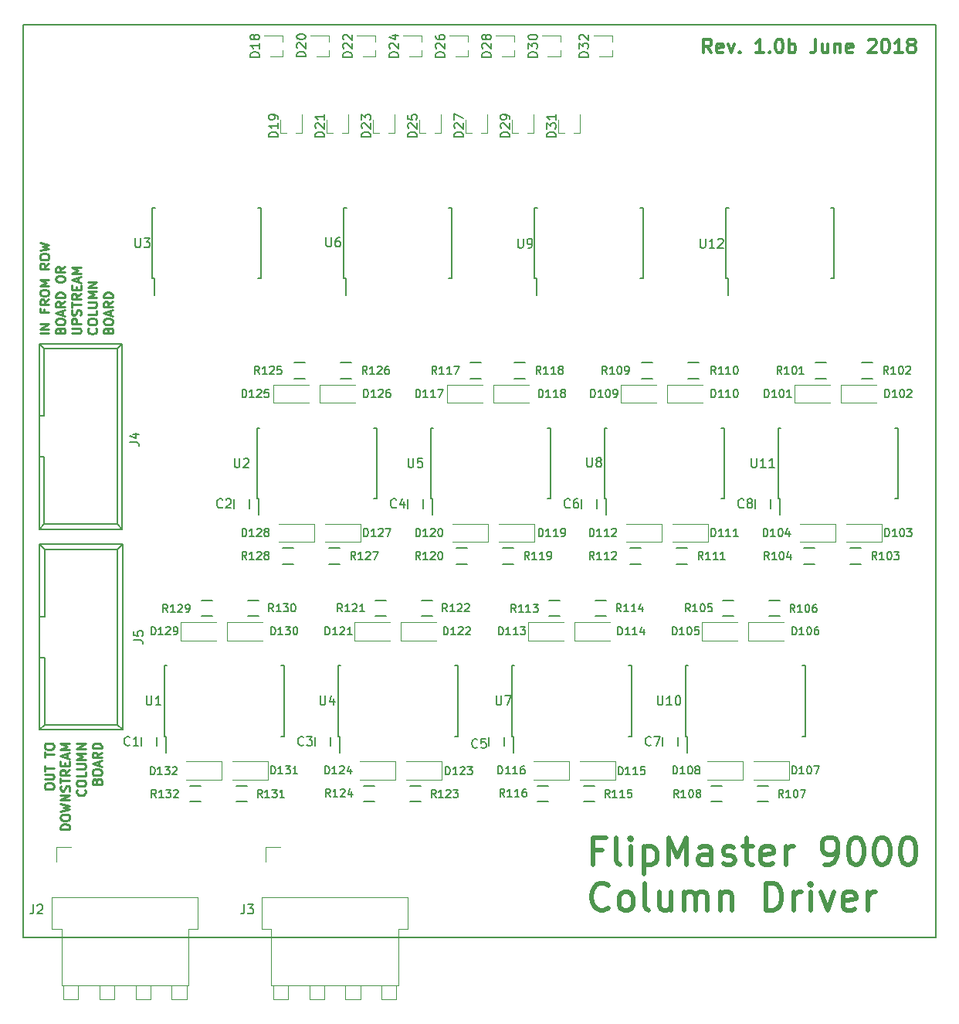
<source format=gbr>
%TF.GenerationSoftware,KiCad,Pcbnew,4.0.7*%
%TF.CreationDate,2018-06-26T23:45:36-04:00*%
%TF.ProjectId,column_driver,636F6C756D6E5F6472697665722E6B69,rev?*%
%TF.FileFunction,Legend,Top*%
%FSLAX46Y46*%
G04 Gerber Fmt 4.6, Leading zero omitted, Abs format (unit mm)*
G04 Created by KiCad (PCBNEW 4.0.7) date Tuesday, June 26, 2018 'PMt' 11:45:36 PM*
%MOMM*%
%LPD*%
G01*
G04 APERTURE LIST*
%ADD10C,0.100000*%
%ADD11C,0.250000*%
%ADD12C,0.300000*%
%ADD13C,0.500000*%
%ADD14C,0.150000*%
%ADD15C,0.120000*%
G04 APERTURE END LIST*
D10*
D11*
X27307381Y-108505001D02*
X27307381Y-108314524D01*
X27355000Y-108219286D01*
X27450238Y-108124048D01*
X27640714Y-108076429D01*
X27974048Y-108076429D01*
X28164524Y-108124048D01*
X28259762Y-108219286D01*
X28307381Y-108314524D01*
X28307381Y-108505001D01*
X28259762Y-108600239D01*
X28164524Y-108695477D01*
X27974048Y-108743096D01*
X27640714Y-108743096D01*
X27450238Y-108695477D01*
X27355000Y-108600239D01*
X27307381Y-108505001D01*
X27307381Y-107647858D02*
X28116905Y-107647858D01*
X28212143Y-107600239D01*
X28259762Y-107552620D01*
X28307381Y-107457382D01*
X28307381Y-107266905D01*
X28259762Y-107171667D01*
X28212143Y-107124048D01*
X28116905Y-107076429D01*
X27307381Y-107076429D01*
X27307381Y-106743096D02*
X27307381Y-106171667D01*
X28307381Y-106457382D02*
X27307381Y-106457382D01*
X27307381Y-105219286D02*
X27307381Y-104647857D01*
X28307381Y-104933572D02*
X27307381Y-104933572D01*
X27307381Y-104124048D02*
X27307381Y-103933571D01*
X27355000Y-103838333D01*
X27450238Y-103743095D01*
X27640714Y-103695476D01*
X27974048Y-103695476D01*
X28164524Y-103743095D01*
X28259762Y-103838333D01*
X28307381Y-103933571D01*
X28307381Y-104124048D01*
X28259762Y-104219286D01*
X28164524Y-104314524D01*
X27974048Y-104362143D01*
X27640714Y-104362143D01*
X27450238Y-104314524D01*
X27355000Y-104219286D01*
X27307381Y-104124048D01*
X30057381Y-113124048D02*
X29057381Y-113124048D01*
X29057381Y-112885953D01*
X29105000Y-112743095D01*
X29200238Y-112647857D01*
X29295476Y-112600238D01*
X29485952Y-112552619D01*
X29628810Y-112552619D01*
X29819286Y-112600238D01*
X29914524Y-112647857D01*
X30009762Y-112743095D01*
X30057381Y-112885953D01*
X30057381Y-113124048D01*
X29057381Y-111933572D02*
X29057381Y-111743095D01*
X29105000Y-111647857D01*
X29200238Y-111552619D01*
X29390714Y-111505000D01*
X29724048Y-111505000D01*
X29914524Y-111552619D01*
X30009762Y-111647857D01*
X30057381Y-111743095D01*
X30057381Y-111933572D01*
X30009762Y-112028810D01*
X29914524Y-112124048D01*
X29724048Y-112171667D01*
X29390714Y-112171667D01*
X29200238Y-112124048D01*
X29105000Y-112028810D01*
X29057381Y-111933572D01*
X29057381Y-111171667D02*
X30057381Y-110933572D01*
X29343095Y-110743095D01*
X30057381Y-110552619D01*
X29057381Y-110314524D01*
X30057381Y-109933572D02*
X29057381Y-109933572D01*
X30057381Y-109362143D01*
X29057381Y-109362143D01*
X30009762Y-108933572D02*
X30057381Y-108790715D01*
X30057381Y-108552619D01*
X30009762Y-108457381D01*
X29962143Y-108409762D01*
X29866905Y-108362143D01*
X29771667Y-108362143D01*
X29676429Y-108409762D01*
X29628810Y-108457381D01*
X29581190Y-108552619D01*
X29533571Y-108743096D01*
X29485952Y-108838334D01*
X29438333Y-108885953D01*
X29343095Y-108933572D01*
X29247857Y-108933572D01*
X29152619Y-108885953D01*
X29105000Y-108838334D01*
X29057381Y-108743096D01*
X29057381Y-108505000D01*
X29105000Y-108362143D01*
X29057381Y-108076429D02*
X29057381Y-107505000D01*
X30057381Y-107790715D02*
X29057381Y-107790715D01*
X30057381Y-106600238D02*
X29581190Y-106933572D01*
X30057381Y-107171667D02*
X29057381Y-107171667D01*
X29057381Y-106790714D01*
X29105000Y-106695476D01*
X29152619Y-106647857D01*
X29247857Y-106600238D01*
X29390714Y-106600238D01*
X29485952Y-106647857D01*
X29533571Y-106695476D01*
X29581190Y-106790714D01*
X29581190Y-107171667D01*
X29533571Y-106171667D02*
X29533571Y-105838333D01*
X30057381Y-105695476D02*
X30057381Y-106171667D01*
X29057381Y-106171667D01*
X29057381Y-105695476D01*
X29771667Y-105314524D02*
X29771667Y-104838333D01*
X30057381Y-105409762D02*
X29057381Y-105076429D01*
X30057381Y-104743095D01*
X30057381Y-104409762D02*
X29057381Y-104409762D01*
X29771667Y-104076428D01*
X29057381Y-103743095D01*
X30057381Y-103743095D01*
X31712143Y-108790714D02*
X31759762Y-108838333D01*
X31807381Y-108981190D01*
X31807381Y-109076428D01*
X31759762Y-109219286D01*
X31664524Y-109314524D01*
X31569286Y-109362143D01*
X31378810Y-109409762D01*
X31235952Y-109409762D01*
X31045476Y-109362143D01*
X30950238Y-109314524D01*
X30855000Y-109219286D01*
X30807381Y-109076428D01*
X30807381Y-108981190D01*
X30855000Y-108838333D01*
X30902619Y-108790714D01*
X30807381Y-108171667D02*
X30807381Y-107981190D01*
X30855000Y-107885952D01*
X30950238Y-107790714D01*
X31140714Y-107743095D01*
X31474048Y-107743095D01*
X31664524Y-107790714D01*
X31759762Y-107885952D01*
X31807381Y-107981190D01*
X31807381Y-108171667D01*
X31759762Y-108266905D01*
X31664524Y-108362143D01*
X31474048Y-108409762D01*
X31140714Y-108409762D01*
X30950238Y-108362143D01*
X30855000Y-108266905D01*
X30807381Y-108171667D01*
X31807381Y-106838333D02*
X31807381Y-107314524D01*
X30807381Y-107314524D01*
X30807381Y-106505000D02*
X31616905Y-106505000D01*
X31712143Y-106457381D01*
X31759762Y-106409762D01*
X31807381Y-106314524D01*
X31807381Y-106124047D01*
X31759762Y-106028809D01*
X31712143Y-105981190D01*
X31616905Y-105933571D01*
X30807381Y-105933571D01*
X31807381Y-105457381D02*
X30807381Y-105457381D01*
X31521667Y-105124047D01*
X30807381Y-104790714D01*
X31807381Y-104790714D01*
X31807381Y-104314524D02*
X30807381Y-104314524D01*
X31807381Y-103743095D01*
X30807381Y-103743095D01*
X33033571Y-107838333D02*
X33081190Y-107695476D01*
X33128810Y-107647857D01*
X33224048Y-107600238D01*
X33366905Y-107600238D01*
X33462143Y-107647857D01*
X33509762Y-107695476D01*
X33557381Y-107790714D01*
X33557381Y-108171667D01*
X32557381Y-108171667D01*
X32557381Y-107838333D01*
X32605000Y-107743095D01*
X32652619Y-107695476D01*
X32747857Y-107647857D01*
X32843095Y-107647857D01*
X32938333Y-107695476D01*
X32985952Y-107743095D01*
X33033571Y-107838333D01*
X33033571Y-108171667D01*
X32557381Y-106981191D02*
X32557381Y-106790714D01*
X32605000Y-106695476D01*
X32700238Y-106600238D01*
X32890714Y-106552619D01*
X33224048Y-106552619D01*
X33414524Y-106600238D01*
X33509762Y-106695476D01*
X33557381Y-106790714D01*
X33557381Y-106981191D01*
X33509762Y-107076429D01*
X33414524Y-107171667D01*
X33224048Y-107219286D01*
X32890714Y-107219286D01*
X32700238Y-107171667D01*
X32605000Y-107076429D01*
X32557381Y-106981191D01*
X33271667Y-106171667D02*
X33271667Y-105695476D01*
X33557381Y-106266905D02*
X32557381Y-105933572D01*
X33557381Y-105600238D01*
X33557381Y-104695476D02*
X33081190Y-105028810D01*
X33557381Y-105266905D02*
X32557381Y-105266905D01*
X32557381Y-104885952D01*
X32605000Y-104790714D01*
X32652619Y-104743095D01*
X32747857Y-104695476D01*
X32890714Y-104695476D01*
X32985952Y-104743095D01*
X33033571Y-104790714D01*
X33081190Y-104885952D01*
X33081190Y-105266905D01*
X33557381Y-104266905D02*
X32557381Y-104266905D01*
X32557381Y-104028810D01*
X32605000Y-103885952D01*
X32700238Y-103790714D01*
X32795476Y-103743095D01*
X32985952Y-103695476D01*
X33128810Y-103695476D01*
X33319286Y-103743095D01*
X33414524Y-103790714D01*
X33509762Y-103885952D01*
X33557381Y-104028810D01*
X33557381Y-104266905D01*
X27787981Y-58791505D02*
X26787981Y-58791505D01*
X27787981Y-58315315D02*
X26787981Y-58315315D01*
X27787981Y-57743886D01*
X26787981Y-57743886D01*
X27264171Y-56172457D02*
X27264171Y-56505791D01*
X27787981Y-56505791D02*
X26787981Y-56505791D01*
X26787981Y-56029600D01*
X27787981Y-55077219D02*
X27311790Y-55410553D01*
X27787981Y-55648648D02*
X26787981Y-55648648D01*
X26787981Y-55267695D01*
X26835600Y-55172457D01*
X26883219Y-55124838D01*
X26978457Y-55077219D01*
X27121314Y-55077219D01*
X27216552Y-55124838D01*
X27264171Y-55172457D01*
X27311790Y-55267695D01*
X27311790Y-55648648D01*
X26787981Y-54458172D02*
X26787981Y-54267695D01*
X26835600Y-54172457D01*
X26930838Y-54077219D01*
X27121314Y-54029600D01*
X27454648Y-54029600D01*
X27645124Y-54077219D01*
X27740362Y-54172457D01*
X27787981Y-54267695D01*
X27787981Y-54458172D01*
X27740362Y-54553410D01*
X27645124Y-54648648D01*
X27454648Y-54696267D01*
X27121314Y-54696267D01*
X26930838Y-54648648D01*
X26835600Y-54553410D01*
X26787981Y-54458172D01*
X27787981Y-53601029D02*
X26787981Y-53601029D01*
X27502267Y-53267695D01*
X26787981Y-52934362D01*
X27787981Y-52934362D01*
X27787981Y-51124838D02*
X27311790Y-51458172D01*
X27787981Y-51696267D02*
X26787981Y-51696267D01*
X26787981Y-51315314D01*
X26835600Y-51220076D01*
X26883219Y-51172457D01*
X26978457Y-51124838D01*
X27121314Y-51124838D01*
X27216552Y-51172457D01*
X27264171Y-51220076D01*
X27311790Y-51315314D01*
X27311790Y-51696267D01*
X26787981Y-50505791D02*
X26787981Y-50315314D01*
X26835600Y-50220076D01*
X26930838Y-50124838D01*
X27121314Y-50077219D01*
X27454648Y-50077219D01*
X27645124Y-50124838D01*
X27740362Y-50220076D01*
X27787981Y-50315314D01*
X27787981Y-50505791D01*
X27740362Y-50601029D01*
X27645124Y-50696267D01*
X27454648Y-50743886D01*
X27121314Y-50743886D01*
X26930838Y-50696267D01*
X26835600Y-50601029D01*
X26787981Y-50505791D01*
X26787981Y-49743886D02*
X27787981Y-49505791D01*
X27073695Y-49315314D01*
X27787981Y-49124838D01*
X26787981Y-48886743D01*
X29014171Y-58458171D02*
X29061790Y-58315314D01*
X29109410Y-58267695D01*
X29204648Y-58220076D01*
X29347505Y-58220076D01*
X29442743Y-58267695D01*
X29490362Y-58315314D01*
X29537981Y-58410552D01*
X29537981Y-58791505D01*
X28537981Y-58791505D01*
X28537981Y-58458171D01*
X28585600Y-58362933D01*
X28633219Y-58315314D01*
X28728457Y-58267695D01*
X28823695Y-58267695D01*
X28918933Y-58315314D01*
X28966552Y-58362933D01*
X29014171Y-58458171D01*
X29014171Y-58791505D01*
X28537981Y-57601029D02*
X28537981Y-57410552D01*
X28585600Y-57315314D01*
X28680838Y-57220076D01*
X28871314Y-57172457D01*
X29204648Y-57172457D01*
X29395124Y-57220076D01*
X29490362Y-57315314D01*
X29537981Y-57410552D01*
X29537981Y-57601029D01*
X29490362Y-57696267D01*
X29395124Y-57791505D01*
X29204648Y-57839124D01*
X28871314Y-57839124D01*
X28680838Y-57791505D01*
X28585600Y-57696267D01*
X28537981Y-57601029D01*
X29252267Y-56791505D02*
X29252267Y-56315314D01*
X29537981Y-56886743D02*
X28537981Y-56553410D01*
X29537981Y-56220076D01*
X29537981Y-55315314D02*
X29061790Y-55648648D01*
X29537981Y-55886743D02*
X28537981Y-55886743D01*
X28537981Y-55505790D01*
X28585600Y-55410552D01*
X28633219Y-55362933D01*
X28728457Y-55315314D01*
X28871314Y-55315314D01*
X28966552Y-55362933D01*
X29014171Y-55410552D01*
X29061790Y-55505790D01*
X29061790Y-55886743D01*
X29537981Y-54886743D02*
X28537981Y-54886743D01*
X28537981Y-54648648D01*
X28585600Y-54505790D01*
X28680838Y-54410552D01*
X28776076Y-54362933D01*
X28966552Y-54315314D01*
X29109410Y-54315314D01*
X29299886Y-54362933D01*
X29395124Y-54410552D01*
X29490362Y-54505790D01*
X29537981Y-54648648D01*
X29537981Y-54886743D01*
X28537981Y-52934362D02*
X28537981Y-52743885D01*
X28585600Y-52648647D01*
X28680838Y-52553409D01*
X28871314Y-52505790D01*
X29204648Y-52505790D01*
X29395124Y-52553409D01*
X29490362Y-52648647D01*
X29537981Y-52743885D01*
X29537981Y-52934362D01*
X29490362Y-53029600D01*
X29395124Y-53124838D01*
X29204648Y-53172457D01*
X28871314Y-53172457D01*
X28680838Y-53124838D01*
X28585600Y-53029600D01*
X28537981Y-52934362D01*
X29537981Y-51505790D02*
X29061790Y-51839124D01*
X29537981Y-52077219D02*
X28537981Y-52077219D01*
X28537981Y-51696266D01*
X28585600Y-51601028D01*
X28633219Y-51553409D01*
X28728457Y-51505790D01*
X28871314Y-51505790D01*
X28966552Y-51553409D01*
X29014171Y-51601028D01*
X29061790Y-51696266D01*
X29061790Y-52077219D01*
X30287981Y-58791505D02*
X31097505Y-58791505D01*
X31192743Y-58743886D01*
X31240362Y-58696267D01*
X31287981Y-58601029D01*
X31287981Y-58410552D01*
X31240362Y-58315314D01*
X31192743Y-58267695D01*
X31097505Y-58220076D01*
X30287981Y-58220076D01*
X31287981Y-57743886D02*
X30287981Y-57743886D01*
X30287981Y-57362933D01*
X30335600Y-57267695D01*
X30383219Y-57220076D01*
X30478457Y-57172457D01*
X30621314Y-57172457D01*
X30716552Y-57220076D01*
X30764171Y-57267695D01*
X30811790Y-57362933D01*
X30811790Y-57743886D01*
X31240362Y-56791505D02*
X31287981Y-56648648D01*
X31287981Y-56410552D01*
X31240362Y-56315314D01*
X31192743Y-56267695D01*
X31097505Y-56220076D01*
X31002267Y-56220076D01*
X30907029Y-56267695D01*
X30859410Y-56315314D01*
X30811790Y-56410552D01*
X30764171Y-56601029D01*
X30716552Y-56696267D01*
X30668933Y-56743886D01*
X30573695Y-56791505D01*
X30478457Y-56791505D01*
X30383219Y-56743886D01*
X30335600Y-56696267D01*
X30287981Y-56601029D01*
X30287981Y-56362933D01*
X30335600Y-56220076D01*
X30287981Y-55934362D02*
X30287981Y-55362933D01*
X31287981Y-55648648D02*
X30287981Y-55648648D01*
X31287981Y-54458171D02*
X30811790Y-54791505D01*
X31287981Y-55029600D02*
X30287981Y-55029600D01*
X30287981Y-54648647D01*
X30335600Y-54553409D01*
X30383219Y-54505790D01*
X30478457Y-54458171D01*
X30621314Y-54458171D01*
X30716552Y-54505790D01*
X30764171Y-54553409D01*
X30811790Y-54648647D01*
X30811790Y-55029600D01*
X30764171Y-54029600D02*
X30764171Y-53696266D01*
X31287981Y-53553409D02*
X31287981Y-54029600D01*
X30287981Y-54029600D01*
X30287981Y-53553409D01*
X31002267Y-53172457D02*
X31002267Y-52696266D01*
X31287981Y-53267695D02*
X30287981Y-52934362D01*
X31287981Y-52601028D01*
X31287981Y-52267695D02*
X30287981Y-52267695D01*
X31002267Y-51934361D01*
X30287981Y-51601028D01*
X31287981Y-51601028D01*
X32942743Y-58220076D02*
X32990362Y-58267695D01*
X33037981Y-58410552D01*
X33037981Y-58505790D01*
X32990362Y-58648648D01*
X32895124Y-58743886D01*
X32799886Y-58791505D01*
X32609410Y-58839124D01*
X32466552Y-58839124D01*
X32276076Y-58791505D01*
X32180838Y-58743886D01*
X32085600Y-58648648D01*
X32037981Y-58505790D01*
X32037981Y-58410552D01*
X32085600Y-58267695D01*
X32133219Y-58220076D01*
X32037981Y-57601029D02*
X32037981Y-57410552D01*
X32085600Y-57315314D01*
X32180838Y-57220076D01*
X32371314Y-57172457D01*
X32704648Y-57172457D01*
X32895124Y-57220076D01*
X32990362Y-57315314D01*
X33037981Y-57410552D01*
X33037981Y-57601029D01*
X32990362Y-57696267D01*
X32895124Y-57791505D01*
X32704648Y-57839124D01*
X32371314Y-57839124D01*
X32180838Y-57791505D01*
X32085600Y-57696267D01*
X32037981Y-57601029D01*
X33037981Y-56267695D02*
X33037981Y-56743886D01*
X32037981Y-56743886D01*
X32037981Y-55934362D02*
X32847505Y-55934362D01*
X32942743Y-55886743D01*
X32990362Y-55839124D01*
X33037981Y-55743886D01*
X33037981Y-55553409D01*
X32990362Y-55458171D01*
X32942743Y-55410552D01*
X32847505Y-55362933D01*
X32037981Y-55362933D01*
X33037981Y-54886743D02*
X32037981Y-54886743D01*
X32752267Y-54553409D01*
X32037981Y-54220076D01*
X33037981Y-54220076D01*
X33037981Y-53743886D02*
X32037981Y-53743886D01*
X33037981Y-53172457D01*
X32037981Y-53172457D01*
X34264171Y-58458171D02*
X34311790Y-58315314D01*
X34359410Y-58267695D01*
X34454648Y-58220076D01*
X34597505Y-58220076D01*
X34692743Y-58267695D01*
X34740362Y-58315314D01*
X34787981Y-58410552D01*
X34787981Y-58791505D01*
X33787981Y-58791505D01*
X33787981Y-58458171D01*
X33835600Y-58362933D01*
X33883219Y-58315314D01*
X33978457Y-58267695D01*
X34073695Y-58267695D01*
X34168933Y-58315314D01*
X34216552Y-58362933D01*
X34264171Y-58458171D01*
X34264171Y-58791505D01*
X33787981Y-57601029D02*
X33787981Y-57410552D01*
X33835600Y-57315314D01*
X33930838Y-57220076D01*
X34121314Y-57172457D01*
X34454648Y-57172457D01*
X34645124Y-57220076D01*
X34740362Y-57315314D01*
X34787981Y-57410552D01*
X34787981Y-57601029D01*
X34740362Y-57696267D01*
X34645124Y-57791505D01*
X34454648Y-57839124D01*
X34121314Y-57839124D01*
X33930838Y-57791505D01*
X33835600Y-57696267D01*
X33787981Y-57601029D01*
X34502267Y-56791505D02*
X34502267Y-56315314D01*
X34787981Y-56886743D02*
X33787981Y-56553410D01*
X34787981Y-56220076D01*
X34787981Y-55315314D02*
X34311790Y-55648648D01*
X34787981Y-55886743D02*
X33787981Y-55886743D01*
X33787981Y-55505790D01*
X33835600Y-55410552D01*
X33883219Y-55362933D01*
X33978457Y-55315314D01*
X34121314Y-55315314D01*
X34216552Y-55362933D01*
X34264171Y-55410552D01*
X34311790Y-55505790D01*
X34311790Y-55886743D01*
X34787981Y-54886743D02*
X33787981Y-54886743D01*
X33787981Y-54648648D01*
X33835600Y-54505790D01*
X33930838Y-54410552D01*
X34026076Y-54362933D01*
X34216552Y-54315314D01*
X34359410Y-54315314D01*
X34549886Y-54362933D01*
X34645124Y-54410552D01*
X34740362Y-54505790D01*
X34787981Y-54648648D01*
X34787981Y-54886743D01*
D12*
X100436116Y-28059771D02*
X99936116Y-27345486D01*
X99578973Y-28059771D02*
X99578973Y-26559771D01*
X100150401Y-26559771D01*
X100293259Y-26631200D01*
X100364687Y-26702629D01*
X100436116Y-26845486D01*
X100436116Y-27059771D01*
X100364687Y-27202629D01*
X100293259Y-27274057D01*
X100150401Y-27345486D01*
X99578973Y-27345486D01*
X101650401Y-27988343D02*
X101507544Y-28059771D01*
X101221830Y-28059771D01*
X101078973Y-27988343D01*
X101007544Y-27845486D01*
X101007544Y-27274057D01*
X101078973Y-27131200D01*
X101221830Y-27059771D01*
X101507544Y-27059771D01*
X101650401Y-27131200D01*
X101721830Y-27274057D01*
X101721830Y-27416914D01*
X101007544Y-27559771D01*
X102221830Y-27059771D02*
X102578973Y-28059771D01*
X102936115Y-27059771D01*
X103507544Y-27916914D02*
X103578972Y-27988343D01*
X103507544Y-28059771D01*
X103436115Y-27988343D01*
X103507544Y-27916914D01*
X103507544Y-28059771D01*
X106150401Y-28059771D02*
X105293258Y-28059771D01*
X105721830Y-28059771D02*
X105721830Y-26559771D01*
X105578973Y-26774057D01*
X105436115Y-26916914D01*
X105293258Y-26988343D01*
X106793258Y-27916914D02*
X106864686Y-27988343D01*
X106793258Y-28059771D01*
X106721829Y-27988343D01*
X106793258Y-27916914D01*
X106793258Y-28059771D01*
X107793258Y-26559771D02*
X107936115Y-26559771D01*
X108078972Y-26631200D01*
X108150401Y-26702629D01*
X108221830Y-26845486D01*
X108293258Y-27131200D01*
X108293258Y-27488343D01*
X108221830Y-27774057D01*
X108150401Y-27916914D01*
X108078972Y-27988343D01*
X107936115Y-28059771D01*
X107793258Y-28059771D01*
X107650401Y-27988343D01*
X107578972Y-27916914D01*
X107507544Y-27774057D01*
X107436115Y-27488343D01*
X107436115Y-27131200D01*
X107507544Y-26845486D01*
X107578972Y-26702629D01*
X107650401Y-26631200D01*
X107793258Y-26559771D01*
X108936115Y-28059771D02*
X108936115Y-26559771D01*
X108936115Y-27131200D02*
X109078972Y-27059771D01*
X109364686Y-27059771D01*
X109507543Y-27131200D01*
X109578972Y-27202629D01*
X109650401Y-27345486D01*
X109650401Y-27774057D01*
X109578972Y-27916914D01*
X109507543Y-27988343D01*
X109364686Y-28059771D01*
X109078972Y-28059771D01*
X108936115Y-27988343D01*
X111864686Y-26559771D02*
X111864686Y-27631200D01*
X111793258Y-27845486D01*
X111650401Y-27988343D01*
X111436115Y-28059771D01*
X111293258Y-28059771D01*
X113221829Y-27059771D02*
X113221829Y-28059771D01*
X112578972Y-27059771D02*
X112578972Y-27845486D01*
X112650400Y-27988343D01*
X112793258Y-28059771D01*
X113007543Y-28059771D01*
X113150400Y-27988343D01*
X113221829Y-27916914D01*
X113936115Y-27059771D02*
X113936115Y-28059771D01*
X113936115Y-27202629D02*
X114007543Y-27131200D01*
X114150401Y-27059771D01*
X114364686Y-27059771D01*
X114507543Y-27131200D01*
X114578972Y-27274057D01*
X114578972Y-28059771D01*
X115864686Y-27988343D02*
X115721829Y-28059771D01*
X115436115Y-28059771D01*
X115293258Y-27988343D01*
X115221829Y-27845486D01*
X115221829Y-27274057D01*
X115293258Y-27131200D01*
X115436115Y-27059771D01*
X115721829Y-27059771D01*
X115864686Y-27131200D01*
X115936115Y-27274057D01*
X115936115Y-27416914D01*
X115221829Y-27559771D01*
X117650400Y-26702629D02*
X117721829Y-26631200D01*
X117864686Y-26559771D01*
X118221829Y-26559771D01*
X118364686Y-26631200D01*
X118436115Y-26702629D01*
X118507543Y-26845486D01*
X118507543Y-26988343D01*
X118436115Y-27202629D01*
X117578972Y-28059771D01*
X118507543Y-28059771D01*
X119436114Y-26559771D02*
X119578971Y-26559771D01*
X119721828Y-26631200D01*
X119793257Y-26702629D01*
X119864686Y-26845486D01*
X119936114Y-27131200D01*
X119936114Y-27488343D01*
X119864686Y-27774057D01*
X119793257Y-27916914D01*
X119721828Y-27988343D01*
X119578971Y-28059771D01*
X119436114Y-28059771D01*
X119293257Y-27988343D01*
X119221828Y-27916914D01*
X119150400Y-27774057D01*
X119078971Y-27488343D01*
X119078971Y-27131200D01*
X119150400Y-26845486D01*
X119221828Y-26702629D01*
X119293257Y-26631200D01*
X119436114Y-26559771D01*
X121364685Y-28059771D02*
X120507542Y-28059771D01*
X120936114Y-28059771D02*
X120936114Y-26559771D01*
X120793257Y-26774057D01*
X120650399Y-26916914D01*
X120507542Y-26988343D01*
X122221828Y-27202629D02*
X122078970Y-27131200D01*
X122007542Y-27059771D01*
X121936113Y-26916914D01*
X121936113Y-26845486D01*
X122007542Y-26702629D01*
X122078970Y-26631200D01*
X122221828Y-26559771D01*
X122507542Y-26559771D01*
X122650399Y-26631200D01*
X122721828Y-26702629D01*
X122793256Y-26845486D01*
X122793256Y-26916914D01*
X122721828Y-27059771D01*
X122650399Y-27131200D01*
X122507542Y-27202629D01*
X122221828Y-27202629D01*
X122078970Y-27274057D01*
X122007542Y-27345486D01*
X121936113Y-27488343D01*
X121936113Y-27774057D01*
X122007542Y-27916914D01*
X122078970Y-27988343D01*
X122221828Y-28059771D01*
X122507542Y-28059771D01*
X122650399Y-27988343D01*
X122721828Y-27916914D01*
X122793256Y-27774057D01*
X122793256Y-27488343D01*
X122721828Y-27345486D01*
X122650399Y-27274057D01*
X122507542Y-27202629D01*
D13*
X88429886Y-115446514D02*
X87429886Y-115446514D01*
X87429886Y-117017943D02*
X87429886Y-114017943D01*
X88858457Y-114017943D01*
X90429886Y-117017943D02*
X90144172Y-116875086D01*
X90001315Y-116589371D01*
X90001315Y-114017943D01*
X91572744Y-117017943D02*
X91572744Y-115017943D01*
X91572744Y-114017943D02*
X91429887Y-114160800D01*
X91572744Y-114303657D01*
X91715601Y-114160800D01*
X91572744Y-114017943D01*
X91572744Y-114303657D01*
X93001315Y-115017943D02*
X93001315Y-118017943D01*
X93001315Y-115160800D02*
X93287029Y-115017943D01*
X93858458Y-115017943D01*
X94144172Y-115160800D01*
X94287029Y-115303657D01*
X94429886Y-115589371D01*
X94429886Y-116446514D01*
X94287029Y-116732229D01*
X94144172Y-116875086D01*
X93858458Y-117017943D01*
X93287029Y-117017943D01*
X93001315Y-116875086D01*
X95715601Y-117017943D02*
X95715601Y-114017943D01*
X96715601Y-116160800D01*
X97715601Y-114017943D01*
X97715601Y-117017943D01*
X100429886Y-117017943D02*
X100429886Y-115446514D01*
X100287029Y-115160800D01*
X100001315Y-115017943D01*
X99429886Y-115017943D01*
X99144172Y-115160800D01*
X100429886Y-116875086D02*
X100144172Y-117017943D01*
X99429886Y-117017943D01*
X99144172Y-116875086D01*
X99001315Y-116589371D01*
X99001315Y-116303657D01*
X99144172Y-116017943D01*
X99429886Y-115875086D01*
X100144172Y-115875086D01*
X100429886Y-115732229D01*
X101715601Y-116875086D02*
X102001315Y-117017943D01*
X102572743Y-117017943D01*
X102858458Y-116875086D01*
X103001315Y-116589371D01*
X103001315Y-116446514D01*
X102858458Y-116160800D01*
X102572743Y-116017943D01*
X102144172Y-116017943D01*
X101858458Y-115875086D01*
X101715601Y-115589371D01*
X101715601Y-115446514D01*
X101858458Y-115160800D01*
X102144172Y-115017943D01*
X102572743Y-115017943D01*
X102858458Y-115160800D01*
X103858457Y-115017943D02*
X105001314Y-115017943D01*
X104287029Y-114017943D02*
X104287029Y-116589371D01*
X104429886Y-116875086D01*
X104715600Y-117017943D01*
X105001314Y-117017943D01*
X107144172Y-116875086D02*
X106858458Y-117017943D01*
X106287029Y-117017943D01*
X106001315Y-116875086D01*
X105858458Y-116589371D01*
X105858458Y-115446514D01*
X106001315Y-115160800D01*
X106287029Y-115017943D01*
X106858458Y-115017943D01*
X107144172Y-115160800D01*
X107287029Y-115446514D01*
X107287029Y-115732229D01*
X105858458Y-116017943D01*
X108572744Y-117017943D02*
X108572744Y-115017943D01*
X108572744Y-115589371D02*
X108715601Y-115303657D01*
X108858458Y-115160800D01*
X109144172Y-115017943D01*
X109429887Y-115017943D01*
X112858458Y-117017943D02*
X113429886Y-117017943D01*
X113715601Y-116875086D01*
X113858458Y-116732229D01*
X114144172Y-116303657D01*
X114287029Y-115732229D01*
X114287029Y-114589371D01*
X114144172Y-114303657D01*
X114001315Y-114160800D01*
X113715601Y-114017943D01*
X113144172Y-114017943D01*
X112858458Y-114160800D01*
X112715601Y-114303657D01*
X112572744Y-114589371D01*
X112572744Y-115303657D01*
X112715601Y-115589371D01*
X112858458Y-115732229D01*
X113144172Y-115875086D01*
X113715601Y-115875086D01*
X114001315Y-115732229D01*
X114144172Y-115589371D01*
X114287029Y-115303657D01*
X116144172Y-114017943D02*
X116429887Y-114017943D01*
X116715601Y-114160800D01*
X116858458Y-114303657D01*
X117001315Y-114589371D01*
X117144172Y-115160800D01*
X117144172Y-115875086D01*
X117001315Y-116446514D01*
X116858458Y-116732229D01*
X116715601Y-116875086D01*
X116429887Y-117017943D01*
X116144172Y-117017943D01*
X115858458Y-116875086D01*
X115715601Y-116732229D01*
X115572744Y-116446514D01*
X115429887Y-115875086D01*
X115429887Y-115160800D01*
X115572744Y-114589371D01*
X115715601Y-114303657D01*
X115858458Y-114160800D01*
X116144172Y-114017943D01*
X119001315Y-114017943D02*
X119287030Y-114017943D01*
X119572744Y-114160800D01*
X119715601Y-114303657D01*
X119858458Y-114589371D01*
X120001315Y-115160800D01*
X120001315Y-115875086D01*
X119858458Y-116446514D01*
X119715601Y-116732229D01*
X119572744Y-116875086D01*
X119287030Y-117017943D01*
X119001315Y-117017943D01*
X118715601Y-116875086D01*
X118572744Y-116732229D01*
X118429887Y-116446514D01*
X118287030Y-115875086D01*
X118287030Y-115160800D01*
X118429887Y-114589371D01*
X118572744Y-114303657D01*
X118715601Y-114160800D01*
X119001315Y-114017943D01*
X121858458Y-114017943D02*
X122144173Y-114017943D01*
X122429887Y-114160800D01*
X122572744Y-114303657D01*
X122715601Y-114589371D01*
X122858458Y-115160800D01*
X122858458Y-115875086D01*
X122715601Y-116446514D01*
X122572744Y-116732229D01*
X122429887Y-116875086D01*
X122144173Y-117017943D01*
X121858458Y-117017943D01*
X121572744Y-116875086D01*
X121429887Y-116732229D01*
X121287030Y-116446514D01*
X121144173Y-115875086D01*
X121144173Y-115160800D01*
X121287030Y-114589371D01*
X121429887Y-114303657D01*
X121572744Y-114160800D01*
X121858458Y-114017943D01*
X89144171Y-121732229D02*
X89001314Y-121875086D01*
X88572743Y-122017943D01*
X88287029Y-122017943D01*
X87858457Y-121875086D01*
X87572743Y-121589371D01*
X87429886Y-121303657D01*
X87287029Y-120732229D01*
X87287029Y-120303657D01*
X87429886Y-119732229D01*
X87572743Y-119446514D01*
X87858457Y-119160800D01*
X88287029Y-119017943D01*
X88572743Y-119017943D01*
X89001314Y-119160800D01*
X89144171Y-119303657D01*
X90858457Y-122017943D02*
X90572743Y-121875086D01*
X90429886Y-121732229D01*
X90287029Y-121446514D01*
X90287029Y-120589371D01*
X90429886Y-120303657D01*
X90572743Y-120160800D01*
X90858457Y-120017943D01*
X91287029Y-120017943D01*
X91572743Y-120160800D01*
X91715600Y-120303657D01*
X91858457Y-120589371D01*
X91858457Y-121446514D01*
X91715600Y-121732229D01*
X91572743Y-121875086D01*
X91287029Y-122017943D01*
X90858457Y-122017943D01*
X93572743Y-122017943D02*
X93287029Y-121875086D01*
X93144172Y-121589371D01*
X93144172Y-119017943D01*
X96001315Y-120017943D02*
X96001315Y-122017943D01*
X94715601Y-120017943D02*
X94715601Y-121589371D01*
X94858458Y-121875086D01*
X95144172Y-122017943D01*
X95572744Y-122017943D01*
X95858458Y-121875086D01*
X96001315Y-121732229D01*
X97429887Y-122017943D02*
X97429887Y-120017943D01*
X97429887Y-120303657D02*
X97572744Y-120160800D01*
X97858458Y-120017943D01*
X98287030Y-120017943D01*
X98572744Y-120160800D01*
X98715601Y-120446514D01*
X98715601Y-122017943D01*
X98715601Y-120446514D02*
X98858458Y-120160800D01*
X99144172Y-120017943D01*
X99572744Y-120017943D01*
X99858458Y-120160800D01*
X100001315Y-120446514D01*
X100001315Y-122017943D01*
X101429887Y-120017943D02*
X101429887Y-122017943D01*
X101429887Y-120303657D02*
X101572744Y-120160800D01*
X101858458Y-120017943D01*
X102287030Y-120017943D01*
X102572744Y-120160800D01*
X102715601Y-120446514D01*
X102715601Y-122017943D01*
X106429887Y-122017943D02*
X106429887Y-119017943D01*
X107144172Y-119017943D01*
X107572744Y-119160800D01*
X107858458Y-119446514D01*
X108001315Y-119732229D01*
X108144172Y-120303657D01*
X108144172Y-120732229D01*
X108001315Y-121303657D01*
X107858458Y-121589371D01*
X107572744Y-121875086D01*
X107144172Y-122017943D01*
X106429887Y-122017943D01*
X109429887Y-122017943D02*
X109429887Y-120017943D01*
X109429887Y-120589371D02*
X109572744Y-120303657D01*
X109715601Y-120160800D01*
X110001315Y-120017943D01*
X110287030Y-120017943D01*
X111287030Y-122017943D02*
X111287030Y-120017943D01*
X111287030Y-119017943D02*
X111144173Y-119160800D01*
X111287030Y-119303657D01*
X111429887Y-119160800D01*
X111287030Y-119017943D01*
X111287030Y-119303657D01*
X112429886Y-120017943D02*
X113144172Y-122017943D01*
X113858458Y-120017943D01*
X116144172Y-121875086D02*
X115858458Y-122017943D01*
X115287029Y-122017943D01*
X115001315Y-121875086D01*
X114858458Y-121589371D01*
X114858458Y-120446514D01*
X115001315Y-120160800D01*
X115287029Y-120017943D01*
X115858458Y-120017943D01*
X116144172Y-120160800D01*
X116287029Y-120446514D01*
X116287029Y-120732229D01*
X114858458Y-121017943D01*
X117572744Y-122017943D02*
X117572744Y-120017943D01*
X117572744Y-120589371D02*
X117715601Y-120303657D01*
X117858458Y-120160800D01*
X118144172Y-120017943D01*
X118429887Y-120017943D01*
D14*
X25000000Y-25000000D02*
X25000000Y-125000000D01*
X25000000Y-125000000D02*
X125000000Y-125000000D01*
X125000000Y-25000000D02*
X125000000Y-125000000D01*
X25000000Y-25000000D02*
X125000000Y-25000000D01*
X49745000Y-77970000D02*
X49745000Y-76970000D01*
X48045000Y-76970000D02*
X48045000Y-77970000D01*
X96735000Y-104005000D02*
X96735000Y-103005000D01*
X95035000Y-103005000D02*
X95035000Y-104005000D01*
X77685000Y-104005000D02*
X77685000Y-103005000D01*
X75985000Y-103005000D02*
X75985000Y-104005000D01*
D15*
X28120000Y-120603000D02*
X44120000Y-120603000D01*
X44120000Y-120603000D02*
X44120000Y-124023000D01*
X44120000Y-124023000D02*
X43070000Y-124023000D01*
X43070000Y-124023000D02*
X43070000Y-130223000D01*
X43070000Y-130223000D02*
X29170000Y-130223000D01*
X29170000Y-130223000D02*
X29170000Y-124023000D01*
X29170000Y-124023000D02*
X28120000Y-124023000D01*
X28120000Y-124023000D02*
X28120000Y-120603000D01*
X29360000Y-130223000D02*
X29360000Y-131723000D01*
X29360000Y-131723000D02*
X31000000Y-131723000D01*
X31000000Y-131723000D02*
X31000000Y-130223000D01*
X33320000Y-130223000D02*
X33320000Y-131723000D01*
X33320000Y-131723000D02*
X34960000Y-131723000D01*
X34960000Y-131723000D02*
X34960000Y-130223000D01*
X37280000Y-130223000D02*
X37280000Y-131723000D01*
X37280000Y-131723000D02*
X38920000Y-131723000D01*
X38920000Y-131723000D02*
X38920000Y-130223000D01*
X41240000Y-130223000D02*
X41240000Y-131723000D01*
X41240000Y-131723000D02*
X42880000Y-131723000D01*
X42880000Y-131723000D02*
X42880000Y-130223000D01*
X30180000Y-115103000D02*
X28570000Y-115103000D01*
X28570000Y-115103000D02*
X28570000Y-116713000D01*
X51130000Y-120603000D02*
X67130000Y-120603000D01*
X67130000Y-120603000D02*
X67130000Y-124023000D01*
X67130000Y-124023000D02*
X66080000Y-124023000D01*
X66080000Y-124023000D02*
X66080000Y-130223000D01*
X66080000Y-130223000D02*
X52180000Y-130223000D01*
X52180000Y-130223000D02*
X52180000Y-124023000D01*
X52180000Y-124023000D02*
X51130000Y-124023000D01*
X51130000Y-124023000D02*
X51130000Y-120603000D01*
X52370000Y-130223000D02*
X52370000Y-131723000D01*
X52370000Y-131723000D02*
X54010000Y-131723000D01*
X54010000Y-131723000D02*
X54010000Y-130223000D01*
X56330000Y-130223000D02*
X56330000Y-131723000D01*
X56330000Y-131723000D02*
X57970000Y-131723000D01*
X57970000Y-131723000D02*
X57970000Y-130223000D01*
X60290000Y-130223000D02*
X60290000Y-131723000D01*
X60290000Y-131723000D02*
X61930000Y-131723000D01*
X61930000Y-131723000D02*
X61930000Y-130223000D01*
X64250000Y-130223000D02*
X64250000Y-131723000D01*
X64250000Y-131723000D02*
X65890000Y-131723000D01*
X65890000Y-131723000D02*
X65890000Y-130223000D01*
X53190000Y-115103000D02*
X51580000Y-115103000D01*
X51580000Y-115103000D02*
X51580000Y-116713000D01*
D14*
X35820000Y-59920000D02*
X35820000Y-80240000D01*
X35270000Y-60460000D02*
X35270000Y-79680000D01*
X26720000Y-59920000D02*
X26720000Y-80240000D01*
X27270000Y-60460000D02*
X27270000Y-67830000D01*
X27270000Y-72330000D02*
X27270000Y-79680000D01*
X27270000Y-67830000D02*
X26720000Y-67830000D01*
X27270000Y-72330000D02*
X26720000Y-72330000D01*
X35820000Y-59920000D02*
X26720000Y-59920000D01*
X35270000Y-60460000D02*
X27270000Y-60460000D01*
X35820000Y-80240000D02*
X26720000Y-80240000D01*
X35270000Y-79680000D02*
X27270000Y-79680000D01*
X35820000Y-59920000D02*
X35270000Y-60460000D01*
X35820000Y-80240000D02*
X35270000Y-79680000D01*
X26720000Y-59920000D02*
X27270000Y-60460000D01*
X26720000Y-80240000D02*
X27270000Y-79680000D01*
X35842800Y-81889600D02*
X35842800Y-102209600D01*
X35292800Y-82429600D02*
X35292800Y-101649600D01*
X26742800Y-81889600D02*
X26742800Y-102209600D01*
X27292800Y-82429600D02*
X27292800Y-89799600D01*
X27292800Y-94299600D02*
X27292800Y-101649600D01*
X27292800Y-89799600D02*
X26742800Y-89799600D01*
X27292800Y-94299600D02*
X26742800Y-94299600D01*
X35842800Y-81889600D02*
X26742800Y-81889600D01*
X35292800Y-82429600D02*
X27292800Y-82429600D01*
X35842800Y-102209600D02*
X26742800Y-102209600D01*
X35292800Y-101649600D02*
X27292800Y-101649600D01*
X35842800Y-81889600D02*
X35292800Y-82429600D01*
X35842800Y-102209600D02*
X35292800Y-101649600D01*
X26742800Y-81889600D02*
X27292800Y-82429600D01*
X26742800Y-102209600D02*
X27292800Y-101649600D01*
X40415000Y-102935000D02*
X40665000Y-102935000D01*
X40415000Y-95185000D02*
X40750000Y-95185000D01*
X53565000Y-95185000D02*
X53230000Y-95185000D01*
X53565000Y-102935000D02*
X53230000Y-102935000D01*
X40415000Y-102935000D02*
X40415000Y-95185000D01*
X53565000Y-102935000D02*
X53565000Y-95185000D01*
X40665000Y-102935000D02*
X40665000Y-104735000D01*
X50575000Y-76900000D02*
X50825000Y-76900000D01*
X50575000Y-69150000D02*
X50910000Y-69150000D01*
X63725000Y-69150000D02*
X63390000Y-69150000D01*
X63725000Y-76900000D02*
X63390000Y-76900000D01*
X50575000Y-76900000D02*
X50575000Y-69150000D01*
X63725000Y-76900000D02*
X63725000Y-69150000D01*
X50825000Y-76900000D02*
X50825000Y-78700000D01*
X39135000Y-52770000D02*
X39385000Y-52770000D01*
X39135000Y-45020000D02*
X39480000Y-45020000D01*
X51035000Y-45020000D02*
X50690000Y-45020000D01*
X51035000Y-52770000D02*
X50690000Y-52770000D01*
X39135000Y-52770000D02*
X39135000Y-45020000D01*
X51035000Y-52770000D02*
X51035000Y-45020000D01*
X39385000Y-52770000D02*
X39385000Y-54595000D01*
X59465000Y-102935000D02*
X59715000Y-102935000D01*
X59465000Y-95185000D02*
X59800000Y-95185000D01*
X72615000Y-95185000D02*
X72280000Y-95185000D01*
X72615000Y-102935000D02*
X72280000Y-102935000D01*
X59465000Y-102935000D02*
X59465000Y-95185000D01*
X72615000Y-102935000D02*
X72615000Y-95185000D01*
X59715000Y-102935000D02*
X59715000Y-104735000D01*
X69625000Y-76900000D02*
X69875000Y-76900000D01*
X69625000Y-69150000D02*
X69960000Y-69150000D01*
X82775000Y-69150000D02*
X82440000Y-69150000D01*
X82775000Y-76900000D02*
X82440000Y-76900000D01*
X69625000Y-76900000D02*
X69625000Y-69150000D01*
X82775000Y-76900000D02*
X82775000Y-69150000D01*
X69875000Y-76900000D02*
X69875000Y-78700000D01*
X60090000Y-52770000D02*
X60340000Y-52770000D01*
X60090000Y-45020000D02*
X60435000Y-45020000D01*
X71990000Y-45020000D02*
X71645000Y-45020000D01*
X71990000Y-52770000D02*
X71645000Y-52770000D01*
X60090000Y-52770000D02*
X60090000Y-45020000D01*
X71990000Y-52770000D02*
X71990000Y-45020000D01*
X60340000Y-52770000D02*
X60340000Y-54595000D01*
X78515000Y-102935000D02*
X78765000Y-102935000D01*
X78515000Y-95185000D02*
X78850000Y-95185000D01*
X91665000Y-95185000D02*
X91330000Y-95185000D01*
X91665000Y-102935000D02*
X91330000Y-102935000D01*
X78515000Y-102935000D02*
X78515000Y-95185000D01*
X91665000Y-102935000D02*
X91665000Y-95185000D01*
X78765000Y-102935000D02*
X78765000Y-104735000D01*
X88675000Y-76900000D02*
X88925000Y-76900000D01*
X88675000Y-69150000D02*
X89010000Y-69150000D01*
X101825000Y-69150000D02*
X101490000Y-69150000D01*
X101825000Y-76900000D02*
X101490000Y-76900000D01*
X88675000Y-76900000D02*
X88675000Y-69150000D01*
X101825000Y-76900000D02*
X101825000Y-69150000D01*
X88925000Y-76900000D02*
X88925000Y-78700000D01*
X81045000Y-52770000D02*
X81295000Y-52770000D01*
X81045000Y-45020000D02*
X81390000Y-45020000D01*
X92945000Y-45020000D02*
X92600000Y-45020000D01*
X92945000Y-52770000D02*
X92600000Y-52770000D01*
X81045000Y-52770000D02*
X81045000Y-45020000D01*
X92945000Y-52770000D02*
X92945000Y-45020000D01*
X81295000Y-52770000D02*
X81295000Y-54595000D01*
X97565000Y-102935000D02*
X97815000Y-102935000D01*
X97565000Y-95185000D02*
X97900000Y-95185000D01*
X110715000Y-95185000D02*
X110380000Y-95185000D01*
X110715000Y-102935000D02*
X110380000Y-102935000D01*
X97565000Y-102935000D02*
X97565000Y-95185000D01*
X110715000Y-102935000D02*
X110715000Y-95185000D01*
X97815000Y-102935000D02*
X97815000Y-104735000D01*
X107725000Y-76900000D02*
X107975000Y-76900000D01*
X107725000Y-69150000D02*
X108060000Y-69150000D01*
X120875000Y-69150000D02*
X120540000Y-69150000D01*
X120875000Y-76900000D02*
X120540000Y-76900000D01*
X107725000Y-76900000D02*
X107725000Y-69150000D01*
X120875000Y-76900000D02*
X120875000Y-69150000D01*
X107975000Y-76900000D02*
X107975000Y-78700000D01*
X102000000Y-52770000D02*
X102250000Y-52770000D01*
X102000000Y-45020000D02*
X102345000Y-45020000D01*
X113900000Y-45020000D02*
X113555000Y-45020000D01*
X113900000Y-52770000D02*
X113555000Y-52770000D01*
X102000000Y-52770000D02*
X102000000Y-45020000D01*
X113900000Y-52770000D02*
X113900000Y-45020000D01*
X102250000Y-52770000D02*
X102250000Y-54595000D01*
D15*
X109510000Y-64405000D02*
X109510000Y-66405000D01*
X109510000Y-66405000D02*
X113410000Y-66405000D01*
X109510000Y-64405000D02*
X113410000Y-64405000D01*
X114590000Y-64405000D02*
X114590000Y-66405000D01*
X114590000Y-66405000D02*
X118490000Y-66405000D01*
X114590000Y-64405000D02*
X118490000Y-64405000D01*
X119090000Y-81645000D02*
X119090000Y-79645000D01*
X119090000Y-79645000D02*
X115190000Y-79645000D01*
X119090000Y-81645000D02*
X115190000Y-81645000D01*
X114010000Y-81645000D02*
X114010000Y-79645000D01*
X114010000Y-79645000D02*
X110110000Y-79645000D01*
X114010000Y-81645000D02*
X110110000Y-81645000D01*
X99350000Y-90440000D02*
X99350000Y-92440000D01*
X99350000Y-92440000D02*
X103250000Y-92440000D01*
X99350000Y-90440000D02*
X103250000Y-90440000D01*
X104430000Y-90440000D02*
X104430000Y-92440000D01*
X104430000Y-92440000D02*
X108330000Y-92440000D01*
X104430000Y-90440000D02*
X108330000Y-90440000D01*
X108930000Y-107680000D02*
X108930000Y-105680000D01*
X108930000Y-105680000D02*
X105030000Y-105680000D01*
X108930000Y-107680000D02*
X105030000Y-107680000D01*
X103850000Y-107680000D02*
X103850000Y-105680000D01*
X103850000Y-105680000D02*
X99950000Y-105680000D01*
X103850000Y-107680000D02*
X99950000Y-107680000D01*
X90460000Y-64405000D02*
X90460000Y-66405000D01*
X90460000Y-66405000D02*
X94360000Y-66405000D01*
X90460000Y-64405000D02*
X94360000Y-64405000D01*
X95540000Y-64405000D02*
X95540000Y-66405000D01*
X95540000Y-66405000D02*
X99440000Y-66405000D01*
X95540000Y-64405000D02*
X99440000Y-64405000D01*
X100040000Y-81645000D02*
X100040000Y-79645000D01*
X100040000Y-79645000D02*
X96140000Y-79645000D01*
X100040000Y-81645000D02*
X96140000Y-81645000D01*
X94960000Y-81645000D02*
X94960000Y-79645000D01*
X94960000Y-79645000D02*
X91060000Y-79645000D01*
X94960000Y-81645000D02*
X91060000Y-81645000D01*
X80300000Y-90440000D02*
X80300000Y-92440000D01*
X80300000Y-92440000D02*
X84200000Y-92440000D01*
X80300000Y-90440000D02*
X84200000Y-90440000D01*
X85380000Y-90440000D02*
X85380000Y-92440000D01*
X85380000Y-92440000D02*
X89280000Y-92440000D01*
X85380000Y-90440000D02*
X89280000Y-90440000D01*
X89880000Y-107680000D02*
X89880000Y-105680000D01*
X89880000Y-105680000D02*
X85980000Y-105680000D01*
X89880000Y-107680000D02*
X85980000Y-107680000D01*
X84800000Y-107680000D02*
X84800000Y-105680000D01*
X84800000Y-105680000D02*
X80900000Y-105680000D01*
X84800000Y-107680000D02*
X80900000Y-107680000D01*
X71410000Y-64405000D02*
X71410000Y-66405000D01*
X71410000Y-66405000D02*
X75310000Y-66405000D01*
X71410000Y-64405000D02*
X75310000Y-64405000D01*
X76490000Y-64405000D02*
X76490000Y-66405000D01*
X76490000Y-66405000D02*
X80390000Y-66405000D01*
X76490000Y-64405000D02*
X80390000Y-64405000D01*
X80990000Y-81645000D02*
X80990000Y-79645000D01*
X80990000Y-79645000D02*
X77090000Y-79645000D01*
X80990000Y-81645000D02*
X77090000Y-81645000D01*
X75910000Y-81645000D02*
X75910000Y-79645000D01*
X75910000Y-79645000D02*
X72010000Y-79645000D01*
X75910000Y-81645000D02*
X72010000Y-81645000D01*
X61250000Y-90440000D02*
X61250000Y-92440000D01*
X61250000Y-92440000D02*
X65150000Y-92440000D01*
X61250000Y-90440000D02*
X65150000Y-90440000D01*
X66330000Y-90440000D02*
X66330000Y-92440000D01*
X66330000Y-92440000D02*
X70230000Y-92440000D01*
X66330000Y-90440000D02*
X70230000Y-90440000D01*
X70830000Y-107680000D02*
X70830000Y-105680000D01*
X70830000Y-105680000D02*
X66930000Y-105680000D01*
X70830000Y-107680000D02*
X66930000Y-107680000D01*
X65750000Y-107680000D02*
X65750000Y-105680000D01*
X65750000Y-105680000D02*
X61850000Y-105680000D01*
X65750000Y-107680000D02*
X61850000Y-107680000D01*
X52360000Y-64405000D02*
X52360000Y-66405000D01*
X52360000Y-66405000D02*
X56260000Y-66405000D01*
X52360000Y-64405000D02*
X56260000Y-64405000D01*
X56860000Y-81645000D02*
X56860000Y-79645000D01*
X56860000Y-79645000D02*
X52960000Y-79645000D01*
X56860000Y-81645000D02*
X52960000Y-81645000D01*
X42200000Y-90440000D02*
X42200000Y-92440000D01*
X42200000Y-92440000D02*
X46100000Y-92440000D01*
X42200000Y-90440000D02*
X46100000Y-90440000D01*
X47280000Y-90440000D02*
X47280000Y-92440000D01*
X47280000Y-92440000D02*
X51180000Y-92440000D01*
X47280000Y-90440000D02*
X51180000Y-90440000D01*
X51780000Y-107680000D02*
X51780000Y-105680000D01*
X51780000Y-105680000D02*
X47880000Y-105680000D01*
X51780000Y-107680000D02*
X47880000Y-107680000D01*
X46700000Y-107680000D02*
X46700000Y-105680000D01*
X46700000Y-105680000D02*
X42800000Y-105680000D01*
X46700000Y-107680000D02*
X42800000Y-107680000D01*
D14*
X39585000Y-104005000D02*
X39585000Y-103005000D01*
X37885000Y-103005000D02*
X37885000Y-104005000D01*
X58635000Y-104005000D02*
X58635000Y-103005000D01*
X56935000Y-103005000D02*
X56935000Y-104005000D01*
X68795000Y-77970000D02*
X68795000Y-76970000D01*
X67095000Y-76970000D02*
X67095000Y-77970000D01*
X87845000Y-77970000D02*
X87845000Y-76970000D01*
X86145000Y-76970000D02*
X86145000Y-77970000D01*
X106895000Y-77970000D02*
X106895000Y-76970000D01*
X105195000Y-76970000D02*
X105195000Y-77970000D01*
D15*
X53435000Y-27805000D02*
X53435000Y-28465000D01*
X53435000Y-26145000D02*
X53435000Y-26805000D01*
X53435000Y-26145000D02*
X51405000Y-26145000D01*
X52025000Y-28465000D02*
X53435000Y-28465000D01*
X53856000Y-36798000D02*
X53196000Y-36798000D01*
X55516000Y-36798000D02*
X54856000Y-36798000D01*
X55516000Y-36798000D02*
X55516000Y-34768000D01*
X53196000Y-35388000D02*
X53196000Y-36798000D01*
X58515000Y-27805000D02*
X58515000Y-28465000D01*
X58515000Y-26145000D02*
X58515000Y-26805000D01*
X58515000Y-26145000D02*
X56485000Y-26145000D01*
X57105000Y-28465000D02*
X58515000Y-28465000D01*
X58936000Y-36798000D02*
X58276000Y-36798000D01*
X60596000Y-36798000D02*
X59936000Y-36798000D01*
X60596000Y-36798000D02*
X60596000Y-34768000D01*
X58276000Y-35388000D02*
X58276000Y-36798000D01*
X63595000Y-27805000D02*
X63595000Y-28465000D01*
X63595000Y-26145000D02*
X63595000Y-26805000D01*
X63595000Y-26145000D02*
X61565000Y-26145000D01*
X62185000Y-28465000D02*
X63595000Y-28465000D01*
X64016000Y-36798000D02*
X63356000Y-36798000D01*
X65676000Y-36798000D02*
X65016000Y-36798000D01*
X65676000Y-36798000D02*
X65676000Y-34768000D01*
X63356000Y-35388000D02*
X63356000Y-36798000D01*
X68675000Y-27805000D02*
X68675000Y-28465000D01*
X68675000Y-26145000D02*
X68675000Y-26805000D01*
X68675000Y-26145000D02*
X66645000Y-26145000D01*
X67265000Y-28465000D02*
X68675000Y-28465000D01*
X69096000Y-36798000D02*
X68436000Y-36798000D01*
X70756000Y-36798000D02*
X70096000Y-36798000D01*
X70756000Y-36798000D02*
X70756000Y-34768000D01*
X68436000Y-35388000D02*
X68436000Y-36798000D01*
X73755000Y-27805000D02*
X73755000Y-28465000D01*
X73755000Y-26145000D02*
X73755000Y-26805000D01*
X73755000Y-26145000D02*
X71725000Y-26145000D01*
X72345000Y-28465000D02*
X73755000Y-28465000D01*
X74176000Y-36798000D02*
X73516000Y-36798000D01*
X75836000Y-36798000D02*
X75176000Y-36798000D01*
X75836000Y-36798000D02*
X75836000Y-34768000D01*
X73516000Y-35388000D02*
X73516000Y-36798000D01*
X78835000Y-27805000D02*
X78835000Y-28465000D01*
X78835000Y-26145000D02*
X78835000Y-26805000D01*
X78835000Y-26145000D02*
X76805000Y-26145000D01*
X77425000Y-28465000D02*
X78835000Y-28465000D01*
X79256000Y-36798000D02*
X78596000Y-36798000D01*
X80916000Y-36798000D02*
X80256000Y-36798000D01*
X80916000Y-36798000D02*
X80916000Y-34768000D01*
X78596000Y-35388000D02*
X78596000Y-36798000D01*
X83855000Y-27805000D02*
X83855000Y-28465000D01*
X83855000Y-26145000D02*
X83855000Y-26805000D01*
X83855000Y-26145000D02*
X81825000Y-26145000D01*
X82445000Y-28465000D02*
X83855000Y-28465000D01*
X84336000Y-36798000D02*
X83676000Y-36798000D01*
X85996000Y-36798000D02*
X85336000Y-36798000D01*
X85996000Y-36798000D02*
X85996000Y-34768000D01*
X83676000Y-35388000D02*
X83676000Y-36798000D01*
X89570000Y-27805000D02*
X89570000Y-28465000D01*
X89570000Y-26145000D02*
X89570000Y-26805000D01*
X89570000Y-26145000D02*
X87540000Y-26145000D01*
X88160000Y-28465000D02*
X89570000Y-28465000D01*
D14*
X45685000Y-89775000D02*
X44485000Y-89775000D01*
X44485000Y-88025000D02*
X45685000Y-88025000D01*
X50765000Y-89775000D02*
X49565000Y-89775000D01*
X49565000Y-88025000D02*
X50765000Y-88025000D01*
X48295000Y-108345000D02*
X49495000Y-108345000D01*
X49495000Y-110095000D02*
X48295000Y-110095000D01*
X43215000Y-108345000D02*
X44415000Y-108345000D01*
X44415000Y-110095000D02*
X43215000Y-110095000D01*
X54575000Y-84060000D02*
X53375000Y-84060000D01*
X53375000Y-82310000D02*
X54575000Y-82310000D01*
X59655000Y-84060000D02*
X58455000Y-84060000D01*
X58455000Y-82310000D02*
X59655000Y-82310000D01*
X59725000Y-61990000D02*
X60925000Y-61990000D01*
X60925000Y-63740000D02*
X59725000Y-63740000D01*
X54645000Y-61990000D02*
X55845000Y-61990000D01*
X55845000Y-63740000D02*
X54645000Y-63740000D01*
X64735000Y-89775000D02*
X63535000Y-89775000D01*
X63535000Y-88025000D02*
X64735000Y-88025000D01*
X69815000Y-89775000D02*
X68615000Y-89775000D01*
X68615000Y-88025000D02*
X69815000Y-88025000D01*
X67345000Y-108345000D02*
X68545000Y-108345000D01*
X68545000Y-110095000D02*
X67345000Y-110095000D01*
X62265000Y-108345000D02*
X63465000Y-108345000D01*
X63465000Y-110095000D02*
X62265000Y-110095000D01*
X73625000Y-84060000D02*
X72425000Y-84060000D01*
X72425000Y-82310000D02*
X73625000Y-82310000D01*
X77505000Y-82310000D02*
X78705000Y-82310000D01*
X78705000Y-84060000D02*
X77505000Y-84060000D01*
X78775000Y-61990000D02*
X79975000Y-61990000D01*
X79975000Y-63740000D02*
X78775000Y-63740000D01*
X74010000Y-61990000D02*
X75210000Y-61990000D01*
X75210000Y-63740000D02*
X74010000Y-63740000D01*
X83785000Y-89775000D02*
X82585000Y-89775000D01*
X82585000Y-88025000D02*
X83785000Y-88025000D01*
X88865000Y-89775000D02*
X87665000Y-89775000D01*
X87665000Y-88025000D02*
X88865000Y-88025000D01*
X86395000Y-108345000D02*
X87595000Y-108345000D01*
X87595000Y-110095000D02*
X86395000Y-110095000D01*
X81315000Y-108345000D02*
X82515000Y-108345000D01*
X82515000Y-110095000D02*
X81315000Y-110095000D01*
X92675000Y-84060000D02*
X91475000Y-84060000D01*
X91475000Y-82310000D02*
X92675000Y-82310000D01*
X97755000Y-84060000D02*
X96555000Y-84060000D01*
X96555000Y-82310000D02*
X97755000Y-82310000D01*
X97825000Y-61990000D02*
X99025000Y-61990000D01*
X99025000Y-63740000D02*
X97825000Y-63740000D01*
X92745000Y-61990000D02*
X93945000Y-61990000D01*
X93945000Y-63740000D02*
X92745000Y-63740000D01*
X102835000Y-89775000D02*
X101635000Y-89775000D01*
X101635000Y-88025000D02*
X102835000Y-88025000D01*
X107915000Y-89775000D02*
X106715000Y-89775000D01*
X106715000Y-88025000D02*
X107915000Y-88025000D01*
X105445000Y-108345000D02*
X106645000Y-108345000D01*
X106645000Y-110095000D02*
X105445000Y-110095000D01*
X100365000Y-108345000D02*
X101565000Y-108345000D01*
X101565000Y-110095000D02*
X100365000Y-110095000D01*
X111725000Y-84060000D02*
X110525000Y-84060000D01*
X110525000Y-82310000D02*
X111725000Y-82310000D01*
X115605000Y-82310000D02*
X116805000Y-82310000D01*
X116805000Y-84060000D02*
X115605000Y-84060000D01*
X116875000Y-61990000D02*
X118075000Y-61990000D01*
X118075000Y-63740000D02*
X116875000Y-63740000D01*
X111795000Y-61990000D02*
X112995000Y-61990000D01*
X112995000Y-63740000D02*
X111795000Y-63740000D01*
D15*
X57440000Y-64405000D02*
X57440000Y-66405000D01*
X57440000Y-66405000D02*
X61340000Y-66405000D01*
X57440000Y-64405000D02*
X61340000Y-64405000D01*
X61940000Y-81645000D02*
X61940000Y-79645000D01*
X61940000Y-79645000D02*
X58040000Y-79645000D01*
X61940000Y-81645000D02*
X58040000Y-81645000D01*
D14*
X46823334Y-77827143D02*
X46775715Y-77874762D01*
X46632858Y-77922381D01*
X46537620Y-77922381D01*
X46394762Y-77874762D01*
X46299524Y-77779524D01*
X46251905Y-77684286D01*
X46204286Y-77493810D01*
X46204286Y-77350952D01*
X46251905Y-77160476D01*
X46299524Y-77065238D01*
X46394762Y-76970000D01*
X46537620Y-76922381D01*
X46632858Y-76922381D01*
X46775715Y-76970000D01*
X46823334Y-77017619D01*
X47204286Y-77017619D02*
X47251905Y-76970000D01*
X47347143Y-76922381D01*
X47585239Y-76922381D01*
X47680477Y-76970000D01*
X47728096Y-77017619D01*
X47775715Y-77112857D01*
X47775715Y-77208095D01*
X47728096Y-77350952D01*
X47156667Y-77922381D01*
X47775715Y-77922381D01*
X93813334Y-103862143D02*
X93765715Y-103909762D01*
X93622858Y-103957381D01*
X93527620Y-103957381D01*
X93384762Y-103909762D01*
X93289524Y-103814524D01*
X93241905Y-103719286D01*
X93194286Y-103528810D01*
X93194286Y-103385952D01*
X93241905Y-103195476D01*
X93289524Y-103100238D01*
X93384762Y-103005000D01*
X93527620Y-102957381D01*
X93622858Y-102957381D01*
X93765715Y-103005000D01*
X93813334Y-103052619D01*
X94146667Y-102957381D02*
X94813334Y-102957381D01*
X94384762Y-103957381D01*
X74778032Y-104114813D02*
X74730413Y-104162432D01*
X74587556Y-104210051D01*
X74492318Y-104210051D01*
X74349460Y-104162432D01*
X74254222Y-104067194D01*
X74206603Y-103971956D01*
X74158984Y-103781480D01*
X74158984Y-103638622D01*
X74206603Y-103448146D01*
X74254222Y-103352908D01*
X74349460Y-103257670D01*
X74492318Y-103210051D01*
X74587556Y-103210051D01*
X74730413Y-103257670D01*
X74778032Y-103305289D01*
X75682794Y-103210051D02*
X75206603Y-103210051D01*
X75158984Y-103686241D01*
X75206603Y-103638622D01*
X75301841Y-103591003D01*
X75539937Y-103591003D01*
X75635175Y-103638622D01*
X75682794Y-103686241D01*
X75730413Y-103781480D01*
X75730413Y-104019575D01*
X75682794Y-104114813D01*
X75635175Y-104162432D01*
X75539937Y-104210051D01*
X75301841Y-104210051D01*
X75206603Y-104162432D01*
X75158984Y-104114813D01*
X26082667Y-121372381D02*
X26082667Y-122086667D01*
X26035047Y-122229524D01*
X25939809Y-122324762D01*
X25796952Y-122372381D01*
X25701714Y-122372381D01*
X26511238Y-121467619D02*
X26558857Y-121420000D01*
X26654095Y-121372381D01*
X26892191Y-121372381D01*
X26987429Y-121420000D01*
X27035048Y-121467619D01*
X27082667Y-121562857D01*
X27082667Y-121658095D01*
X27035048Y-121800952D01*
X26463619Y-122372381D01*
X27082667Y-122372381D01*
X49196667Y-121372381D02*
X49196667Y-122086667D01*
X49149047Y-122229524D01*
X49053809Y-122324762D01*
X48910952Y-122372381D01*
X48815714Y-122372381D01*
X49577619Y-121372381D02*
X50196667Y-121372381D01*
X49863333Y-121753333D01*
X50006191Y-121753333D01*
X50101429Y-121800952D01*
X50149048Y-121848571D01*
X50196667Y-121943810D01*
X50196667Y-122181905D01*
X50149048Y-122277143D01*
X50101429Y-122324762D01*
X50006191Y-122372381D01*
X49720476Y-122372381D01*
X49625238Y-122324762D01*
X49577619Y-122277143D01*
X36665981Y-70718133D02*
X37380267Y-70718133D01*
X37523124Y-70765753D01*
X37618362Y-70860991D01*
X37665981Y-71003848D01*
X37665981Y-71099086D01*
X36999314Y-69813371D02*
X37665981Y-69813371D01*
X36618362Y-70051467D02*
X37332648Y-70289562D01*
X37332648Y-69670514D01*
X37095181Y-92382933D02*
X37809467Y-92382933D01*
X37952324Y-92430553D01*
X38047562Y-92525791D01*
X38095181Y-92668648D01*
X38095181Y-92763886D01*
X37095181Y-91430552D02*
X37095181Y-91906743D01*
X37571371Y-91954362D01*
X37523752Y-91906743D01*
X37476133Y-91811505D01*
X37476133Y-91573409D01*
X37523752Y-91478171D01*
X37571371Y-91430552D01*
X37666610Y-91382933D01*
X37904705Y-91382933D01*
X37999943Y-91430552D01*
X38047562Y-91478171D01*
X38095181Y-91573409D01*
X38095181Y-91811505D01*
X38047562Y-91906743D01*
X37999943Y-91954362D01*
X38481095Y-98512381D02*
X38481095Y-99321905D01*
X38528714Y-99417143D01*
X38576333Y-99464762D01*
X38671571Y-99512381D01*
X38862048Y-99512381D01*
X38957286Y-99464762D01*
X39004905Y-99417143D01*
X39052524Y-99321905D01*
X39052524Y-98512381D01*
X40052524Y-99512381D02*
X39481095Y-99512381D01*
X39766809Y-99512381D02*
X39766809Y-98512381D01*
X39671571Y-98655238D01*
X39576333Y-98750476D01*
X39481095Y-98798095D01*
X48133095Y-72477381D02*
X48133095Y-73286905D01*
X48180714Y-73382143D01*
X48228333Y-73429762D01*
X48323571Y-73477381D01*
X48514048Y-73477381D01*
X48609286Y-73429762D01*
X48656905Y-73382143D01*
X48704524Y-73286905D01*
X48704524Y-72477381D01*
X49133095Y-72572619D02*
X49180714Y-72525000D01*
X49275952Y-72477381D01*
X49514048Y-72477381D01*
X49609286Y-72525000D01*
X49656905Y-72572619D01*
X49704524Y-72667857D01*
X49704524Y-72763095D01*
X49656905Y-72905952D01*
X49085476Y-73477381D01*
X49704524Y-73477381D01*
X37261895Y-48372781D02*
X37261895Y-49182305D01*
X37309514Y-49277543D01*
X37357133Y-49325162D01*
X37452371Y-49372781D01*
X37642848Y-49372781D01*
X37738086Y-49325162D01*
X37785705Y-49277543D01*
X37833324Y-49182305D01*
X37833324Y-48372781D01*
X38214276Y-48372781D02*
X38833324Y-48372781D01*
X38499990Y-48753733D01*
X38642848Y-48753733D01*
X38738086Y-48801352D01*
X38785705Y-48848971D01*
X38833324Y-48944210D01*
X38833324Y-49182305D01*
X38785705Y-49277543D01*
X38738086Y-49325162D01*
X38642848Y-49372781D01*
X38357133Y-49372781D01*
X38261895Y-49325162D01*
X38214276Y-49277543D01*
X57531095Y-98512381D02*
X57531095Y-99321905D01*
X57578714Y-99417143D01*
X57626333Y-99464762D01*
X57721571Y-99512381D01*
X57912048Y-99512381D01*
X58007286Y-99464762D01*
X58054905Y-99417143D01*
X58102524Y-99321905D01*
X58102524Y-98512381D01*
X59007286Y-98845714D02*
X59007286Y-99512381D01*
X58769190Y-98464762D02*
X58531095Y-99179048D01*
X59150143Y-99179048D01*
X67183095Y-72477381D02*
X67183095Y-73286905D01*
X67230714Y-73382143D01*
X67278333Y-73429762D01*
X67373571Y-73477381D01*
X67564048Y-73477381D01*
X67659286Y-73429762D01*
X67706905Y-73382143D01*
X67754524Y-73286905D01*
X67754524Y-72477381D01*
X68706905Y-72477381D02*
X68230714Y-72477381D01*
X68183095Y-72953571D01*
X68230714Y-72905952D01*
X68325952Y-72858333D01*
X68564048Y-72858333D01*
X68659286Y-72905952D01*
X68706905Y-72953571D01*
X68754524Y-73048810D01*
X68754524Y-73286905D01*
X68706905Y-73382143D01*
X68659286Y-73429762D01*
X68564048Y-73477381D01*
X68325952Y-73477381D01*
X68230714Y-73429762D01*
X68183095Y-73382143D01*
X58191495Y-48296581D02*
X58191495Y-49106105D01*
X58239114Y-49201343D01*
X58286733Y-49248962D01*
X58381971Y-49296581D01*
X58572448Y-49296581D01*
X58667686Y-49248962D01*
X58715305Y-49201343D01*
X58762924Y-49106105D01*
X58762924Y-48296581D01*
X59667686Y-48296581D02*
X59477209Y-48296581D01*
X59381971Y-48344200D01*
X59334352Y-48391819D01*
X59239114Y-48534676D01*
X59191495Y-48725152D01*
X59191495Y-49106105D01*
X59239114Y-49201343D01*
X59286733Y-49248962D01*
X59381971Y-49296581D01*
X59572448Y-49296581D01*
X59667686Y-49248962D01*
X59715305Y-49201343D01*
X59762924Y-49106105D01*
X59762924Y-48868010D01*
X59715305Y-48772771D01*
X59667686Y-48725152D01*
X59572448Y-48677533D01*
X59381971Y-48677533D01*
X59286733Y-48725152D01*
X59239114Y-48772771D01*
X59191495Y-48868010D01*
X76828095Y-98512381D02*
X76828095Y-99321905D01*
X76875714Y-99417143D01*
X76923333Y-99464762D01*
X77018571Y-99512381D01*
X77209048Y-99512381D01*
X77304286Y-99464762D01*
X77351905Y-99417143D01*
X77399524Y-99321905D01*
X77399524Y-98512381D01*
X77780476Y-98512381D02*
X78447143Y-98512381D01*
X78018571Y-99512381D01*
X86791895Y-72426581D02*
X86791895Y-73236105D01*
X86839514Y-73331343D01*
X86887133Y-73378962D01*
X86982371Y-73426581D01*
X87172848Y-73426581D01*
X87268086Y-73378962D01*
X87315705Y-73331343D01*
X87363324Y-73236105D01*
X87363324Y-72426581D01*
X87982371Y-72855152D02*
X87887133Y-72807533D01*
X87839514Y-72759914D01*
X87791895Y-72664676D01*
X87791895Y-72617057D01*
X87839514Y-72521819D01*
X87887133Y-72474200D01*
X87982371Y-72426581D01*
X88172848Y-72426581D01*
X88268086Y-72474200D01*
X88315705Y-72521819D01*
X88363324Y-72617057D01*
X88363324Y-72664676D01*
X88315705Y-72759914D01*
X88268086Y-72807533D01*
X88172848Y-72855152D01*
X87982371Y-72855152D01*
X87887133Y-72902771D01*
X87839514Y-72950390D01*
X87791895Y-73045629D01*
X87791895Y-73236105D01*
X87839514Y-73331343D01*
X87887133Y-73378962D01*
X87982371Y-73426581D01*
X88172848Y-73426581D01*
X88268086Y-73378962D01*
X88315705Y-73331343D01*
X88363324Y-73236105D01*
X88363324Y-73045629D01*
X88315705Y-72950390D01*
X88268086Y-72902771D01*
X88172848Y-72855152D01*
X79222695Y-48423581D02*
X79222695Y-49233105D01*
X79270314Y-49328343D01*
X79317933Y-49375962D01*
X79413171Y-49423581D01*
X79603648Y-49423581D01*
X79698886Y-49375962D01*
X79746505Y-49328343D01*
X79794124Y-49233105D01*
X79794124Y-48423581D01*
X80317933Y-49423581D02*
X80508409Y-49423581D01*
X80603648Y-49375962D01*
X80651267Y-49328343D01*
X80746505Y-49185486D01*
X80794124Y-48995010D01*
X80794124Y-48614057D01*
X80746505Y-48518819D01*
X80698886Y-48471200D01*
X80603648Y-48423581D01*
X80413171Y-48423581D01*
X80317933Y-48471200D01*
X80270314Y-48518819D01*
X80222695Y-48614057D01*
X80222695Y-48852152D01*
X80270314Y-48947390D01*
X80317933Y-48995010D01*
X80413171Y-49042629D01*
X80603648Y-49042629D01*
X80698886Y-48995010D01*
X80746505Y-48947390D01*
X80794124Y-48852152D01*
X94519905Y-98512381D02*
X94519905Y-99321905D01*
X94567524Y-99417143D01*
X94615143Y-99464762D01*
X94710381Y-99512381D01*
X94900858Y-99512381D01*
X94996096Y-99464762D01*
X95043715Y-99417143D01*
X95091334Y-99321905D01*
X95091334Y-98512381D01*
X96091334Y-99512381D02*
X95519905Y-99512381D01*
X95805619Y-99512381D02*
X95805619Y-98512381D01*
X95710381Y-98655238D01*
X95615143Y-98750476D01*
X95519905Y-98798095D01*
X96710381Y-98512381D02*
X96805620Y-98512381D01*
X96900858Y-98560000D01*
X96948477Y-98607619D01*
X96996096Y-98702857D01*
X97043715Y-98893333D01*
X97043715Y-99131429D01*
X96996096Y-99321905D01*
X96948477Y-99417143D01*
X96900858Y-99464762D01*
X96805620Y-99512381D01*
X96710381Y-99512381D01*
X96615143Y-99464762D01*
X96567524Y-99417143D01*
X96519905Y-99321905D01*
X96472286Y-99131429D01*
X96472286Y-98893333D01*
X96519905Y-98702857D01*
X96567524Y-98607619D01*
X96615143Y-98560000D01*
X96710381Y-98512381D01*
X104806905Y-72477381D02*
X104806905Y-73286905D01*
X104854524Y-73382143D01*
X104902143Y-73429762D01*
X104997381Y-73477381D01*
X105187858Y-73477381D01*
X105283096Y-73429762D01*
X105330715Y-73382143D01*
X105378334Y-73286905D01*
X105378334Y-72477381D01*
X106378334Y-73477381D02*
X105806905Y-73477381D01*
X106092619Y-73477381D02*
X106092619Y-72477381D01*
X105997381Y-72620238D01*
X105902143Y-72715476D01*
X105806905Y-72763095D01*
X107330715Y-73477381D02*
X106759286Y-73477381D01*
X107045000Y-73477381D02*
X107045000Y-72477381D01*
X106949762Y-72620238D01*
X106854524Y-72715476D01*
X106759286Y-72763095D01*
X99193505Y-48423581D02*
X99193505Y-49233105D01*
X99241124Y-49328343D01*
X99288743Y-49375962D01*
X99383981Y-49423581D01*
X99574458Y-49423581D01*
X99669696Y-49375962D01*
X99717315Y-49328343D01*
X99764934Y-49233105D01*
X99764934Y-48423581D01*
X100764934Y-49423581D02*
X100193505Y-49423581D01*
X100479219Y-49423581D02*
X100479219Y-48423581D01*
X100383981Y-48566438D01*
X100288743Y-48661676D01*
X100193505Y-48709295D01*
X101145886Y-48518819D02*
X101193505Y-48471200D01*
X101288743Y-48423581D01*
X101526839Y-48423581D01*
X101622077Y-48471200D01*
X101669696Y-48518819D01*
X101717315Y-48614057D01*
X101717315Y-48709295D01*
X101669696Y-48852152D01*
X101098267Y-49423581D01*
X101717315Y-49423581D01*
X106259095Y-65789524D02*
X106259095Y-64939524D01*
X106461476Y-64939524D01*
X106582904Y-64980000D01*
X106663857Y-65060952D01*
X106704333Y-65141905D01*
X106744809Y-65303810D01*
X106744809Y-65425238D01*
X106704333Y-65587143D01*
X106663857Y-65668095D01*
X106582904Y-65749048D01*
X106461476Y-65789524D01*
X106259095Y-65789524D01*
X107554333Y-65789524D02*
X107068619Y-65789524D01*
X107311476Y-65789524D02*
X107311476Y-64939524D01*
X107230524Y-65060952D01*
X107149571Y-65141905D01*
X107068619Y-65182381D01*
X108080524Y-64939524D02*
X108161476Y-64939524D01*
X108242428Y-64980000D01*
X108282905Y-65020476D01*
X108323381Y-65101429D01*
X108363857Y-65263333D01*
X108363857Y-65465714D01*
X108323381Y-65627619D01*
X108282905Y-65708571D01*
X108242428Y-65749048D01*
X108161476Y-65789524D01*
X108080524Y-65789524D01*
X107999571Y-65749048D01*
X107959095Y-65708571D01*
X107918619Y-65627619D01*
X107878143Y-65465714D01*
X107878143Y-65263333D01*
X107918619Y-65101429D01*
X107959095Y-65020476D01*
X107999571Y-64980000D01*
X108080524Y-64939524D01*
X109173381Y-65789524D02*
X108687667Y-65789524D01*
X108930524Y-65789524D02*
X108930524Y-64939524D01*
X108849572Y-65060952D01*
X108768619Y-65141905D01*
X108687667Y-65182381D01*
X119467095Y-65789524D02*
X119467095Y-64939524D01*
X119669476Y-64939524D01*
X119790904Y-64980000D01*
X119871857Y-65060952D01*
X119912333Y-65141905D01*
X119952809Y-65303810D01*
X119952809Y-65425238D01*
X119912333Y-65587143D01*
X119871857Y-65668095D01*
X119790904Y-65749048D01*
X119669476Y-65789524D01*
X119467095Y-65789524D01*
X120762333Y-65789524D02*
X120276619Y-65789524D01*
X120519476Y-65789524D02*
X120519476Y-64939524D01*
X120438524Y-65060952D01*
X120357571Y-65141905D01*
X120276619Y-65182381D01*
X121288524Y-64939524D02*
X121369476Y-64939524D01*
X121450428Y-64980000D01*
X121490905Y-65020476D01*
X121531381Y-65101429D01*
X121571857Y-65263333D01*
X121571857Y-65465714D01*
X121531381Y-65627619D01*
X121490905Y-65708571D01*
X121450428Y-65749048D01*
X121369476Y-65789524D01*
X121288524Y-65789524D01*
X121207571Y-65749048D01*
X121167095Y-65708571D01*
X121126619Y-65627619D01*
X121086143Y-65465714D01*
X121086143Y-65263333D01*
X121126619Y-65101429D01*
X121167095Y-65020476D01*
X121207571Y-64980000D01*
X121288524Y-64939524D01*
X121895667Y-65020476D02*
X121936143Y-64980000D01*
X122017095Y-64939524D01*
X122219476Y-64939524D01*
X122300429Y-64980000D01*
X122340905Y-65020476D01*
X122381381Y-65101429D01*
X122381381Y-65182381D01*
X122340905Y-65303810D01*
X121855191Y-65789524D01*
X122381381Y-65789524D01*
X119467095Y-81029524D02*
X119467095Y-80179524D01*
X119669476Y-80179524D01*
X119790904Y-80220000D01*
X119871857Y-80300952D01*
X119912333Y-80381905D01*
X119952809Y-80543810D01*
X119952809Y-80665238D01*
X119912333Y-80827143D01*
X119871857Y-80908095D01*
X119790904Y-80989048D01*
X119669476Y-81029524D01*
X119467095Y-81029524D01*
X120762333Y-81029524D02*
X120276619Y-81029524D01*
X120519476Y-81029524D02*
X120519476Y-80179524D01*
X120438524Y-80300952D01*
X120357571Y-80381905D01*
X120276619Y-80422381D01*
X121288524Y-80179524D02*
X121369476Y-80179524D01*
X121450428Y-80220000D01*
X121490905Y-80260476D01*
X121531381Y-80341429D01*
X121571857Y-80503333D01*
X121571857Y-80705714D01*
X121531381Y-80867619D01*
X121490905Y-80948571D01*
X121450428Y-80989048D01*
X121369476Y-81029524D01*
X121288524Y-81029524D01*
X121207571Y-80989048D01*
X121167095Y-80948571D01*
X121126619Y-80867619D01*
X121086143Y-80705714D01*
X121086143Y-80503333D01*
X121126619Y-80341429D01*
X121167095Y-80260476D01*
X121207571Y-80220000D01*
X121288524Y-80179524D01*
X121855191Y-80179524D02*
X122381381Y-80179524D01*
X122098048Y-80503333D01*
X122219476Y-80503333D01*
X122300429Y-80543810D01*
X122340905Y-80584286D01*
X122381381Y-80665238D01*
X122381381Y-80867619D01*
X122340905Y-80948571D01*
X122300429Y-80989048D01*
X122219476Y-81029524D01*
X121976619Y-81029524D01*
X121895667Y-80989048D01*
X121855191Y-80948571D01*
X106132095Y-81029524D02*
X106132095Y-80179524D01*
X106334476Y-80179524D01*
X106455904Y-80220000D01*
X106536857Y-80300952D01*
X106577333Y-80381905D01*
X106617809Y-80543810D01*
X106617809Y-80665238D01*
X106577333Y-80827143D01*
X106536857Y-80908095D01*
X106455904Y-80989048D01*
X106334476Y-81029524D01*
X106132095Y-81029524D01*
X107427333Y-81029524D02*
X106941619Y-81029524D01*
X107184476Y-81029524D02*
X107184476Y-80179524D01*
X107103524Y-80300952D01*
X107022571Y-80381905D01*
X106941619Y-80422381D01*
X107953524Y-80179524D02*
X108034476Y-80179524D01*
X108115428Y-80220000D01*
X108155905Y-80260476D01*
X108196381Y-80341429D01*
X108236857Y-80503333D01*
X108236857Y-80705714D01*
X108196381Y-80867619D01*
X108155905Y-80948571D01*
X108115428Y-80989048D01*
X108034476Y-81029524D01*
X107953524Y-81029524D01*
X107872571Y-80989048D01*
X107832095Y-80948571D01*
X107791619Y-80867619D01*
X107751143Y-80705714D01*
X107751143Y-80503333D01*
X107791619Y-80341429D01*
X107832095Y-80260476D01*
X107872571Y-80220000D01*
X107953524Y-80179524D01*
X108965429Y-80462857D02*
X108965429Y-81029524D01*
X108763048Y-80139048D02*
X108560667Y-80746190D01*
X109086857Y-80746190D01*
X96149895Y-91799124D02*
X96149895Y-90949124D01*
X96352276Y-90949124D01*
X96473704Y-90989600D01*
X96554657Y-91070552D01*
X96595133Y-91151505D01*
X96635609Y-91313410D01*
X96635609Y-91434838D01*
X96595133Y-91596743D01*
X96554657Y-91677695D01*
X96473704Y-91758648D01*
X96352276Y-91799124D01*
X96149895Y-91799124D01*
X97445133Y-91799124D02*
X96959419Y-91799124D01*
X97202276Y-91799124D02*
X97202276Y-90949124D01*
X97121324Y-91070552D01*
X97040371Y-91151505D01*
X96959419Y-91191981D01*
X97971324Y-90949124D02*
X98052276Y-90949124D01*
X98133228Y-90989600D01*
X98173705Y-91030076D01*
X98214181Y-91111029D01*
X98254657Y-91272933D01*
X98254657Y-91475314D01*
X98214181Y-91637219D01*
X98173705Y-91718171D01*
X98133228Y-91758648D01*
X98052276Y-91799124D01*
X97971324Y-91799124D01*
X97890371Y-91758648D01*
X97849895Y-91718171D01*
X97809419Y-91637219D01*
X97768943Y-91475314D01*
X97768943Y-91272933D01*
X97809419Y-91111029D01*
X97849895Y-91030076D01*
X97890371Y-90989600D01*
X97971324Y-90949124D01*
X99023705Y-90949124D02*
X98618943Y-90949124D01*
X98578467Y-91353886D01*
X98618943Y-91313410D01*
X98699895Y-91272933D01*
X98902276Y-91272933D01*
X98983229Y-91313410D01*
X99023705Y-91353886D01*
X99064181Y-91434838D01*
X99064181Y-91637219D01*
X99023705Y-91718171D01*
X98983229Y-91758648D01*
X98902276Y-91799124D01*
X98699895Y-91799124D01*
X98618943Y-91758648D01*
X98578467Y-91718171D01*
X109281695Y-91799124D02*
X109281695Y-90949124D01*
X109484076Y-90949124D01*
X109605504Y-90989600D01*
X109686457Y-91070552D01*
X109726933Y-91151505D01*
X109767409Y-91313410D01*
X109767409Y-91434838D01*
X109726933Y-91596743D01*
X109686457Y-91677695D01*
X109605504Y-91758648D01*
X109484076Y-91799124D01*
X109281695Y-91799124D01*
X110576933Y-91799124D02*
X110091219Y-91799124D01*
X110334076Y-91799124D02*
X110334076Y-90949124D01*
X110253124Y-91070552D01*
X110172171Y-91151505D01*
X110091219Y-91191981D01*
X111103124Y-90949124D02*
X111184076Y-90949124D01*
X111265028Y-90989600D01*
X111305505Y-91030076D01*
X111345981Y-91111029D01*
X111386457Y-91272933D01*
X111386457Y-91475314D01*
X111345981Y-91637219D01*
X111305505Y-91718171D01*
X111265028Y-91758648D01*
X111184076Y-91799124D01*
X111103124Y-91799124D01*
X111022171Y-91758648D01*
X110981695Y-91718171D01*
X110941219Y-91637219D01*
X110900743Y-91475314D01*
X110900743Y-91272933D01*
X110941219Y-91111029D01*
X110981695Y-91030076D01*
X111022171Y-90989600D01*
X111103124Y-90949124D01*
X112115029Y-90949124D02*
X111953124Y-90949124D01*
X111872172Y-90989600D01*
X111831695Y-91030076D01*
X111750743Y-91151505D01*
X111710267Y-91313410D01*
X111710267Y-91637219D01*
X111750743Y-91718171D01*
X111791219Y-91758648D01*
X111872172Y-91799124D01*
X112034076Y-91799124D01*
X112115029Y-91758648D01*
X112155505Y-91718171D01*
X112195981Y-91637219D01*
X112195981Y-91434838D01*
X112155505Y-91353886D01*
X112115029Y-91313410D01*
X112034076Y-91272933D01*
X111872172Y-91272933D01*
X111791219Y-91313410D01*
X111750743Y-91353886D01*
X111710267Y-91434838D01*
X109281695Y-107064524D02*
X109281695Y-106214524D01*
X109484076Y-106214524D01*
X109605504Y-106255000D01*
X109686457Y-106335952D01*
X109726933Y-106416905D01*
X109767409Y-106578810D01*
X109767409Y-106700238D01*
X109726933Y-106862143D01*
X109686457Y-106943095D01*
X109605504Y-107024048D01*
X109484076Y-107064524D01*
X109281695Y-107064524D01*
X110576933Y-107064524D02*
X110091219Y-107064524D01*
X110334076Y-107064524D02*
X110334076Y-106214524D01*
X110253124Y-106335952D01*
X110172171Y-106416905D01*
X110091219Y-106457381D01*
X111103124Y-106214524D02*
X111184076Y-106214524D01*
X111265028Y-106255000D01*
X111305505Y-106295476D01*
X111345981Y-106376429D01*
X111386457Y-106538333D01*
X111386457Y-106740714D01*
X111345981Y-106902619D01*
X111305505Y-106983571D01*
X111265028Y-107024048D01*
X111184076Y-107064524D01*
X111103124Y-107064524D01*
X111022171Y-107024048D01*
X110981695Y-106983571D01*
X110941219Y-106902619D01*
X110900743Y-106740714D01*
X110900743Y-106538333D01*
X110941219Y-106376429D01*
X110981695Y-106295476D01*
X111022171Y-106255000D01*
X111103124Y-106214524D01*
X111669791Y-106214524D02*
X112236457Y-106214524D01*
X111872172Y-107064524D01*
X96226095Y-107064524D02*
X96226095Y-106214524D01*
X96428476Y-106214524D01*
X96549904Y-106255000D01*
X96630857Y-106335952D01*
X96671333Y-106416905D01*
X96711809Y-106578810D01*
X96711809Y-106700238D01*
X96671333Y-106862143D01*
X96630857Y-106943095D01*
X96549904Y-107024048D01*
X96428476Y-107064524D01*
X96226095Y-107064524D01*
X97521333Y-107064524D02*
X97035619Y-107064524D01*
X97278476Y-107064524D02*
X97278476Y-106214524D01*
X97197524Y-106335952D01*
X97116571Y-106416905D01*
X97035619Y-106457381D01*
X98047524Y-106214524D02*
X98128476Y-106214524D01*
X98209428Y-106255000D01*
X98249905Y-106295476D01*
X98290381Y-106376429D01*
X98330857Y-106538333D01*
X98330857Y-106740714D01*
X98290381Y-106902619D01*
X98249905Y-106983571D01*
X98209428Y-107024048D01*
X98128476Y-107064524D01*
X98047524Y-107064524D01*
X97966571Y-107024048D01*
X97926095Y-106983571D01*
X97885619Y-106902619D01*
X97845143Y-106740714D01*
X97845143Y-106538333D01*
X97885619Y-106376429D01*
X97926095Y-106295476D01*
X97966571Y-106255000D01*
X98047524Y-106214524D01*
X98816572Y-106578810D02*
X98735619Y-106538333D01*
X98695143Y-106497857D01*
X98654667Y-106416905D01*
X98654667Y-106376429D01*
X98695143Y-106295476D01*
X98735619Y-106255000D01*
X98816572Y-106214524D01*
X98978476Y-106214524D01*
X99059429Y-106255000D01*
X99099905Y-106295476D01*
X99140381Y-106376429D01*
X99140381Y-106416905D01*
X99099905Y-106497857D01*
X99059429Y-106538333D01*
X98978476Y-106578810D01*
X98816572Y-106578810D01*
X98735619Y-106619286D01*
X98695143Y-106659762D01*
X98654667Y-106740714D01*
X98654667Y-106902619D01*
X98695143Y-106983571D01*
X98735619Y-107024048D01*
X98816572Y-107064524D01*
X98978476Y-107064524D01*
X99059429Y-107024048D01*
X99099905Y-106983571D01*
X99140381Y-106902619D01*
X99140381Y-106740714D01*
X99099905Y-106659762D01*
X99059429Y-106619286D01*
X98978476Y-106578810D01*
X87209095Y-65789524D02*
X87209095Y-64939524D01*
X87411476Y-64939524D01*
X87532904Y-64980000D01*
X87613857Y-65060952D01*
X87654333Y-65141905D01*
X87694809Y-65303810D01*
X87694809Y-65425238D01*
X87654333Y-65587143D01*
X87613857Y-65668095D01*
X87532904Y-65749048D01*
X87411476Y-65789524D01*
X87209095Y-65789524D01*
X88504333Y-65789524D02*
X88018619Y-65789524D01*
X88261476Y-65789524D02*
X88261476Y-64939524D01*
X88180524Y-65060952D01*
X88099571Y-65141905D01*
X88018619Y-65182381D01*
X89030524Y-64939524D02*
X89111476Y-64939524D01*
X89192428Y-64980000D01*
X89232905Y-65020476D01*
X89273381Y-65101429D01*
X89313857Y-65263333D01*
X89313857Y-65465714D01*
X89273381Y-65627619D01*
X89232905Y-65708571D01*
X89192428Y-65749048D01*
X89111476Y-65789524D01*
X89030524Y-65789524D01*
X88949571Y-65749048D01*
X88909095Y-65708571D01*
X88868619Y-65627619D01*
X88828143Y-65465714D01*
X88828143Y-65263333D01*
X88868619Y-65101429D01*
X88909095Y-65020476D01*
X88949571Y-64980000D01*
X89030524Y-64939524D01*
X89718619Y-65789524D02*
X89880524Y-65789524D01*
X89961476Y-65749048D01*
X90001952Y-65708571D01*
X90082905Y-65587143D01*
X90123381Y-65425238D01*
X90123381Y-65101429D01*
X90082905Y-65020476D01*
X90042429Y-64980000D01*
X89961476Y-64939524D01*
X89799572Y-64939524D01*
X89718619Y-64980000D01*
X89678143Y-65020476D01*
X89637667Y-65101429D01*
X89637667Y-65303810D01*
X89678143Y-65384762D01*
X89718619Y-65425238D01*
X89799572Y-65465714D01*
X89961476Y-65465714D01*
X90042429Y-65425238D01*
X90082905Y-65384762D01*
X90123381Y-65303810D01*
X100417095Y-65789524D02*
X100417095Y-64939524D01*
X100619476Y-64939524D01*
X100740904Y-64980000D01*
X100821857Y-65060952D01*
X100862333Y-65141905D01*
X100902809Y-65303810D01*
X100902809Y-65425238D01*
X100862333Y-65587143D01*
X100821857Y-65668095D01*
X100740904Y-65749048D01*
X100619476Y-65789524D01*
X100417095Y-65789524D01*
X101712333Y-65789524D02*
X101226619Y-65789524D01*
X101469476Y-65789524D02*
X101469476Y-64939524D01*
X101388524Y-65060952D01*
X101307571Y-65141905D01*
X101226619Y-65182381D01*
X102521857Y-65789524D02*
X102036143Y-65789524D01*
X102279000Y-65789524D02*
X102279000Y-64939524D01*
X102198048Y-65060952D01*
X102117095Y-65141905D01*
X102036143Y-65182381D01*
X103048048Y-64939524D02*
X103129000Y-64939524D01*
X103209952Y-64980000D01*
X103250429Y-65020476D01*
X103290905Y-65101429D01*
X103331381Y-65263333D01*
X103331381Y-65465714D01*
X103290905Y-65627619D01*
X103250429Y-65708571D01*
X103209952Y-65749048D01*
X103129000Y-65789524D01*
X103048048Y-65789524D01*
X102967095Y-65749048D01*
X102926619Y-65708571D01*
X102886143Y-65627619D01*
X102845667Y-65465714D01*
X102845667Y-65263333D01*
X102886143Y-65101429D01*
X102926619Y-65020476D01*
X102967095Y-64980000D01*
X103048048Y-64939524D01*
X100417095Y-81029524D02*
X100417095Y-80179524D01*
X100619476Y-80179524D01*
X100740904Y-80220000D01*
X100821857Y-80300952D01*
X100862333Y-80381905D01*
X100902809Y-80543810D01*
X100902809Y-80665238D01*
X100862333Y-80827143D01*
X100821857Y-80908095D01*
X100740904Y-80989048D01*
X100619476Y-81029524D01*
X100417095Y-81029524D01*
X101712333Y-81029524D02*
X101226619Y-81029524D01*
X101469476Y-81029524D02*
X101469476Y-80179524D01*
X101388524Y-80300952D01*
X101307571Y-80381905D01*
X101226619Y-80422381D01*
X102521857Y-81029524D02*
X102036143Y-81029524D01*
X102279000Y-81029524D02*
X102279000Y-80179524D01*
X102198048Y-80300952D01*
X102117095Y-80381905D01*
X102036143Y-80422381D01*
X103331381Y-81029524D02*
X102845667Y-81029524D01*
X103088524Y-81029524D02*
X103088524Y-80179524D01*
X103007572Y-80300952D01*
X102926619Y-80381905D01*
X102845667Y-80422381D01*
X87082095Y-81029524D02*
X87082095Y-80179524D01*
X87284476Y-80179524D01*
X87405904Y-80220000D01*
X87486857Y-80300952D01*
X87527333Y-80381905D01*
X87567809Y-80543810D01*
X87567809Y-80665238D01*
X87527333Y-80827143D01*
X87486857Y-80908095D01*
X87405904Y-80989048D01*
X87284476Y-81029524D01*
X87082095Y-81029524D01*
X88377333Y-81029524D02*
X87891619Y-81029524D01*
X88134476Y-81029524D02*
X88134476Y-80179524D01*
X88053524Y-80300952D01*
X87972571Y-80381905D01*
X87891619Y-80422381D01*
X89186857Y-81029524D02*
X88701143Y-81029524D01*
X88944000Y-81029524D02*
X88944000Y-80179524D01*
X88863048Y-80300952D01*
X88782095Y-80381905D01*
X88701143Y-80422381D01*
X89510667Y-80260476D02*
X89551143Y-80220000D01*
X89632095Y-80179524D01*
X89834476Y-80179524D01*
X89915429Y-80220000D01*
X89955905Y-80260476D01*
X89996381Y-80341429D01*
X89996381Y-80422381D01*
X89955905Y-80543810D01*
X89470191Y-81029524D01*
X89996381Y-81029524D01*
X77099895Y-91799124D02*
X77099895Y-90949124D01*
X77302276Y-90949124D01*
X77423704Y-90989600D01*
X77504657Y-91070552D01*
X77545133Y-91151505D01*
X77585609Y-91313410D01*
X77585609Y-91434838D01*
X77545133Y-91596743D01*
X77504657Y-91677695D01*
X77423704Y-91758648D01*
X77302276Y-91799124D01*
X77099895Y-91799124D01*
X78395133Y-91799124D02*
X77909419Y-91799124D01*
X78152276Y-91799124D02*
X78152276Y-90949124D01*
X78071324Y-91070552D01*
X77990371Y-91151505D01*
X77909419Y-91191981D01*
X79204657Y-91799124D02*
X78718943Y-91799124D01*
X78961800Y-91799124D02*
X78961800Y-90949124D01*
X78880848Y-91070552D01*
X78799895Y-91151505D01*
X78718943Y-91191981D01*
X79487991Y-90949124D02*
X80014181Y-90949124D01*
X79730848Y-91272933D01*
X79852276Y-91272933D01*
X79933229Y-91313410D01*
X79973705Y-91353886D01*
X80014181Y-91434838D01*
X80014181Y-91637219D01*
X79973705Y-91718171D01*
X79933229Y-91758648D01*
X79852276Y-91799124D01*
X79609419Y-91799124D01*
X79528467Y-91758648D01*
X79487991Y-91718171D01*
X90180895Y-91799124D02*
X90180895Y-90949124D01*
X90383276Y-90949124D01*
X90504704Y-90989600D01*
X90585657Y-91070552D01*
X90626133Y-91151505D01*
X90666609Y-91313410D01*
X90666609Y-91434838D01*
X90626133Y-91596743D01*
X90585657Y-91677695D01*
X90504704Y-91758648D01*
X90383276Y-91799124D01*
X90180895Y-91799124D01*
X91476133Y-91799124D02*
X90990419Y-91799124D01*
X91233276Y-91799124D02*
X91233276Y-90949124D01*
X91152324Y-91070552D01*
X91071371Y-91151505D01*
X90990419Y-91191981D01*
X92285657Y-91799124D02*
X91799943Y-91799124D01*
X92042800Y-91799124D02*
X92042800Y-90949124D01*
X91961848Y-91070552D01*
X91880895Y-91151505D01*
X91799943Y-91191981D01*
X93014229Y-91232457D02*
X93014229Y-91799124D01*
X92811848Y-90908648D02*
X92609467Y-91515790D01*
X93135657Y-91515790D01*
X90231695Y-107115324D02*
X90231695Y-106265324D01*
X90434076Y-106265324D01*
X90555504Y-106305800D01*
X90636457Y-106386752D01*
X90676933Y-106467705D01*
X90717409Y-106629610D01*
X90717409Y-106751038D01*
X90676933Y-106912943D01*
X90636457Y-106993895D01*
X90555504Y-107074848D01*
X90434076Y-107115324D01*
X90231695Y-107115324D01*
X91526933Y-107115324D02*
X91041219Y-107115324D01*
X91284076Y-107115324D02*
X91284076Y-106265324D01*
X91203124Y-106386752D01*
X91122171Y-106467705D01*
X91041219Y-106508181D01*
X92336457Y-107115324D02*
X91850743Y-107115324D01*
X92093600Y-107115324D02*
X92093600Y-106265324D01*
X92012648Y-106386752D01*
X91931695Y-106467705D01*
X91850743Y-106508181D01*
X93105505Y-106265324D02*
X92700743Y-106265324D01*
X92660267Y-106670086D01*
X92700743Y-106629610D01*
X92781695Y-106589133D01*
X92984076Y-106589133D01*
X93065029Y-106629610D01*
X93105505Y-106670086D01*
X93145981Y-106751038D01*
X93145981Y-106953419D01*
X93105505Y-107034371D01*
X93065029Y-107074848D01*
X92984076Y-107115324D01*
X92781695Y-107115324D01*
X92700743Y-107074848D01*
X92660267Y-107034371D01*
X77049095Y-107064524D02*
X77049095Y-106214524D01*
X77251476Y-106214524D01*
X77372904Y-106255000D01*
X77453857Y-106335952D01*
X77494333Y-106416905D01*
X77534809Y-106578810D01*
X77534809Y-106700238D01*
X77494333Y-106862143D01*
X77453857Y-106943095D01*
X77372904Y-107024048D01*
X77251476Y-107064524D01*
X77049095Y-107064524D01*
X78344333Y-107064524D02*
X77858619Y-107064524D01*
X78101476Y-107064524D02*
X78101476Y-106214524D01*
X78020524Y-106335952D01*
X77939571Y-106416905D01*
X77858619Y-106457381D01*
X79153857Y-107064524D02*
X78668143Y-107064524D01*
X78911000Y-107064524D02*
X78911000Y-106214524D01*
X78830048Y-106335952D01*
X78749095Y-106416905D01*
X78668143Y-106457381D01*
X79882429Y-106214524D02*
X79720524Y-106214524D01*
X79639572Y-106255000D01*
X79599095Y-106295476D01*
X79518143Y-106416905D01*
X79477667Y-106578810D01*
X79477667Y-106902619D01*
X79518143Y-106983571D01*
X79558619Y-107024048D01*
X79639572Y-107064524D01*
X79801476Y-107064524D01*
X79882429Y-107024048D01*
X79922905Y-106983571D01*
X79963381Y-106902619D01*
X79963381Y-106700238D01*
X79922905Y-106619286D01*
X79882429Y-106578810D01*
X79801476Y-106538333D01*
X79639572Y-106538333D01*
X79558619Y-106578810D01*
X79518143Y-106619286D01*
X79477667Y-106700238D01*
X68032095Y-65789524D02*
X68032095Y-64939524D01*
X68234476Y-64939524D01*
X68355904Y-64980000D01*
X68436857Y-65060952D01*
X68477333Y-65141905D01*
X68517809Y-65303810D01*
X68517809Y-65425238D01*
X68477333Y-65587143D01*
X68436857Y-65668095D01*
X68355904Y-65749048D01*
X68234476Y-65789524D01*
X68032095Y-65789524D01*
X69327333Y-65789524D02*
X68841619Y-65789524D01*
X69084476Y-65789524D02*
X69084476Y-64939524D01*
X69003524Y-65060952D01*
X68922571Y-65141905D01*
X68841619Y-65182381D01*
X70136857Y-65789524D02*
X69651143Y-65789524D01*
X69894000Y-65789524D02*
X69894000Y-64939524D01*
X69813048Y-65060952D01*
X69732095Y-65141905D01*
X69651143Y-65182381D01*
X70420191Y-64939524D02*
X70986857Y-64939524D01*
X70622572Y-65789524D01*
X81494095Y-65789524D02*
X81494095Y-64939524D01*
X81696476Y-64939524D01*
X81817904Y-64980000D01*
X81898857Y-65060952D01*
X81939333Y-65141905D01*
X81979809Y-65303810D01*
X81979809Y-65425238D01*
X81939333Y-65587143D01*
X81898857Y-65668095D01*
X81817904Y-65749048D01*
X81696476Y-65789524D01*
X81494095Y-65789524D01*
X82789333Y-65789524D02*
X82303619Y-65789524D01*
X82546476Y-65789524D02*
X82546476Y-64939524D01*
X82465524Y-65060952D01*
X82384571Y-65141905D01*
X82303619Y-65182381D01*
X83598857Y-65789524D02*
X83113143Y-65789524D01*
X83356000Y-65789524D02*
X83356000Y-64939524D01*
X83275048Y-65060952D01*
X83194095Y-65141905D01*
X83113143Y-65182381D01*
X84084572Y-65303810D02*
X84003619Y-65263333D01*
X83963143Y-65222857D01*
X83922667Y-65141905D01*
X83922667Y-65101429D01*
X83963143Y-65020476D01*
X84003619Y-64980000D01*
X84084572Y-64939524D01*
X84246476Y-64939524D01*
X84327429Y-64980000D01*
X84367905Y-65020476D01*
X84408381Y-65101429D01*
X84408381Y-65141905D01*
X84367905Y-65222857D01*
X84327429Y-65263333D01*
X84246476Y-65303810D01*
X84084572Y-65303810D01*
X84003619Y-65344286D01*
X83963143Y-65384762D01*
X83922667Y-65465714D01*
X83922667Y-65627619D01*
X83963143Y-65708571D01*
X84003619Y-65749048D01*
X84084572Y-65789524D01*
X84246476Y-65789524D01*
X84327429Y-65749048D01*
X84367905Y-65708571D01*
X84408381Y-65627619D01*
X84408381Y-65465714D01*
X84367905Y-65384762D01*
X84327429Y-65344286D01*
X84246476Y-65303810D01*
X81494095Y-81029524D02*
X81494095Y-80179524D01*
X81696476Y-80179524D01*
X81817904Y-80220000D01*
X81898857Y-80300952D01*
X81939333Y-80381905D01*
X81979809Y-80543810D01*
X81979809Y-80665238D01*
X81939333Y-80827143D01*
X81898857Y-80908095D01*
X81817904Y-80989048D01*
X81696476Y-81029524D01*
X81494095Y-81029524D01*
X82789333Y-81029524D02*
X82303619Y-81029524D01*
X82546476Y-81029524D02*
X82546476Y-80179524D01*
X82465524Y-80300952D01*
X82384571Y-80381905D01*
X82303619Y-80422381D01*
X83598857Y-81029524D02*
X83113143Y-81029524D01*
X83356000Y-81029524D02*
X83356000Y-80179524D01*
X83275048Y-80300952D01*
X83194095Y-80381905D01*
X83113143Y-80422381D01*
X84003619Y-81029524D02*
X84165524Y-81029524D01*
X84246476Y-80989048D01*
X84286952Y-80948571D01*
X84367905Y-80827143D01*
X84408381Y-80665238D01*
X84408381Y-80341429D01*
X84367905Y-80260476D01*
X84327429Y-80220000D01*
X84246476Y-80179524D01*
X84084572Y-80179524D01*
X84003619Y-80220000D01*
X83963143Y-80260476D01*
X83922667Y-80341429D01*
X83922667Y-80543810D01*
X83963143Y-80624762D01*
X84003619Y-80665238D01*
X84084572Y-80705714D01*
X84246476Y-80705714D01*
X84327429Y-80665238D01*
X84367905Y-80624762D01*
X84408381Y-80543810D01*
X68032095Y-81029524D02*
X68032095Y-80179524D01*
X68234476Y-80179524D01*
X68355904Y-80220000D01*
X68436857Y-80300952D01*
X68477333Y-80381905D01*
X68517809Y-80543810D01*
X68517809Y-80665238D01*
X68477333Y-80827143D01*
X68436857Y-80908095D01*
X68355904Y-80989048D01*
X68234476Y-81029524D01*
X68032095Y-81029524D01*
X69327333Y-81029524D02*
X68841619Y-81029524D01*
X69084476Y-81029524D02*
X69084476Y-80179524D01*
X69003524Y-80300952D01*
X68922571Y-80381905D01*
X68841619Y-80422381D01*
X69651143Y-80260476D02*
X69691619Y-80220000D01*
X69772571Y-80179524D01*
X69974952Y-80179524D01*
X70055905Y-80220000D01*
X70096381Y-80260476D01*
X70136857Y-80341429D01*
X70136857Y-80422381D01*
X70096381Y-80543810D01*
X69610667Y-81029524D01*
X70136857Y-81029524D01*
X70663048Y-80179524D02*
X70744000Y-80179524D01*
X70824952Y-80220000D01*
X70865429Y-80260476D01*
X70905905Y-80341429D01*
X70946381Y-80503333D01*
X70946381Y-80705714D01*
X70905905Y-80867619D01*
X70865429Y-80948571D01*
X70824952Y-80989048D01*
X70744000Y-81029524D01*
X70663048Y-81029524D01*
X70582095Y-80989048D01*
X70541619Y-80948571D01*
X70501143Y-80867619D01*
X70460667Y-80705714D01*
X70460667Y-80503333D01*
X70501143Y-80341429D01*
X70541619Y-80260476D01*
X70582095Y-80220000D01*
X70663048Y-80179524D01*
X58100695Y-91799124D02*
X58100695Y-90949124D01*
X58303076Y-90949124D01*
X58424504Y-90989600D01*
X58505457Y-91070552D01*
X58545933Y-91151505D01*
X58586409Y-91313410D01*
X58586409Y-91434838D01*
X58545933Y-91596743D01*
X58505457Y-91677695D01*
X58424504Y-91758648D01*
X58303076Y-91799124D01*
X58100695Y-91799124D01*
X59395933Y-91799124D02*
X58910219Y-91799124D01*
X59153076Y-91799124D02*
X59153076Y-90949124D01*
X59072124Y-91070552D01*
X58991171Y-91151505D01*
X58910219Y-91191981D01*
X59719743Y-91030076D02*
X59760219Y-90989600D01*
X59841171Y-90949124D01*
X60043552Y-90949124D01*
X60124505Y-90989600D01*
X60164981Y-91030076D01*
X60205457Y-91111029D01*
X60205457Y-91191981D01*
X60164981Y-91313410D01*
X59679267Y-91799124D01*
X60205457Y-91799124D01*
X61014981Y-91799124D02*
X60529267Y-91799124D01*
X60772124Y-91799124D02*
X60772124Y-90949124D01*
X60691172Y-91070552D01*
X60610219Y-91151505D01*
X60529267Y-91191981D01*
X71080095Y-91799124D02*
X71080095Y-90949124D01*
X71282476Y-90949124D01*
X71403904Y-90989600D01*
X71484857Y-91070552D01*
X71525333Y-91151505D01*
X71565809Y-91313410D01*
X71565809Y-91434838D01*
X71525333Y-91596743D01*
X71484857Y-91677695D01*
X71403904Y-91758648D01*
X71282476Y-91799124D01*
X71080095Y-91799124D01*
X72375333Y-91799124D02*
X71889619Y-91799124D01*
X72132476Y-91799124D02*
X72132476Y-90949124D01*
X72051524Y-91070552D01*
X71970571Y-91151505D01*
X71889619Y-91191981D01*
X72699143Y-91030076D02*
X72739619Y-90989600D01*
X72820571Y-90949124D01*
X73022952Y-90949124D01*
X73103905Y-90989600D01*
X73144381Y-91030076D01*
X73184857Y-91111029D01*
X73184857Y-91191981D01*
X73144381Y-91313410D01*
X72658667Y-91799124D01*
X73184857Y-91799124D01*
X73508667Y-91030076D02*
X73549143Y-90989600D01*
X73630095Y-90949124D01*
X73832476Y-90949124D01*
X73913429Y-90989600D01*
X73953905Y-91030076D01*
X73994381Y-91111029D01*
X73994381Y-91191981D01*
X73953905Y-91313410D01*
X73468191Y-91799124D01*
X73994381Y-91799124D01*
X71283295Y-107115324D02*
X71283295Y-106265324D01*
X71485676Y-106265324D01*
X71607104Y-106305800D01*
X71688057Y-106386752D01*
X71728533Y-106467705D01*
X71769009Y-106629610D01*
X71769009Y-106751038D01*
X71728533Y-106912943D01*
X71688057Y-106993895D01*
X71607104Y-107074848D01*
X71485676Y-107115324D01*
X71283295Y-107115324D01*
X72578533Y-107115324D02*
X72092819Y-107115324D01*
X72335676Y-107115324D02*
X72335676Y-106265324D01*
X72254724Y-106386752D01*
X72173771Y-106467705D01*
X72092819Y-106508181D01*
X72902343Y-106346276D02*
X72942819Y-106305800D01*
X73023771Y-106265324D01*
X73226152Y-106265324D01*
X73307105Y-106305800D01*
X73347581Y-106346276D01*
X73388057Y-106427229D01*
X73388057Y-106508181D01*
X73347581Y-106629610D01*
X72861867Y-107115324D01*
X73388057Y-107115324D01*
X73671391Y-106265324D02*
X74197581Y-106265324D01*
X73914248Y-106589133D01*
X74035676Y-106589133D01*
X74116629Y-106629610D01*
X74157105Y-106670086D01*
X74197581Y-106751038D01*
X74197581Y-106953419D01*
X74157105Y-107034371D01*
X74116629Y-107074848D01*
X74035676Y-107115324D01*
X73792819Y-107115324D01*
X73711867Y-107074848D01*
X73671391Y-107034371D01*
X58049895Y-107064524D02*
X58049895Y-106214524D01*
X58252276Y-106214524D01*
X58373704Y-106255000D01*
X58454657Y-106335952D01*
X58495133Y-106416905D01*
X58535609Y-106578810D01*
X58535609Y-106700238D01*
X58495133Y-106862143D01*
X58454657Y-106943095D01*
X58373704Y-107024048D01*
X58252276Y-107064524D01*
X58049895Y-107064524D01*
X59345133Y-107064524D02*
X58859419Y-107064524D01*
X59102276Y-107064524D02*
X59102276Y-106214524D01*
X59021324Y-106335952D01*
X58940371Y-106416905D01*
X58859419Y-106457381D01*
X59668943Y-106295476D02*
X59709419Y-106255000D01*
X59790371Y-106214524D01*
X59992752Y-106214524D01*
X60073705Y-106255000D01*
X60114181Y-106295476D01*
X60154657Y-106376429D01*
X60154657Y-106457381D01*
X60114181Y-106578810D01*
X59628467Y-107064524D01*
X60154657Y-107064524D01*
X60883229Y-106497857D02*
X60883229Y-107064524D01*
X60680848Y-106174048D02*
X60478467Y-106781190D01*
X61004657Y-106781190D01*
X48982095Y-65789524D02*
X48982095Y-64939524D01*
X49184476Y-64939524D01*
X49305904Y-64980000D01*
X49386857Y-65060952D01*
X49427333Y-65141905D01*
X49467809Y-65303810D01*
X49467809Y-65425238D01*
X49427333Y-65587143D01*
X49386857Y-65668095D01*
X49305904Y-65749048D01*
X49184476Y-65789524D01*
X48982095Y-65789524D01*
X50277333Y-65789524D02*
X49791619Y-65789524D01*
X50034476Y-65789524D02*
X50034476Y-64939524D01*
X49953524Y-65060952D01*
X49872571Y-65141905D01*
X49791619Y-65182381D01*
X50601143Y-65020476D02*
X50641619Y-64980000D01*
X50722571Y-64939524D01*
X50924952Y-64939524D01*
X51005905Y-64980000D01*
X51046381Y-65020476D01*
X51086857Y-65101429D01*
X51086857Y-65182381D01*
X51046381Y-65303810D01*
X50560667Y-65789524D01*
X51086857Y-65789524D01*
X51855905Y-64939524D02*
X51451143Y-64939524D01*
X51410667Y-65344286D01*
X51451143Y-65303810D01*
X51532095Y-65263333D01*
X51734476Y-65263333D01*
X51815429Y-65303810D01*
X51855905Y-65344286D01*
X51896381Y-65425238D01*
X51896381Y-65627619D01*
X51855905Y-65708571D01*
X51815429Y-65749048D01*
X51734476Y-65789524D01*
X51532095Y-65789524D01*
X51451143Y-65749048D01*
X51410667Y-65708571D01*
X48982095Y-81029524D02*
X48982095Y-80179524D01*
X49184476Y-80179524D01*
X49305904Y-80220000D01*
X49386857Y-80300952D01*
X49427333Y-80381905D01*
X49467809Y-80543810D01*
X49467809Y-80665238D01*
X49427333Y-80827143D01*
X49386857Y-80908095D01*
X49305904Y-80989048D01*
X49184476Y-81029524D01*
X48982095Y-81029524D01*
X50277333Y-81029524D02*
X49791619Y-81029524D01*
X50034476Y-81029524D02*
X50034476Y-80179524D01*
X49953524Y-80300952D01*
X49872571Y-80381905D01*
X49791619Y-80422381D01*
X50601143Y-80260476D02*
X50641619Y-80220000D01*
X50722571Y-80179524D01*
X50924952Y-80179524D01*
X51005905Y-80220000D01*
X51046381Y-80260476D01*
X51086857Y-80341429D01*
X51086857Y-80422381D01*
X51046381Y-80543810D01*
X50560667Y-81029524D01*
X51086857Y-81029524D01*
X51572572Y-80543810D02*
X51491619Y-80503333D01*
X51451143Y-80462857D01*
X51410667Y-80381905D01*
X51410667Y-80341429D01*
X51451143Y-80260476D01*
X51491619Y-80220000D01*
X51572572Y-80179524D01*
X51734476Y-80179524D01*
X51815429Y-80220000D01*
X51855905Y-80260476D01*
X51896381Y-80341429D01*
X51896381Y-80381905D01*
X51855905Y-80462857D01*
X51815429Y-80503333D01*
X51734476Y-80543810D01*
X51572572Y-80543810D01*
X51491619Y-80584286D01*
X51451143Y-80624762D01*
X51410667Y-80705714D01*
X51410667Y-80867619D01*
X51451143Y-80948571D01*
X51491619Y-80989048D01*
X51572572Y-81029524D01*
X51734476Y-81029524D01*
X51815429Y-80989048D01*
X51855905Y-80948571D01*
X51896381Y-80867619D01*
X51896381Y-80705714D01*
X51855905Y-80624762D01*
X51815429Y-80584286D01*
X51734476Y-80543810D01*
X38999895Y-91799124D02*
X38999895Y-90949124D01*
X39202276Y-90949124D01*
X39323704Y-90989600D01*
X39404657Y-91070552D01*
X39445133Y-91151505D01*
X39485609Y-91313410D01*
X39485609Y-91434838D01*
X39445133Y-91596743D01*
X39404657Y-91677695D01*
X39323704Y-91758648D01*
X39202276Y-91799124D01*
X38999895Y-91799124D01*
X40295133Y-91799124D02*
X39809419Y-91799124D01*
X40052276Y-91799124D02*
X40052276Y-90949124D01*
X39971324Y-91070552D01*
X39890371Y-91151505D01*
X39809419Y-91191981D01*
X40618943Y-91030076D02*
X40659419Y-90989600D01*
X40740371Y-90949124D01*
X40942752Y-90949124D01*
X41023705Y-90989600D01*
X41064181Y-91030076D01*
X41104657Y-91111029D01*
X41104657Y-91191981D01*
X41064181Y-91313410D01*
X40578467Y-91799124D01*
X41104657Y-91799124D01*
X41509419Y-91799124D02*
X41671324Y-91799124D01*
X41752276Y-91758648D01*
X41792752Y-91718171D01*
X41873705Y-91596743D01*
X41914181Y-91434838D01*
X41914181Y-91111029D01*
X41873705Y-91030076D01*
X41833229Y-90989600D01*
X41752276Y-90949124D01*
X41590372Y-90949124D01*
X41509419Y-90989600D01*
X41468943Y-91030076D01*
X41428467Y-91111029D01*
X41428467Y-91313410D01*
X41468943Y-91394362D01*
X41509419Y-91434838D01*
X41590372Y-91475314D01*
X41752276Y-91475314D01*
X41833229Y-91434838D01*
X41873705Y-91394362D01*
X41914181Y-91313410D01*
X52131695Y-91799124D02*
X52131695Y-90949124D01*
X52334076Y-90949124D01*
X52455504Y-90989600D01*
X52536457Y-91070552D01*
X52576933Y-91151505D01*
X52617409Y-91313410D01*
X52617409Y-91434838D01*
X52576933Y-91596743D01*
X52536457Y-91677695D01*
X52455504Y-91758648D01*
X52334076Y-91799124D01*
X52131695Y-91799124D01*
X53426933Y-91799124D02*
X52941219Y-91799124D01*
X53184076Y-91799124D02*
X53184076Y-90949124D01*
X53103124Y-91070552D01*
X53022171Y-91151505D01*
X52941219Y-91191981D01*
X53710267Y-90949124D02*
X54236457Y-90949124D01*
X53953124Y-91272933D01*
X54074552Y-91272933D01*
X54155505Y-91313410D01*
X54195981Y-91353886D01*
X54236457Y-91434838D01*
X54236457Y-91637219D01*
X54195981Y-91718171D01*
X54155505Y-91758648D01*
X54074552Y-91799124D01*
X53831695Y-91799124D01*
X53750743Y-91758648D01*
X53710267Y-91718171D01*
X54762648Y-90949124D02*
X54843600Y-90949124D01*
X54924552Y-90989600D01*
X54965029Y-91030076D01*
X55005505Y-91111029D01*
X55045981Y-91272933D01*
X55045981Y-91475314D01*
X55005505Y-91637219D01*
X54965029Y-91718171D01*
X54924552Y-91758648D01*
X54843600Y-91799124D01*
X54762648Y-91799124D01*
X54681695Y-91758648D01*
X54641219Y-91718171D01*
X54600743Y-91637219D01*
X54560267Y-91475314D01*
X54560267Y-91272933D01*
X54600743Y-91111029D01*
X54641219Y-91030076D01*
X54681695Y-90989600D01*
X54762648Y-90949124D01*
X52131695Y-107064524D02*
X52131695Y-106214524D01*
X52334076Y-106214524D01*
X52455504Y-106255000D01*
X52536457Y-106335952D01*
X52576933Y-106416905D01*
X52617409Y-106578810D01*
X52617409Y-106700238D01*
X52576933Y-106862143D01*
X52536457Y-106943095D01*
X52455504Y-107024048D01*
X52334076Y-107064524D01*
X52131695Y-107064524D01*
X53426933Y-107064524D02*
X52941219Y-107064524D01*
X53184076Y-107064524D02*
X53184076Y-106214524D01*
X53103124Y-106335952D01*
X53022171Y-106416905D01*
X52941219Y-106457381D01*
X53710267Y-106214524D02*
X54236457Y-106214524D01*
X53953124Y-106538333D01*
X54074552Y-106538333D01*
X54155505Y-106578810D01*
X54195981Y-106619286D01*
X54236457Y-106700238D01*
X54236457Y-106902619D01*
X54195981Y-106983571D01*
X54155505Y-107024048D01*
X54074552Y-107064524D01*
X53831695Y-107064524D01*
X53750743Y-107024048D01*
X53710267Y-106983571D01*
X55045981Y-107064524D02*
X54560267Y-107064524D01*
X54803124Y-107064524D02*
X54803124Y-106214524D01*
X54722172Y-106335952D01*
X54641219Y-106416905D01*
X54560267Y-106457381D01*
X38923695Y-107115324D02*
X38923695Y-106265324D01*
X39126076Y-106265324D01*
X39247504Y-106305800D01*
X39328457Y-106386752D01*
X39368933Y-106467705D01*
X39409409Y-106629610D01*
X39409409Y-106751038D01*
X39368933Y-106912943D01*
X39328457Y-106993895D01*
X39247504Y-107074848D01*
X39126076Y-107115324D01*
X38923695Y-107115324D01*
X40218933Y-107115324D02*
X39733219Y-107115324D01*
X39976076Y-107115324D02*
X39976076Y-106265324D01*
X39895124Y-106386752D01*
X39814171Y-106467705D01*
X39733219Y-106508181D01*
X40502267Y-106265324D02*
X41028457Y-106265324D01*
X40745124Y-106589133D01*
X40866552Y-106589133D01*
X40947505Y-106629610D01*
X40987981Y-106670086D01*
X41028457Y-106751038D01*
X41028457Y-106953419D01*
X40987981Y-107034371D01*
X40947505Y-107074848D01*
X40866552Y-107115324D01*
X40623695Y-107115324D01*
X40542743Y-107074848D01*
X40502267Y-107034371D01*
X41352267Y-106346276D02*
X41392743Y-106305800D01*
X41473695Y-106265324D01*
X41676076Y-106265324D01*
X41757029Y-106305800D01*
X41797505Y-106346276D01*
X41837981Y-106427229D01*
X41837981Y-106508181D01*
X41797505Y-106629610D01*
X41311791Y-107115324D01*
X41837981Y-107115324D01*
X36663334Y-103862143D02*
X36615715Y-103909762D01*
X36472858Y-103957381D01*
X36377620Y-103957381D01*
X36234762Y-103909762D01*
X36139524Y-103814524D01*
X36091905Y-103719286D01*
X36044286Y-103528810D01*
X36044286Y-103385952D01*
X36091905Y-103195476D01*
X36139524Y-103100238D01*
X36234762Y-103005000D01*
X36377620Y-102957381D01*
X36472858Y-102957381D01*
X36615715Y-103005000D01*
X36663334Y-103052619D01*
X37615715Y-103957381D02*
X37044286Y-103957381D01*
X37330000Y-103957381D02*
X37330000Y-102957381D01*
X37234762Y-103100238D01*
X37139524Y-103195476D01*
X37044286Y-103243095D01*
X55713334Y-103862143D02*
X55665715Y-103909762D01*
X55522858Y-103957381D01*
X55427620Y-103957381D01*
X55284762Y-103909762D01*
X55189524Y-103814524D01*
X55141905Y-103719286D01*
X55094286Y-103528810D01*
X55094286Y-103385952D01*
X55141905Y-103195476D01*
X55189524Y-103100238D01*
X55284762Y-103005000D01*
X55427620Y-102957381D01*
X55522858Y-102957381D01*
X55665715Y-103005000D01*
X55713334Y-103052619D01*
X56046667Y-102957381D02*
X56665715Y-102957381D01*
X56332381Y-103338333D01*
X56475239Y-103338333D01*
X56570477Y-103385952D01*
X56618096Y-103433571D01*
X56665715Y-103528810D01*
X56665715Y-103766905D01*
X56618096Y-103862143D01*
X56570477Y-103909762D01*
X56475239Y-103957381D01*
X56189524Y-103957381D01*
X56094286Y-103909762D01*
X56046667Y-103862143D01*
X65873334Y-77827143D02*
X65825715Y-77874762D01*
X65682858Y-77922381D01*
X65587620Y-77922381D01*
X65444762Y-77874762D01*
X65349524Y-77779524D01*
X65301905Y-77684286D01*
X65254286Y-77493810D01*
X65254286Y-77350952D01*
X65301905Y-77160476D01*
X65349524Y-77065238D01*
X65444762Y-76970000D01*
X65587620Y-76922381D01*
X65682858Y-76922381D01*
X65825715Y-76970000D01*
X65873334Y-77017619D01*
X66730477Y-77255714D02*
X66730477Y-77922381D01*
X66492381Y-76874762D02*
X66254286Y-77589048D01*
X66873334Y-77589048D01*
X84923334Y-77827143D02*
X84875715Y-77874762D01*
X84732858Y-77922381D01*
X84637620Y-77922381D01*
X84494762Y-77874762D01*
X84399524Y-77779524D01*
X84351905Y-77684286D01*
X84304286Y-77493810D01*
X84304286Y-77350952D01*
X84351905Y-77160476D01*
X84399524Y-77065238D01*
X84494762Y-76970000D01*
X84637620Y-76922381D01*
X84732858Y-76922381D01*
X84875715Y-76970000D01*
X84923334Y-77017619D01*
X85780477Y-76922381D02*
X85590000Y-76922381D01*
X85494762Y-76970000D01*
X85447143Y-77017619D01*
X85351905Y-77160476D01*
X85304286Y-77350952D01*
X85304286Y-77731905D01*
X85351905Y-77827143D01*
X85399524Y-77874762D01*
X85494762Y-77922381D01*
X85685239Y-77922381D01*
X85780477Y-77874762D01*
X85828096Y-77827143D01*
X85875715Y-77731905D01*
X85875715Y-77493810D01*
X85828096Y-77398571D01*
X85780477Y-77350952D01*
X85685239Y-77303333D01*
X85494762Y-77303333D01*
X85399524Y-77350952D01*
X85351905Y-77398571D01*
X85304286Y-77493810D01*
X103973334Y-77827143D02*
X103925715Y-77874762D01*
X103782858Y-77922381D01*
X103687620Y-77922381D01*
X103544762Y-77874762D01*
X103449524Y-77779524D01*
X103401905Y-77684286D01*
X103354286Y-77493810D01*
X103354286Y-77350952D01*
X103401905Y-77160476D01*
X103449524Y-77065238D01*
X103544762Y-76970000D01*
X103687620Y-76922381D01*
X103782858Y-76922381D01*
X103925715Y-76970000D01*
X103973334Y-77017619D01*
X104544762Y-77350952D02*
X104449524Y-77303333D01*
X104401905Y-77255714D01*
X104354286Y-77160476D01*
X104354286Y-77112857D01*
X104401905Y-77017619D01*
X104449524Y-76970000D01*
X104544762Y-76922381D01*
X104735239Y-76922381D01*
X104830477Y-76970000D01*
X104878096Y-77017619D01*
X104925715Y-77112857D01*
X104925715Y-77160476D01*
X104878096Y-77255714D01*
X104830477Y-77303333D01*
X104735239Y-77350952D01*
X104544762Y-77350952D01*
X104449524Y-77398571D01*
X104401905Y-77446190D01*
X104354286Y-77541429D01*
X104354286Y-77731905D01*
X104401905Y-77827143D01*
X104449524Y-77874762D01*
X104544762Y-77922381D01*
X104735239Y-77922381D01*
X104830477Y-77874762D01*
X104878096Y-77827143D01*
X104925715Y-77731905D01*
X104925715Y-77541429D01*
X104878096Y-77446190D01*
X104830477Y-77398571D01*
X104735239Y-77350952D01*
X50871381Y-28519286D02*
X49871381Y-28519286D01*
X49871381Y-28281191D01*
X49919000Y-28138333D01*
X50014238Y-28043095D01*
X50109476Y-27995476D01*
X50299952Y-27947857D01*
X50442810Y-27947857D01*
X50633286Y-27995476D01*
X50728524Y-28043095D01*
X50823762Y-28138333D01*
X50871381Y-28281191D01*
X50871381Y-28519286D01*
X50871381Y-26995476D02*
X50871381Y-27566905D01*
X50871381Y-27281191D02*
X49871381Y-27281191D01*
X50014238Y-27376429D01*
X50109476Y-27471667D01*
X50157095Y-27566905D01*
X50299952Y-26424048D02*
X50252333Y-26519286D01*
X50204714Y-26566905D01*
X50109476Y-26614524D01*
X50061857Y-26614524D01*
X49966619Y-26566905D01*
X49919000Y-26519286D01*
X49871381Y-26424048D01*
X49871381Y-26233571D01*
X49919000Y-26138333D01*
X49966619Y-26090714D01*
X50061857Y-26043095D01*
X50109476Y-26043095D01*
X50204714Y-26090714D01*
X50252333Y-26138333D01*
X50299952Y-26233571D01*
X50299952Y-26424048D01*
X50347571Y-26519286D01*
X50395190Y-26566905D01*
X50490429Y-26614524D01*
X50680905Y-26614524D01*
X50776143Y-26566905D01*
X50823762Y-26519286D01*
X50871381Y-26424048D01*
X50871381Y-26233571D01*
X50823762Y-26138333D01*
X50776143Y-26090714D01*
X50680905Y-26043095D01*
X50490429Y-26043095D01*
X50395190Y-26090714D01*
X50347571Y-26138333D01*
X50299952Y-26233571D01*
X52903381Y-37282286D02*
X51903381Y-37282286D01*
X51903381Y-37044191D01*
X51951000Y-36901333D01*
X52046238Y-36806095D01*
X52141476Y-36758476D01*
X52331952Y-36710857D01*
X52474810Y-36710857D01*
X52665286Y-36758476D01*
X52760524Y-36806095D01*
X52855762Y-36901333D01*
X52903381Y-37044191D01*
X52903381Y-37282286D01*
X52903381Y-35758476D02*
X52903381Y-36329905D01*
X52903381Y-36044191D02*
X51903381Y-36044191D01*
X52046238Y-36139429D01*
X52141476Y-36234667D01*
X52189095Y-36329905D01*
X52903381Y-35282286D02*
X52903381Y-35091810D01*
X52855762Y-34996571D01*
X52808143Y-34948952D01*
X52665286Y-34853714D01*
X52474810Y-34806095D01*
X52093857Y-34806095D01*
X51998619Y-34853714D01*
X51951000Y-34901333D01*
X51903381Y-34996571D01*
X51903381Y-35187048D01*
X51951000Y-35282286D01*
X51998619Y-35329905D01*
X52093857Y-35377524D01*
X52331952Y-35377524D01*
X52427190Y-35329905D01*
X52474810Y-35282286D01*
X52522429Y-35187048D01*
X52522429Y-34996571D01*
X52474810Y-34901333D01*
X52427190Y-34853714D01*
X52331952Y-34806095D01*
X55951381Y-28493886D02*
X54951381Y-28493886D01*
X54951381Y-28255791D01*
X54999000Y-28112933D01*
X55094238Y-28017695D01*
X55189476Y-27970076D01*
X55379952Y-27922457D01*
X55522810Y-27922457D01*
X55713286Y-27970076D01*
X55808524Y-28017695D01*
X55903762Y-28112933D01*
X55951381Y-28255791D01*
X55951381Y-28493886D01*
X55046619Y-27541505D02*
X54999000Y-27493886D01*
X54951381Y-27398648D01*
X54951381Y-27160552D01*
X54999000Y-27065314D01*
X55046619Y-27017695D01*
X55141857Y-26970076D01*
X55237095Y-26970076D01*
X55379952Y-27017695D01*
X55951381Y-27589124D01*
X55951381Y-26970076D01*
X54951381Y-26351029D02*
X54951381Y-26255790D01*
X54999000Y-26160552D01*
X55046619Y-26112933D01*
X55141857Y-26065314D01*
X55332333Y-26017695D01*
X55570429Y-26017695D01*
X55760905Y-26065314D01*
X55856143Y-26112933D01*
X55903762Y-26160552D01*
X55951381Y-26255790D01*
X55951381Y-26351029D01*
X55903762Y-26446267D01*
X55856143Y-26493886D01*
X55760905Y-26541505D01*
X55570429Y-26589124D01*
X55332333Y-26589124D01*
X55141857Y-26541505D01*
X55046619Y-26493886D01*
X54999000Y-26446267D01*
X54951381Y-26351029D01*
X57983381Y-37282286D02*
X56983381Y-37282286D01*
X56983381Y-37044191D01*
X57031000Y-36901333D01*
X57126238Y-36806095D01*
X57221476Y-36758476D01*
X57411952Y-36710857D01*
X57554810Y-36710857D01*
X57745286Y-36758476D01*
X57840524Y-36806095D01*
X57935762Y-36901333D01*
X57983381Y-37044191D01*
X57983381Y-37282286D01*
X57078619Y-36329905D02*
X57031000Y-36282286D01*
X56983381Y-36187048D01*
X56983381Y-35948952D01*
X57031000Y-35853714D01*
X57078619Y-35806095D01*
X57173857Y-35758476D01*
X57269095Y-35758476D01*
X57411952Y-35806095D01*
X57983381Y-36377524D01*
X57983381Y-35758476D01*
X57983381Y-34806095D02*
X57983381Y-35377524D01*
X57983381Y-35091810D02*
X56983381Y-35091810D01*
X57126238Y-35187048D01*
X57221476Y-35282286D01*
X57269095Y-35377524D01*
X61031381Y-28519286D02*
X60031381Y-28519286D01*
X60031381Y-28281191D01*
X60079000Y-28138333D01*
X60174238Y-28043095D01*
X60269476Y-27995476D01*
X60459952Y-27947857D01*
X60602810Y-27947857D01*
X60793286Y-27995476D01*
X60888524Y-28043095D01*
X60983762Y-28138333D01*
X61031381Y-28281191D01*
X61031381Y-28519286D01*
X60126619Y-27566905D02*
X60079000Y-27519286D01*
X60031381Y-27424048D01*
X60031381Y-27185952D01*
X60079000Y-27090714D01*
X60126619Y-27043095D01*
X60221857Y-26995476D01*
X60317095Y-26995476D01*
X60459952Y-27043095D01*
X61031381Y-27614524D01*
X61031381Y-26995476D01*
X60126619Y-26614524D02*
X60079000Y-26566905D01*
X60031381Y-26471667D01*
X60031381Y-26233571D01*
X60079000Y-26138333D01*
X60126619Y-26090714D01*
X60221857Y-26043095D01*
X60317095Y-26043095D01*
X60459952Y-26090714D01*
X61031381Y-26662143D01*
X61031381Y-26043095D01*
X63063381Y-37282286D02*
X62063381Y-37282286D01*
X62063381Y-37044191D01*
X62111000Y-36901333D01*
X62206238Y-36806095D01*
X62301476Y-36758476D01*
X62491952Y-36710857D01*
X62634810Y-36710857D01*
X62825286Y-36758476D01*
X62920524Y-36806095D01*
X63015762Y-36901333D01*
X63063381Y-37044191D01*
X63063381Y-37282286D01*
X62158619Y-36329905D02*
X62111000Y-36282286D01*
X62063381Y-36187048D01*
X62063381Y-35948952D01*
X62111000Y-35853714D01*
X62158619Y-35806095D01*
X62253857Y-35758476D01*
X62349095Y-35758476D01*
X62491952Y-35806095D01*
X63063381Y-36377524D01*
X63063381Y-35758476D01*
X62063381Y-35425143D02*
X62063381Y-34806095D01*
X62444333Y-35139429D01*
X62444333Y-34996571D01*
X62491952Y-34901333D01*
X62539571Y-34853714D01*
X62634810Y-34806095D01*
X62872905Y-34806095D01*
X62968143Y-34853714D01*
X63015762Y-34901333D01*
X63063381Y-34996571D01*
X63063381Y-35282286D01*
X63015762Y-35377524D01*
X62968143Y-35425143D01*
X66111381Y-28519286D02*
X65111381Y-28519286D01*
X65111381Y-28281191D01*
X65159000Y-28138333D01*
X65254238Y-28043095D01*
X65349476Y-27995476D01*
X65539952Y-27947857D01*
X65682810Y-27947857D01*
X65873286Y-27995476D01*
X65968524Y-28043095D01*
X66063762Y-28138333D01*
X66111381Y-28281191D01*
X66111381Y-28519286D01*
X65206619Y-27566905D02*
X65159000Y-27519286D01*
X65111381Y-27424048D01*
X65111381Y-27185952D01*
X65159000Y-27090714D01*
X65206619Y-27043095D01*
X65301857Y-26995476D01*
X65397095Y-26995476D01*
X65539952Y-27043095D01*
X66111381Y-27614524D01*
X66111381Y-26995476D01*
X65444714Y-26138333D02*
X66111381Y-26138333D01*
X65063762Y-26376429D02*
X65778048Y-26614524D01*
X65778048Y-25995476D01*
X68143381Y-37282286D02*
X67143381Y-37282286D01*
X67143381Y-37044191D01*
X67191000Y-36901333D01*
X67286238Y-36806095D01*
X67381476Y-36758476D01*
X67571952Y-36710857D01*
X67714810Y-36710857D01*
X67905286Y-36758476D01*
X68000524Y-36806095D01*
X68095762Y-36901333D01*
X68143381Y-37044191D01*
X68143381Y-37282286D01*
X67238619Y-36329905D02*
X67191000Y-36282286D01*
X67143381Y-36187048D01*
X67143381Y-35948952D01*
X67191000Y-35853714D01*
X67238619Y-35806095D01*
X67333857Y-35758476D01*
X67429095Y-35758476D01*
X67571952Y-35806095D01*
X68143381Y-36377524D01*
X68143381Y-35758476D01*
X67143381Y-34853714D02*
X67143381Y-35329905D01*
X67619571Y-35377524D01*
X67571952Y-35329905D01*
X67524333Y-35234667D01*
X67524333Y-34996571D01*
X67571952Y-34901333D01*
X67619571Y-34853714D01*
X67714810Y-34806095D01*
X67952905Y-34806095D01*
X68048143Y-34853714D01*
X68095762Y-34901333D01*
X68143381Y-34996571D01*
X68143381Y-35234667D01*
X68095762Y-35329905D01*
X68048143Y-35377524D01*
X71191381Y-28519286D02*
X70191381Y-28519286D01*
X70191381Y-28281191D01*
X70239000Y-28138333D01*
X70334238Y-28043095D01*
X70429476Y-27995476D01*
X70619952Y-27947857D01*
X70762810Y-27947857D01*
X70953286Y-27995476D01*
X71048524Y-28043095D01*
X71143762Y-28138333D01*
X71191381Y-28281191D01*
X71191381Y-28519286D01*
X70286619Y-27566905D02*
X70239000Y-27519286D01*
X70191381Y-27424048D01*
X70191381Y-27185952D01*
X70239000Y-27090714D01*
X70286619Y-27043095D01*
X70381857Y-26995476D01*
X70477095Y-26995476D01*
X70619952Y-27043095D01*
X71191381Y-27614524D01*
X71191381Y-26995476D01*
X70191381Y-26138333D02*
X70191381Y-26328810D01*
X70239000Y-26424048D01*
X70286619Y-26471667D01*
X70429476Y-26566905D01*
X70619952Y-26614524D01*
X71000905Y-26614524D01*
X71096143Y-26566905D01*
X71143762Y-26519286D01*
X71191381Y-26424048D01*
X71191381Y-26233571D01*
X71143762Y-26138333D01*
X71096143Y-26090714D01*
X71000905Y-26043095D01*
X70762810Y-26043095D01*
X70667571Y-26090714D01*
X70619952Y-26138333D01*
X70572333Y-26233571D01*
X70572333Y-26424048D01*
X70619952Y-26519286D01*
X70667571Y-26566905D01*
X70762810Y-26614524D01*
X73223381Y-37282286D02*
X72223381Y-37282286D01*
X72223381Y-37044191D01*
X72271000Y-36901333D01*
X72366238Y-36806095D01*
X72461476Y-36758476D01*
X72651952Y-36710857D01*
X72794810Y-36710857D01*
X72985286Y-36758476D01*
X73080524Y-36806095D01*
X73175762Y-36901333D01*
X73223381Y-37044191D01*
X73223381Y-37282286D01*
X72318619Y-36329905D02*
X72271000Y-36282286D01*
X72223381Y-36187048D01*
X72223381Y-35948952D01*
X72271000Y-35853714D01*
X72318619Y-35806095D01*
X72413857Y-35758476D01*
X72509095Y-35758476D01*
X72651952Y-35806095D01*
X73223381Y-36377524D01*
X73223381Y-35758476D01*
X72223381Y-35425143D02*
X72223381Y-34758476D01*
X73223381Y-35187048D01*
X76271381Y-28519286D02*
X75271381Y-28519286D01*
X75271381Y-28281191D01*
X75319000Y-28138333D01*
X75414238Y-28043095D01*
X75509476Y-27995476D01*
X75699952Y-27947857D01*
X75842810Y-27947857D01*
X76033286Y-27995476D01*
X76128524Y-28043095D01*
X76223762Y-28138333D01*
X76271381Y-28281191D01*
X76271381Y-28519286D01*
X75366619Y-27566905D02*
X75319000Y-27519286D01*
X75271381Y-27424048D01*
X75271381Y-27185952D01*
X75319000Y-27090714D01*
X75366619Y-27043095D01*
X75461857Y-26995476D01*
X75557095Y-26995476D01*
X75699952Y-27043095D01*
X76271381Y-27614524D01*
X76271381Y-26995476D01*
X75699952Y-26424048D02*
X75652333Y-26519286D01*
X75604714Y-26566905D01*
X75509476Y-26614524D01*
X75461857Y-26614524D01*
X75366619Y-26566905D01*
X75319000Y-26519286D01*
X75271381Y-26424048D01*
X75271381Y-26233571D01*
X75319000Y-26138333D01*
X75366619Y-26090714D01*
X75461857Y-26043095D01*
X75509476Y-26043095D01*
X75604714Y-26090714D01*
X75652333Y-26138333D01*
X75699952Y-26233571D01*
X75699952Y-26424048D01*
X75747571Y-26519286D01*
X75795190Y-26566905D01*
X75890429Y-26614524D01*
X76080905Y-26614524D01*
X76176143Y-26566905D01*
X76223762Y-26519286D01*
X76271381Y-26424048D01*
X76271381Y-26233571D01*
X76223762Y-26138333D01*
X76176143Y-26090714D01*
X76080905Y-26043095D01*
X75890429Y-26043095D01*
X75795190Y-26090714D01*
X75747571Y-26138333D01*
X75699952Y-26233571D01*
X78303381Y-37282286D02*
X77303381Y-37282286D01*
X77303381Y-37044191D01*
X77351000Y-36901333D01*
X77446238Y-36806095D01*
X77541476Y-36758476D01*
X77731952Y-36710857D01*
X77874810Y-36710857D01*
X78065286Y-36758476D01*
X78160524Y-36806095D01*
X78255762Y-36901333D01*
X78303381Y-37044191D01*
X78303381Y-37282286D01*
X77398619Y-36329905D02*
X77351000Y-36282286D01*
X77303381Y-36187048D01*
X77303381Y-35948952D01*
X77351000Y-35853714D01*
X77398619Y-35806095D01*
X77493857Y-35758476D01*
X77589095Y-35758476D01*
X77731952Y-35806095D01*
X78303381Y-36377524D01*
X78303381Y-35758476D01*
X78303381Y-35282286D02*
X78303381Y-35091810D01*
X78255762Y-34996571D01*
X78208143Y-34948952D01*
X78065286Y-34853714D01*
X77874810Y-34806095D01*
X77493857Y-34806095D01*
X77398619Y-34853714D01*
X77351000Y-34901333D01*
X77303381Y-34996571D01*
X77303381Y-35187048D01*
X77351000Y-35282286D01*
X77398619Y-35329905D01*
X77493857Y-35377524D01*
X77731952Y-35377524D01*
X77827190Y-35329905D01*
X77874810Y-35282286D01*
X77922429Y-35187048D01*
X77922429Y-34996571D01*
X77874810Y-34901333D01*
X77827190Y-34853714D01*
X77731952Y-34806095D01*
X81351381Y-28519286D02*
X80351381Y-28519286D01*
X80351381Y-28281191D01*
X80399000Y-28138333D01*
X80494238Y-28043095D01*
X80589476Y-27995476D01*
X80779952Y-27947857D01*
X80922810Y-27947857D01*
X81113286Y-27995476D01*
X81208524Y-28043095D01*
X81303762Y-28138333D01*
X81351381Y-28281191D01*
X81351381Y-28519286D01*
X80351381Y-27614524D02*
X80351381Y-26995476D01*
X80732333Y-27328810D01*
X80732333Y-27185952D01*
X80779952Y-27090714D01*
X80827571Y-27043095D01*
X80922810Y-26995476D01*
X81160905Y-26995476D01*
X81256143Y-27043095D01*
X81303762Y-27090714D01*
X81351381Y-27185952D01*
X81351381Y-27471667D01*
X81303762Y-27566905D01*
X81256143Y-27614524D01*
X80351381Y-26376429D02*
X80351381Y-26281190D01*
X80399000Y-26185952D01*
X80446619Y-26138333D01*
X80541857Y-26090714D01*
X80732333Y-26043095D01*
X80970429Y-26043095D01*
X81160905Y-26090714D01*
X81256143Y-26138333D01*
X81303762Y-26185952D01*
X81351381Y-26281190D01*
X81351381Y-26376429D01*
X81303762Y-26471667D01*
X81256143Y-26519286D01*
X81160905Y-26566905D01*
X80970429Y-26614524D01*
X80732333Y-26614524D01*
X80541857Y-26566905D01*
X80446619Y-26519286D01*
X80399000Y-26471667D01*
X80351381Y-26376429D01*
X83383381Y-37282286D02*
X82383381Y-37282286D01*
X82383381Y-37044191D01*
X82431000Y-36901333D01*
X82526238Y-36806095D01*
X82621476Y-36758476D01*
X82811952Y-36710857D01*
X82954810Y-36710857D01*
X83145286Y-36758476D01*
X83240524Y-36806095D01*
X83335762Y-36901333D01*
X83383381Y-37044191D01*
X83383381Y-37282286D01*
X82383381Y-36377524D02*
X82383381Y-35758476D01*
X82764333Y-36091810D01*
X82764333Y-35948952D01*
X82811952Y-35853714D01*
X82859571Y-35806095D01*
X82954810Y-35758476D01*
X83192905Y-35758476D01*
X83288143Y-35806095D01*
X83335762Y-35853714D01*
X83383381Y-35948952D01*
X83383381Y-36234667D01*
X83335762Y-36329905D01*
X83288143Y-36377524D01*
X83383381Y-34806095D02*
X83383381Y-35377524D01*
X83383381Y-35091810D02*
X82383381Y-35091810D01*
X82526238Y-35187048D01*
X82621476Y-35282286D01*
X82669095Y-35377524D01*
X86939381Y-28519286D02*
X85939381Y-28519286D01*
X85939381Y-28281191D01*
X85987000Y-28138333D01*
X86082238Y-28043095D01*
X86177476Y-27995476D01*
X86367952Y-27947857D01*
X86510810Y-27947857D01*
X86701286Y-27995476D01*
X86796524Y-28043095D01*
X86891762Y-28138333D01*
X86939381Y-28281191D01*
X86939381Y-28519286D01*
X85939381Y-27614524D02*
X85939381Y-26995476D01*
X86320333Y-27328810D01*
X86320333Y-27185952D01*
X86367952Y-27090714D01*
X86415571Y-27043095D01*
X86510810Y-26995476D01*
X86748905Y-26995476D01*
X86844143Y-27043095D01*
X86891762Y-27090714D01*
X86939381Y-27185952D01*
X86939381Y-27471667D01*
X86891762Y-27566905D01*
X86844143Y-27614524D01*
X86034619Y-26614524D02*
X85987000Y-26566905D01*
X85939381Y-26471667D01*
X85939381Y-26233571D01*
X85987000Y-26138333D01*
X86034619Y-26090714D01*
X86129857Y-26043095D01*
X86225095Y-26043095D01*
X86367952Y-26090714D01*
X86939381Y-26662143D01*
X86939381Y-26043095D01*
X40806409Y-89335324D02*
X40523076Y-88930562D01*
X40320695Y-89335324D02*
X40320695Y-88485324D01*
X40644504Y-88485324D01*
X40725457Y-88525800D01*
X40765933Y-88566276D01*
X40806409Y-88647229D01*
X40806409Y-88768657D01*
X40765933Y-88849610D01*
X40725457Y-88890086D01*
X40644504Y-88930562D01*
X40320695Y-88930562D01*
X41615933Y-89335324D02*
X41130219Y-89335324D01*
X41373076Y-89335324D02*
X41373076Y-88485324D01*
X41292124Y-88606752D01*
X41211171Y-88687705D01*
X41130219Y-88728181D01*
X41939743Y-88566276D02*
X41980219Y-88525800D01*
X42061171Y-88485324D01*
X42263552Y-88485324D01*
X42344505Y-88525800D01*
X42384981Y-88566276D01*
X42425457Y-88647229D01*
X42425457Y-88728181D01*
X42384981Y-88849610D01*
X41899267Y-89335324D01*
X42425457Y-89335324D01*
X42830219Y-89335324D02*
X42992124Y-89335324D01*
X43073076Y-89294848D01*
X43113552Y-89254371D01*
X43194505Y-89132943D01*
X43234981Y-88971038D01*
X43234981Y-88647229D01*
X43194505Y-88566276D01*
X43154029Y-88525800D01*
X43073076Y-88485324D01*
X42911172Y-88485324D01*
X42830219Y-88525800D01*
X42789743Y-88566276D01*
X42749267Y-88647229D01*
X42749267Y-88849610D01*
X42789743Y-88930562D01*
X42830219Y-88971038D01*
X42911172Y-89011514D01*
X43073076Y-89011514D01*
X43154029Y-88971038D01*
X43194505Y-88930562D01*
X43234981Y-88849610D01*
X52388809Y-89284524D02*
X52105476Y-88879762D01*
X51903095Y-89284524D02*
X51903095Y-88434524D01*
X52226904Y-88434524D01*
X52307857Y-88475000D01*
X52348333Y-88515476D01*
X52388809Y-88596429D01*
X52388809Y-88717857D01*
X52348333Y-88798810D01*
X52307857Y-88839286D01*
X52226904Y-88879762D01*
X51903095Y-88879762D01*
X53198333Y-89284524D02*
X52712619Y-89284524D01*
X52955476Y-89284524D02*
X52955476Y-88434524D01*
X52874524Y-88555952D01*
X52793571Y-88636905D01*
X52712619Y-88677381D01*
X53481667Y-88434524D02*
X54007857Y-88434524D01*
X53724524Y-88758333D01*
X53845952Y-88758333D01*
X53926905Y-88798810D01*
X53967381Y-88839286D01*
X54007857Y-88920238D01*
X54007857Y-89122619D01*
X53967381Y-89203571D01*
X53926905Y-89244048D01*
X53845952Y-89284524D01*
X53603095Y-89284524D01*
X53522143Y-89244048D01*
X53481667Y-89203571D01*
X54534048Y-88434524D02*
X54615000Y-88434524D01*
X54695952Y-88475000D01*
X54736429Y-88515476D01*
X54776905Y-88596429D01*
X54817381Y-88758333D01*
X54817381Y-88960714D01*
X54776905Y-89122619D01*
X54736429Y-89203571D01*
X54695952Y-89244048D01*
X54615000Y-89284524D01*
X54534048Y-89284524D01*
X54453095Y-89244048D01*
X54412619Y-89203571D01*
X54372143Y-89122619D01*
X54331667Y-88960714D01*
X54331667Y-88758333D01*
X54372143Y-88596429D01*
X54412619Y-88515476D01*
X54453095Y-88475000D01*
X54534048Y-88434524D01*
X51169609Y-109629924D02*
X50886276Y-109225162D01*
X50683895Y-109629924D02*
X50683895Y-108779924D01*
X51007704Y-108779924D01*
X51088657Y-108820400D01*
X51129133Y-108860876D01*
X51169609Y-108941829D01*
X51169609Y-109063257D01*
X51129133Y-109144210D01*
X51088657Y-109184686D01*
X51007704Y-109225162D01*
X50683895Y-109225162D01*
X51979133Y-109629924D02*
X51493419Y-109629924D01*
X51736276Y-109629924D02*
X51736276Y-108779924D01*
X51655324Y-108901352D01*
X51574371Y-108982305D01*
X51493419Y-109022781D01*
X52262467Y-108779924D02*
X52788657Y-108779924D01*
X52505324Y-109103733D01*
X52626752Y-109103733D01*
X52707705Y-109144210D01*
X52748181Y-109184686D01*
X52788657Y-109265638D01*
X52788657Y-109468019D01*
X52748181Y-109548971D01*
X52707705Y-109589448D01*
X52626752Y-109629924D01*
X52383895Y-109629924D01*
X52302943Y-109589448D01*
X52262467Y-109548971D01*
X53598181Y-109629924D02*
X53112467Y-109629924D01*
X53355324Y-109629924D02*
X53355324Y-108779924D01*
X53274372Y-108901352D01*
X53193419Y-108982305D01*
X53112467Y-109022781D01*
X39536409Y-109629924D02*
X39253076Y-109225162D01*
X39050695Y-109629924D02*
X39050695Y-108779924D01*
X39374504Y-108779924D01*
X39455457Y-108820400D01*
X39495933Y-108860876D01*
X39536409Y-108941829D01*
X39536409Y-109063257D01*
X39495933Y-109144210D01*
X39455457Y-109184686D01*
X39374504Y-109225162D01*
X39050695Y-109225162D01*
X40345933Y-109629924D02*
X39860219Y-109629924D01*
X40103076Y-109629924D02*
X40103076Y-108779924D01*
X40022124Y-108901352D01*
X39941171Y-108982305D01*
X39860219Y-109022781D01*
X40629267Y-108779924D02*
X41155457Y-108779924D01*
X40872124Y-109103733D01*
X40993552Y-109103733D01*
X41074505Y-109144210D01*
X41114981Y-109184686D01*
X41155457Y-109265638D01*
X41155457Y-109468019D01*
X41114981Y-109548971D01*
X41074505Y-109589448D01*
X40993552Y-109629924D01*
X40750695Y-109629924D01*
X40669743Y-109589448D01*
X40629267Y-109548971D01*
X41479267Y-108860876D02*
X41519743Y-108820400D01*
X41600695Y-108779924D01*
X41803076Y-108779924D01*
X41884029Y-108820400D01*
X41924505Y-108860876D01*
X41964981Y-108941829D01*
X41964981Y-109022781D01*
X41924505Y-109144210D01*
X41438791Y-109629924D01*
X41964981Y-109629924D01*
X49467809Y-83569524D02*
X49184476Y-83164762D01*
X48982095Y-83569524D02*
X48982095Y-82719524D01*
X49305904Y-82719524D01*
X49386857Y-82760000D01*
X49427333Y-82800476D01*
X49467809Y-82881429D01*
X49467809Y-83002857D01*
X49427333Y-83083810D01*
X49386857Y-83124286D01*
X49305904Y-83164762D01*
X48982095Y-83164762D01*
X50277333Y-83569524D02*
X49791619Y-83569524D01*
X50034476Y-83569524D02*
X50034476Y-82719524D01*
X49953524Y-82840952D01*
X49872571Y-82921905D01*
X49791619Y-82962381D01*
X50601143Y-82800476D02*
X50641619Y-82760000D01*
X50722571Y-82719524D01*
X50924952Y-82719524D01*
X51005905Y-82760000D01*
X51046381Y-82800476D01*
X51086857Y-82881429D01*
X51086857Y-82962381D01*
X51046381Y-83083810D01*
X50560667Y-83569524D01*
X51086857Y-83569524D01*
X51572572Y-83083810D02*
X51491619Y-83043333D01*
X51451143Y-83002857D01*
X51410667Y-82921905D01*
X51410667Y-82881429D01*
X51451143Y-82800476D01*
X51491619Y-82760000D01*
X51572572Y-82719524D01*
X51734476Y-82719524D01*
X51815429Y-82760000D01*
X51855905Y-82800476D01*
X51896381Y-82881429D01*
X51896381Y-82921905D01*
X51855905Y-83002857D01*
X51815429Y-83043333D01*
X51734476Y-83083810D01*
X51572572Y-83083810D01*
X51491619Y-83124286D01*
X51451143Y-83164762D01*
X51410667Y-83245714D01*
X51410667Y-83407619D01*
X51451143Y-83488571D01*
X51491619Y-83529048D01*
X51572572Y-83569524D01*
X51734476Y-83569524D01*
X51815429Y-83529048D01*
X51855905Y-83488571D01*
X51896381Y-83407619D01*
X51896381Y-83245714D01*
X51855905Y-83164762D01*
X51815429Y-83124286D01*
X51734476Y-83083810D01*
X61405809Y-83569524D02*
X61122476Y-83164762D01*
X60920095Y-83569524D02*
X60920095Y-82719524D01*
X61243904Y-82719524D01*
X61324857Y-82760000D01*
X61365333Y-82800476D01*
X61405809Y-82881429D01*
X61405809Y-83002857D01*
X61365333Y-83083810D01*
X61324857Y-83124286D01*
X61243904Y-83164762D01*
X60920095Y-83164762D01*
X62215333Y-83569524D02*
X61729619Y-83569524D01*
X61972476Y-83569524D02*
X61972476Y-82719524D01*
X61891524Y-82840952D01*
X61810571Y-82921905D01*
X61729619Y-82962381D01*
X62539143Y-82800476D02*
X62579619Y-82760000D01*
X62660571Y-82719524D01*
X62862952Y-82719524D01*
X62943905Y-82760000D01*
X62984381Y-82800476D01*
X63024857Y-82881429D01*
X63024857Y-82962381D01*
X62984381Y-83083810D01*
X62498667Y-83569524D01*
X63024857Y-83569524D01*
X63308191Y-82719524D02*
X63874857Y-82719524D01*
X63510572Y-83569524D01*
X62675809Y-63249524D02*
X62392476Y-62844762D01*
X62190095Y-63249524D02*
X62190095Y-62399524D01*
X62513904Y-62399524D01*
X62594857Y-62440000D01*
X62635333Y-62480476D01*
X62675809Y-62561429D01*
X62675809Y-62682857D01*
X62635333Y-62763810D01*
X62594857Y-62804286D01*
X62513904Y-62844762D01*
X62190095Y-62844762D01*
X63485333Y-63249524D02*
X62999619Y-63249524D01*
X63242476Y-63249524D02*
X63242476Y-62399524D01*
X63161524Y-62520952D01*
X63080571Y-62601905D01*
X62999619Y-62642381D01*
X63809143Y-62480476D02*
X63849619Y-62440000D01*
X63930571Y-62399524D01*
X64132952Y-62399524D01*
X64213905Y-62440000D01*
X64254381Y-62480476D01*
X64294857Y-62561429D01*
X64294857Y-62642381D01*
X64254381Y-62763810D01*
X63768667Y-63249524D01*
X64294857Y-63249524D01*
X65023429Y-62399524D02*
X64861524Y-62399524D01*
X64780572Y-62440000D01*
X64740095Y-62480476D01*
X64659143Y-62601905D01*
X64618667Y-62763810D01*
X64618667Y-63087619D01*
X64659143Y-63168571D01*
X64699619Y-63209048D01*
X64780572Y-63249524D01*
X64942476Y-63249524D01*
X65023429Y-63209048D01*
X65063905Y-63168571D01*
X65104381Y-63087619D01*
X65104381Y-62885238D01*
X65063905Y-62804286D01*
X65023429Y-62763810D01*
X64942476Y-62723333D01*
X64780572Y-62723333D01*
X64699619Y-62763810D01*
X64659143Y-62804286D01*
X64618667Y-62885238D01*
X50864809Y-63249524D02*
X50581476Y-62844762D01*
X50379095Y-63249524D02*
X50379095Y-62399524D01*
X50702904Y-62399524D01*
X50783857Y-62440000D01*
X50824333Y-62480476D01*
X50864809Y-62561429D01*
X50864809Y-62682857D01*
X50824333Y-62763810D01*
X50783857Y-62804286D01*
X50702904Y-62844762D01*
X50379095Y-62844762D01*
X51674333Y-63249524D02*
X51188619Y-63249524D01*
X51431476Y-63249524D02*
X51431476Y-62399524D01*
X51350524Y-62520952D01*
X51269571Y-62601905D01*
X51188619Y-62642381D01*
X51998143Y-62480476D02*
X52038619Y-62440000D01*
X52119571Y-62399524D01*
X52321952Y-62399524D01*
X52402905Y-62440000D01*
X52443381Y-62480476D01*
X52483857Y-62561429D01*
X52483857Y-62642381D01*
X52443381Y-62763810D01*
X51957667Y-63249524D01*
X52483857Y-63249524D01*
X53252905Y-62399524D02*
X52848143Y-62399524D01*
X52807667Y-62804286D01*
X52848143Y-62763810D01*
X52929095Y-62723333D01*
X53131476Y-62723333D01*
X53212429Y-62763810D01*
X53252905Y-62804286D01*
X53293381Y-62885238D01*
X53293381Y-63087619D01*
X53252905Y-63168571D01*
X53212429Y-63209048D01*
X53131476Y-63249524D01*
X52929095Y-63249524D01*
X52848143Y-63209048D01*
X52807667Y-63168571D01*
X59932609Y-89284524D02*
X59649276Y-88879762D01*
X59446895Y-89284524D02*
X59446895Y-88434524D01*
X59770704Y-88434524D01*
X59851657Y-88475000D01*
X59892133Y-88515476D01*
X59932609Y-88596429D01*
X59932609Y-88717857D01*
X59892133Y-88798810D01*
X59851657Y-88839286D01*
X59770704Y-88879762D01*
X59446895Y-88879762D01*
X60742133Y-89284524D02*
X60256419Y-89284524D01*
X60499276Y-89284524D02*
X60499276Y-88434524D01*
X60418324Y-88555952D01*
X60337371Y-88636905D01*
X60256419Y-88677381D01*
X61065943Y-88515476D02*
X61106419Y-88475000D01*
X61187371Y-88434524D01*
X61389752Y-88434524D01*
X61470705Y-88475000D01*
X61511181Y-88515476D01*
X61551657Y-88596429D01*
X61551657Y-88677381D01*
X61511181Y-88798810D01*
X61025467Y-89284524D01*
X61551657Y-89284524D01*
X62361181Y-89284524D02*
X61875467Y-89284524D01*
X62118324Y-89284524D02*
X62118324Y-88434524D01*
X62037372Y-88555952D01*
X61956419Y-88636905D01*
X61875467Y-88677381D01*
X71438809Y-89284524D02*
X71155476Y-88879762D01*
X70953095Y-89284524D02*
X70953095Y-88434524D01*
X71276904Y-88434524D01*
X71357857Y-88475000D01*
X71398333Y-88515476D01*
X71438809Y-88596429D01*
X71438809Y-88717857D01*
X71398333Y-88798810D01*
X71357857Y-88839286D01*
X71276904Y-88879762D01*
X70953095Y-88879762D01*
X72248333Y-89284524D02*
X71762619Y-89284524D01*
X72005476Y-89284524D02*
X72005476Y-88434524D01*
X71924524Y-88555952D01*
X71843571Y-88636905D01*
X71762619Y-88677381D01*
X72572143Y-88515476D02*
X72612619Y-88475000D01*
X72693571Y-88434524D01*
X72895952Y-88434524D01*
X72976905Y-88475000D01*
X73017381Y-88515476D01*
X73057857Y-88596429D01*
X73057857Y-88677381D01*
X73017381Y-88798810D01*
X72531667Y-89284524D01*
X73057857Y-89284524D01*
X73381667Y-88515476D02*
X73422143Y-88475000D01*
X73503095Y-88434524D01*
X73705476Y-88434524D01*
X73786429Y-88475000D01*
X73826905Y-88515476D01*
X73867381Y-88596429D01*
X73867381Y-88677381D01*
X73826905Y-88798810D01*
X73341191Y-89284524D01*
X73867381Y-89284524D01*
X70219609Y-109629924D02*
X69936276Y-109225162D01*
X69733895Y-109629924D02*
X69733895Y-108779924D01*
X70057704Y-108779924D01*
X70138657Y-108820400D01*
X70179133Y-108860876D01*
X70219609Y-108941829D01*
X70219609Y-109063257D01*
X70179133Y-109144210D01*
X70138657Y-109184686D01*
X70057704Y-109225162D01*
X69733895Y-109225162D01*
X71029133Y-109629924D02*
X70543419Y-109629924D01*
X70786276Y-109629924D02*
X70786276Y-108779924D01*
X70705324Y-108901352D01*
X70624371Y-108982305D01*
X70543419Y-109022781D01*
X71352943Y-108860876D02*
X71393419Y-108820400D01*
X71474371Y-108779924D01*
X71676752Y-108779924D01*
X71757705Y-108820400D01*
X71798181Y-108860876D01*
X71838657Y-108941829D01*
X71838657Y-109022781D01*
X71798181Y-109144210D01*
X71312467Y-109629924D01*
X71838657Y-109629924D01*
X72121991Y-108779924D02*
X72648181Y-108779924D01*
X72364848Y-109103733D01*
X72486276Y-109103733D01*
X72567229Y-109144210D01*
X72607705Y-109184686D01*
X72648181Y-109265638D01*
X72648181Y-109468019D01*
X72607705Y-109548971D01*
X72567229Y-109589448D01*
X72486276Y-109629924D01*
X72243419Y-109629924D01*
X72162467Y-109589448D01*
X72121991Y-109548971D01*
X58637209Y-109553724D02*
X58353876Y-109148962D01*
X58151495Y-109553724D02*
X58151495Y-108703724D01*
X58475304Y-108703724D01*
X58556257Y-108744200D01*
X58596733Y-108784676D01*
X58637209Y-108865629D01*
X58637209Y-108987057D01*
X58596733Y-109068010D01*
X58556257Y-109108486D01*
X58475304Y-109148962D01*
X58151495Y-109148962D01*
X59446733Y-109553724D02*
X58961019Y-109553724D01*
X59203876Y-109553724D02*
X59203876Y-108703724D01*
X59122924Y-108825152D01*
X59041971Y-108906105D01*
X58961019Y-108946581D01*
X59770543Y-108784676D02*
X59811019Y-108744200D01*
X59891971Y-108703724D01*
X60094352Y-108703724D01*
X60175305Y-108744200D01*
X60215781Y-108784676D01*
X60256257Y-108865629D01*
X60256257Y-108946581D01*
X60215781Y-109068010D01*
X59730067Y-109553724D01*
X60256257Y-109553724D01*
X60984829Y-108987057D02*
X60984829Y-109553724D01*
X60782448Y-108663248D02*
X60580067Y-109270390D01*
X61106257Y-109270390D01*
X68517809Y-83569524D02*
X68234476Y-83164762D01*
X68032095Y-83569524D02*
X68032095Y-82719524D01*
X68355904Y-82719524D01*
X68436857Y-82760000D01*
X68477333Y-82800476D01*
X68517809Y-82881429D01*
X68517809Y-83002857D01*
X68477333Y-83083810D01*
X68436857Y-83124286D01*
X68355904Y-83164762D01*
X68032095Y-83164762D01*
X69327333Y-83569524D02*
X68841619Y-83569524D01*
X69084476Y-83569524D02*
X69084476Y-82719524D01*
X69003524Y-82840952D01*
X68922571Y-82921905D01*
X68841619Y-82962381D01*
X69651143Y-82800476D02*
X69691619Y-82760000D01*
X69772571Y-82719524D01*
X69974952Y-82719524D01*
X70055905Y-82760000D01*
X70096381Y-82800476D01*
X70136857Y-82881429D01*
X70136857Y-82962381D01*
X70096381Y-83083810D01*
X69610667Y-83569524D01*
X70136857Y-83569524D01*
X70663048Y-82719524D02*
X70744000Y-82719524D01*
X70824952Y-82760000D01*
X70865429Y-82800476D01*
X70905905Y-82881429D01*
X70946381Y-83043333D01*
X70946381Y-83245714D01*
X70905905Y-83407619D01*
X70865429Y-83488571D01*
X70824952Y-83529048D01*
X70744000Y-83569524D01*
X70663048Y-83569524D01*
X70582095Y-83529048D01*
X70541619Y-83488571D01*
X70501143Y-83407619D01*
X70460667Y-83245714D01*
X70460667Y-83043333D01*
X70501143Y-82881429D01*
X70541619Y-82800476D01*
X70582095Y-82760000D01*
X70663048Y-82719524D01*
X80455809Y-83569524D02*
X80172476Y-83164762D01*
X79970095Y-83569524D02*
X79970095Y-82719524D01*
X80293904Y-82719524D01*
X80374857Y-82760000D01*
X80415333Y-82800476D01*
X80455809Y-82881429D01*
X80455809Y-83002857D01*
X80415333Y-83083810D01*
X80374857Y-83124286D01*
X80293904Y-83164762D01*
X79970095Y-83164762D01*
X81265333Y-83569524D02*
X80779619Y-83569524D01*
X81022476Y-83569524D02*
X81022476Y-82719524D01*
X80941524Y-82840952D01*
X80860571Y-82921905D01*
X80779619Y-82962381D01*
X82074857Y-83569524D02*
X81589143Y-83569524D01*
X81832000Y-83569524D02*
X81832000Y-82719524D01*
X81751048Y-82840952D01*
X81670095Y-82921905D01*
X81589143Y-82962381D01*
X82479619Y-83569524D02*
X82641524Y-83569524D01*
X82722476Y-83529048D01*
X82762952Y-83488571D01*
X82843905Y-83367143D01*
X82884381Y-83205238D01*
X82884381Y-82881429D01*
X82843905Y-82800476D01*
X82803429Y-82760000D01*
X82722476Y-82719524D01*
X82560572Y-82719524D01*
X82479619Y-82760000D01*
X82439143Y-82800476D01*
X82398667Y-82881429D01*
X82398667Y-83083810D01*
X82439143Y-83164762D01*
X82479619Y-83205238D01*
X82560572Y-83245714D01*
X82722476Y-83245714D01*
X82803429Y-83205238D01*
X82843905Y-83164762D01*
X82884381Y-83083810D01*
X81725809Y-63249524D02*
X81442476Y-62844762D01*
X81240095Y-63249524D02*
X81240095Y-62399524D01*
X81563904Y-62399524D01*
X81644857Y-62440000D01*
X81685333Y-62480476D01*
X81725809Y-62561429D01*
X81725809Y-62682857D01*
X81685333Y-62763810D01*
X81644857Y-62804286D01*
X81563904Y-62844762D01*
X81240095Y-62844762D01*
X82535333Y-63249524D02*
X82049619Y-63249524D01*
X82292476Y-63249524D02*
X82292476Y-62399524D01*
X82211524Y-62520952D01*
X82130571Y-62601905D01*
X82049619Y-62642381D01*
X83344857Y-63249524D02*
X82859143Y-63249524D01*
X83102000Y-63249524D02*
X83102000Y-62399524D01*
X83021048Y-62520952D01*
X82940095Y-62601905D01*
X82859143Y-62642381D01*
X83830572Y-62763810D02*
X83749619Y-62723333D01*
X83709143Y-62682857D01*
X83668667Y-62601905D01*
X83668667Y-62561429D01*
X83709143Y-62480476D01*
X83749619Y-62440000D01*
X83830572Y-62399524D01*
X83992476Y-62399524D01*
X84073429Y-62440000D01*
X84113905Y-62480476D01*
X84154381Y-62561429D01*
X84154381Y-62601905D01*
X84113905Y-62682857D01*
X84073429Y-62723333D01*
X83992476Y-62763810D01*
X83830572Y-62763810D01*
X83749619Y-62804286D01*
X83709143Y-62844762D01*
X83668667Y-62925714D01*
X83668667Y-63087619D01*
X83709143Y-63168571D01*
X83749619Y-63209048D01*
X83830572Y-63249524D01*
X83992476Y-63249524D01*
X84073429Y-63209048D01*
X84113905Y-63168571D01*
X84154381Y-63087619D01*
X84154381Y-62925714D01*
X84113905Y-62844762D01*
X84073429Y-62804286D01*
X83992476Y-62763810D01*
X70295809Y-63249524D02*
X70012476Y-62844762D01*
X69810095Y-63249524D02*
X69810095Y-62399524D01*
X70133904Y-62399524D01*
X70214857Y-62440000D01*
X70255333Y-62480476D01*
X70295809Y-62561429D01*
X70295809Y-62682857D01*
X70255333Y-62763810D01*
X70214857Y-62804286D01*
X70133904Y-62844762D01*
X69810095Y-62844762D01*
X71105333Y-63249524D02*
X70619619Y-63249524D01*
X70862476Y-63249524D02*
X70862476Y-62399524D01*
X70781524Y-62520952D01*
X70700571Y-62601905D01*
X70619619Y-62642381D01*
X71914857Y-63249524D02*
X71429143Y-63249524D01*
X71672000Y-63249524D02*
X71672000Y-62399524D01*
X71591048Y-62520952D01*
X71510095Y-62601905D01*
X71429143Y-62642381D01*
X72198191Y-62399524D02*
X72764857Y-62399524D01*
X72400572Y-63249524D01*
X78982609Y-89335324D02*
X78699276Y-88930562D01*
X78496895Y-89335324D02*
X78496895Y-88485324D01*
X78820704Y-88485324D01*
X78901657Y-88525800D01*
X78942133Y-88566276D01*
X78982609Y-88647229D01*
X78982609Y-88768657D01*
X78942133Y-88849610D01*
X78901657Y-88890086D01*
X78820704Y-88930562D01*
X78496895Y-88930562D01*
X79792133Y-89335324D02*
X79306419Y-89335324D01*
X79549276Y-89335324D02*
X79549276Y-88485324D01*
X79468324Y-88606752D01*
X79387371Y-88687705D01*
X79306419Y-88728181D01*
X80601657Y-89335324D02*
X80115943Y-89335324D01*
X80358800Y-89335324D02*
X80358800Y-88485324D01*
X80277848Y-88606752D01*
X80196895Y-88687705D01*
X80115943Y-88728181D01*
X80884991Y-88485324D02*
X81411181Y-88485324D01*
X81127848Y-88809133D01*
X81249276Y-88809133D01*
X81330229Y-88849610D01*
X81370705Y-88890086D01*
X81411181Y-88971038D01*
X81411181Y-89173419D01*
X81370705Y-89254371D01*
X81330229Y-89294848D01*
X81249276Y-89335324D01*
X81006419Y-89335324D01*
X80925467Y-89294848D01*
X80884991Y-89254371D01*
X90514209Y-89284524D02*
X90230876Y-88879762D01*
X90028495Y-89284524D02*
X90028495Y-88434524D01*
X90352304Y-88434524D01*
X90433257Y-88475000D01*
X90473733Y-88515476D01*
X90514209Y-88596429D01*
X90514209Y-88717857D01*
X90473733Y-88798810D01*
X90433257Y-88839286D01*
X90352304Y-88879762D01*
X90028495Y-88879762D01*
X91323733Y-89284524D02*
X90838019Y-89284524D01*
X91080876Y-89284524D02*
X91080876Y-88434524D01*
X90999924Y-88555952D01*
X90918971Y-88636905D01*
X90838019Y-88677381D01*
X92133257Y-89284524D02*
X91647543Y-89284524D01*
X91890400Y-89284524D02*
X91890400Y-88434524D01*
X91809448Y-88555952D01*
X91728495Y-88636905D01*
X91647543Y-88677381D01*
X92861829Y-88717857D02*
X92861829Y-89284524D01*
X92659448Y-88394048D02*
X92457067Y-89001190D01*
X92983257Y-89001190D01*
X89269609Y-109629924D02*
X88986276Y-109225162D01*
X88783895Y-109629924D02*
X88783895Y-108779924D01*
X89107704Y-108779924D01*
X89188657Y-108820400D01*
X89229133Y-108860876D01*
X89269609Y-108941829D01*
X89269609Y-109063257D01*
X89229133Y-109144210D01*
X89188657Y-109184686D01*
X89107704Y-109225162D01*
X88783895Y-109225162D01*
X90079133Y-109629924D02*
X89593419Y-109629924D01*
X89836276Y-109629924D02*
X89836276Y-108779924D01*
X89755324Y-108901352D01*
X89674371Y-108982305D01*
X89593419Y-109022781D01*
X90888657Y-109629924D02*
X90402943Y-109629924D01*
X90645800Y-109629924D02*
X90645800Y-108779924D01*
X90564848Y-108901352D01*
X90483895Y-108982305D01*
X90402943Y-109022781D01*
X91657705Y-108779924D02*
X91252943Y-108779924D01*
X91212467Y-109184686D01*
X91252943Y-109144210D01*
X91333895Y-109103733D01*
X91536276Y-109103733D01*
X91617229Y-109144210D01*
X91657705Y-109184686D01*
X91698181Y-109265638D01*
X91698181Y-109468019D01*
X91657705Y-109548971D01*
X91617229Y-109589448D01*
X91536276Y-109629924D01*
X91333895Y-109629924D01*
X91252943Y-109589448D01*
X91212467Y-109548971D01*
X77738009Y-109553724D02*
X77454676Y-109148962D01*
X77252295Y-109553724D02*
X77252295Y-108703724D01*
X77576104Y-108703724D01*
X77657057Y-108744200D01*
X77697533Y-108784676D01*
X77738009Y-108865629D01*
X77738009Y-108987057D01*
X77697533Y-109068010D01*
X77657057Y-109108486D01*
X77576104Y-109148962D01*
X77252295Y-109148962D01*
X78547533Y-109553724D02*
X78061819Y-109553724D01*
X78304676Y-109553724D02*
X78304676Y-108703724D01*
X78223724Y-108825152D01*
X78142771Y-108906105D01*
X78061819Y-108946581D01*
X79357057Y-109553724D02*
X78871343Y-109553724D01*
X79114200Y-109553724D02*
X79114200Y-108703724D01*
X79033248Y-108825152D01*
X78952295Y-108906105D01*
X78871343Y-108946581D01*
X80085629Y-108703724D02*
X79923724Y-108703724D01*
X79842772Y-108744200D01*
X79802295Y-108784676D01*
X79721343Y-108906105D01*
X79680867Y-109068010D01*
X79680867Y-109391819D01*
X79721343Y-109472771D01*
X79761819Y-109513248D01*
X79842772Y-109553724D01*
X80004676Y-109553724D01*
X80085629Y-109513248D01*
X80126105Y-109472771D01*
X80166581Y-109391819D01*
X80166581Y-109189438D01*
X80126105Y-109108486D01*
X80085629Y-109068010D01*
X80004676Y-109027533D01*
X79842772Y-109027533D01*
X79761819Y-109068010D01*
X79721343Y-109108486D01*
X79680867Y-109189438D01*
X87567809Y-83569524D02*
X87284476Y-83164762D01*
X87082095Y-83569524D02*
X87082095Y-82719524D01*
X87405904Y-82719524D01*
X87486857Y-82760000D01*
X87527333Y-82800476D01*
X87567809Y-82881429D01*
X87567809Y-83002857D01*
X87527333Y-83083810D01*
X87486857Y-83124286D01*
X87405904Y-83164762D01*
X87082095Y-83164762D01*
X88377333Y-83569524D02*
X87891619Y-83569524D01*
X88134476Y-83569524D02*
X88134476Y-82719524D01*
X88053524Y-82840952D01*
X87972571Y-82921905D01*
X87891619Y-82962381D01*
X89186857Y-83569524D02*
X88701143Y-83569524D01*
X88944000Y-83569524D02*
X88944000Y-82719524D01*
X88863048Y-82840952D01*
X88782095Y-82921905D01*
X88701143Y-82962381D01*
X89510667Y-82800476D02*
X89551143Y-82760000D01*
X89632095Y-82719524D01*
X89834476Y-82719524D01*
X89915429Y-82760000D01*
X89955905Y-82800476D01*
X89996381Y-82881429D01*
X89996381Y-82962381D01*
X89955905Y-83083810D01*
X89470191Y-83569524D01*
X89996381Y-83569524D01*
X99505809Y-83569524D02*
X99222476Y-83164762D01*
X99020095Y-83569524D02*
X99020095Y-82719524D01*
X99343904Y-82719524D01*
X99424857Y-82760000D01*
X99465333Y-82800476D01*
X99505809Y-82881429D01*
X99505809Y-83002857D01*
X99465333Y-83083810D01*
X99424857Y-83124286D01*
X99343904Y-83164762D01*
X99020095Y-83164762D01*
X100315333Y-83569524D02*
X99829619Y-83569524D01*
X100072476Y-83569524D02*
X100072476Y-82719524D01*
X99991524Y-82840952D01*
X99910571Y-82921905D01*
X99829619Y-82962381D01*
X101124857Y-83569524D02*
X100639143Y-83569524D01*
X100882000Y-83569524D02*
X100882000Y-82719524D01*
X100801048Y-82840952D01*
X100720095Y-82921905D01*
X100639143Y-82962381D01*
X101934381Y-83569524D02*
X101448667Y-83569524D01*
X101691524Y-83569524D02*
X101691524Y-82719524D01*
X101610572Y-82840952D01*
X101529619Y-82921905D01*
X101448667Y-82962381D01*
X100902809Y-63249524D02*
X100619476Y-62844762D01*
X100417095Y-63249524D02*
X100417095Y-62399524D01*
X100740904Y-62399524D01*
X100821857Y-62440000D01*
X100862333Y-62480476D01*
X100902809Y-62561429D01*
X100902809Y-62682857D01*
X100862333Y-62763810D01*
X100821857Y-62804286D01*
X100740904Y-62844762D01*
X100417095Y-62844762D01*
X101712333Y-63249524D02*
X101226619Y-63249524D01*
X101469476Y-63249524D02*
X101469476Y-62399524D01*
X101388524Y-62520952D01*
X101307571Y-62601905D01*
X101226619Y-62642381D01*
X102521857Y-63249524D02*
X102036143Y-63249524D01*
X102279000Y-63249524D02*
X102279000Y-62399524D01*
X102198048Y-62520952D01*
X102117095Y-62601905D01*
X102036143Y-62642381D01*
X103048048Y-62399524D02*
X103129000Y-62399524D01*
X103209952Y-62440000D01*
X103250429Y-62480476D01*
X103290905Y-62561429D01*
X103331381Y-62723333D01*
X103331381Y-62925714D01*
X103290905Y-63087619D01*
X103250429Y-63168571D01*
X103209952Y-63209048D01*
X103129000Y-63249524D01*
X103048048Y-63249524D01*
X102967095Y-63209048D01*
X102926619Y-63168571D01*
X102886143Y-63087619D01*
X102845667Y-62925714D01*
X102845667Y-62723333D01*
X102886143Y-62561429D01*
X102926619Y-62480476D01*
X102967095Y-62440000D01*
X103048048Y-62399524D01*
X88964809Y-63249524D02*
X88681476Y-62844762D01*
X88479095Y-63249524D02*
X88479095Y-62399524D01*
X88802904Y-62399524D01*
X88883857Y-62440000D01*
X88924333Y-62480476D01*
X88964809Y-62561429D01*
X88964809Y-62682857D01*
X88924333Y-62763810D01*
X88883857Y-62804286D01*
X88802904Y-62844762D01*
X88479095Y-62844762D01*
X89774333Y-63249524D02*
X89288619Y-63249524D01*
X89531476Y-63249524D02*
X89531476Y-62399524D01*
X89450524Y-62520952D01*
X89369571Y-62601905D01*
X89288619Y-62642381D01*
X90300524Y-62399524D02*
X90381476Y-62399524D01*
X90462428Y-62440000D01*
X90502905Y-62480476D01*
X90543381Y-62561429D01*
X90583857Y-62723333D01*
X90583857Y-62925714D01*
X90543381Y-63087619D01*
X90502905Y-63168571D01*
X90462428Y-63209048D01*
X90381476Y-63249524D01*
X90300524Y-63249524D01*
X90219571Y-63209048D01*
X90179095Y-63168571D01*
X90138619Y-63087619D01*
X90098143Y-62925714D01*
X90098143Y-62723333D01*
X90138619Y-62561429D01*
X90179095Y-62480476D01*
X90219571Y-62440000D01*
X90300524Y-62399524D01*
X90988619Y-63249524D02*
X91150524Y-63249524D01*
X91231476Y-63209048D01*
X91271952Y-63168571D01*
X91352905Y-63047143D01*
X91393381Y-62885238D01*
X91393381Y-62561429D01*
X91352905Y-62480476D01*
X91312429Y-62440000D01*
X91231476Y-62399524D01*
X91069572Y-62399524D01*
X90988619Y-62440000D01*
X90948143Y-62480476D01*
X90907667Y-62561429D01*
X90907667Y-62763810D01*
X90948143Y-62844762D01*
X90988619Y-62885238D01*
X91069572Y-62925714D01*
X91231476Y-62925714D01*
X91312429Y-62885238D01*
X91352905Y-62844762D01*
X91393381Y-62763810D01*
X98083409Y-89284524D02*
X97800076Y-88879762D01*
X97597695Y-89284524D02*
X97597695Y-88434524D01*
X97921504Y-88434524D01*
X98002457Y-88475000D01*
X98042933Y-88515476D01*
X98083409Y-88596429D01*
X98083409Y-88717857D01*
X98042933Y-88798810D01*
X98002457Y-88839286D01*
X97921504Y-88879762D01*
X97597695Y-88879762D01*
X98892933Y-89284524D02*
X98407219Y-89284524D01*
X98650076Y-89284524D02*
X98650076Y-88434524D01*
X98569124Y-88555952D01*
X98488171Y-88636905D01*
X98407219Y-88677381D01*
X99419124Y-88434524D02*
X99500076Y-88434524D01*
X99581028Y-88475000D01*
X99621505Y-88515476D01*
X99661981Y-88596429D01*
X99702457Y-88758333D01*
X99702457Y-88960714D01*
X99661981Y-89122619D01*
X99621505Y-89203571D01*
X99581028Y-89244048D01*
X99500076Y-89284524D01*
X99419124Y-89284524D01*
X99338171Y-89244048D01*
X99297695Y-89203571D01*
X99257219Y-89122619D01*
X99216743Y-88960714D01*
X99216743Y-88758333D01*
X99257219Y-88596429D01*
X99297695Y-88515476D01*
X99338171Y-88475000D01*
X99419124Y-88434524D01*
X100471505Y-88434524D02*
X100066743Y-88434524D01*
X100026267Y-88839286D01*
X100066743Y-88798810D01*
X100147695Y-88758333D01*
X100350076Y-88758333D01*
X100431029Y-88798810D01*
X100471505Y-88839286D01*
X100511981Y-88920238D01*
X100511981Y-89122619D01*
X100471505Y-89203571D01*
X100431029Y-89244048D01*
X100350076Y-89284524D01*
X100147695Y-89284524D01*
X100066743Y-89244048D01*
X100026267Y-89203571D01*
X109564209Y-89335324D02*
X109280876Y-88930562D01*
X109078495Y-89335324D02*
X109078495Y-88485324D01*
X109402304Y-88485324D01*
X109483257Y-88525800D01*
X109523733Y-88566276D01*
X109564209Y-88647229D01*
X109564209Y-88768657D01*
X109523733Y-88849610D01*
X109483257Y-88890086D01*
X109402304Y-88930562D01*
X109078495Y-88930562D01*
X110373733Y-89335324D02*
X109888019Y-89335324D01*
X110130876Y-89335324D02*
X110130876Y-88485324D01*
X110049924Y-88606752D01*
X109968971Y-88687705D01*
X109888019Y-88728181D01*
X110899924Y-88485324D02*
X110980876Y-88485324D01*
X111061828Y-88525800D01*
X111102305Y-88566276D01*
X111142781Y-88647229D01*
X111183257Y-88809133D01*
X111183257Y-89011514D01*
X111142781Y-89173419D01*
X111102305Y-89254371D01*
X111061828Y-89294848D01*
X110980876Y-89335324D01*
X110899924Y-89335324D01*
X110818971Y-89294848D01*
X110778495Y-89254371D01*
X110738019Y-89173419D01*
X110697543Y-89011514D01*
X110697543Y-88809133D01*
X110738019Y-88647229D01*
X110778495Y-88566276D01*
X110818971Y-88525800D01*
X110899924Y-88485324D01*
X111911829Y-88485324D02*
X111749924Y-88485324D01*
X111668972Y-88525800D01*
X111628495Y-88566276D01*
X111547543Y-88687705D01*
X111507067Y-88849610D01*
X111507067Y-89173419D01*
X111547543Y-89254371D01*
X111588019Y-89294848D01*
X111668972Y-89335324D01*
X111830876Y-89335324D01*
X111911829Y-89294848D01*
X111952305Y-89254371D01*
X111992781Y-89173419D01*
X111992781Y-88971038D01*
X111952305Y-88890086D01*
X111911829Y-88849610D01*
X111830876Y-88809133D01*
X111668972Y-88809133D01*
X111588019Y-88849610D01*
X111547543Y-88890086D01*
X111507067Y-88971038D01*
X108294209Y-109629924D02*
X108010876Y-109225162D01*
X107808495Y-109629924D02*
X107808495Y-108779924D01*
X108132304Y-108779924D01*
X108213257Y-108820400D01*
X108253733Y-108860876D01*
X108294209Y-108941829D01*
X108294209Y-109063257D01*
X108253733Y-109144210D01*
X108213257Y-109184686D01*
X108132304Y-109225162D01*
X107808495Y-109225162D01*
X109103733Y-109629924D02*
X108618019Y-109629924D01*
X108860876Y-109629924D02*
X108860876Y-108779924D01*
X108779924Y-108901352D01*
X108698971Y-108982305D01*
X108618019Y-109022781D01*
X109629924Y-108779924D02*
X109710876Y-108779924D01*
X109791828Y-108820400D01*
X109832305Y-108860876D01*
X109872781Y-108941829D01*
X109913257Y-109103733D01*
X109913257Y-109306114D01*
X109872781Y-109468019D01*
X109832305Y-109548971D01*
X109791828Y-109589448D01*
X109710876Y-109629924D01*
X109629924Y-109629924D01*
X109548971Y-109589448D01*
X109508495Y-109548971D01*
X109468019Y-109468019D01*
X109427543Y-109306114D01*
X109427543Y-109103733D01*
X109468019Y-108941829D01*
X109508495Y-108860876D01*
X109548971Y-108820400D01*
X109629924Y-108779924D01*
X110196591Y-108779924D02*
X110763257Y-108779924D01*
X110398972Y-109629924D01*
X96813409Y-109629924D02*
X96530076Y-109225162D01*
X96327695Y-109629924D02*
X96327695Y-108779924D01*
X96651504Y-108779924D01*
X96732457Y-108820400D01*
X96772933Y-108860876D01*
X96813409Y-108941829D01*
X96813409Y-109063257D01*
X96772933Y-109144210D01*
X96732457Y-109184686D01*
X96651504Y-109225162D01*
X96327695Y-109225162D01*
X97622933Y-109629924D02*
X97137219Y-109629924D01*
X97380076Y-109629924D02*
X97380076Y-108779924D01*
X97299124Y-108901352D01*
X97218171Y-108982305D01*
X97137219Y-109022781D01*
X98149124Y-108779924D02*
X98230076Y-108779924D01*
X98311028Y-108820400D01*
X98351505Y-108860876D01*
X98391981Y-108941829D01*
X98432457Y-109103733D01*
X98432457Y-109306114D01*
X98391981Y-109468019D01*
X98351505Y-109548971D01*
X98311028Y-109589448D01*
X98230076Y-109629924D01*
X98149124Y-109629924D01*
X98068171Y-109589448D01*
X98027695Y-109548971D01*
X97987219Y-109468019D01*
X97946743Y-109306114D01*
X97946743Y-109103733D01*
X97987219Y-108941829D01*
X98027695Y-108860876D01*
X98068171Y-108820400D01*
X98149124Y-108779924D01*
X98918172Y-109144210D02*
X98837219Y-109103733D01*
X98796743Y-109063257D01*
X98756267Y-108982305D01*
X98756267Y-108941829D01*
X98796743Y-108860876D01*
X98837219Y-108820400D01*
X98918172Y-108779924D01*
X99080076Y-108779924D01*
X99161029Y-108820400D01*
X99201505Y-108860876D01*
X99241981Y-108941829D01*
X99241981Y-108982305D01*
X99201505Y-109063257D01*
X99161029Y-109103733D01*
X99080076Y-109144210D01*
X98918172Y-109144210D01*
X98837219Y-109184686D01*
X98796743Y-109225162D01*
X98756267Y-109306114D01*
X98756267Y-109468019D01*
X98796743Y-109548971D01*
X98837219Y-109589448D01*
X98918172Y-109629924D01*
X99080076Y-109629924D01*
X99161029Y-109589448D01*
X99201505Y-109548971D01*
X99241981Y-109468019D01*
X99241981Y-109306114D01*
X99201505Y-109225162D01*
X99161029Y-109184686D01*
X99080076Y-109144210D01*
X106744809Y-83569524D02*
X106461476Y-83164762D01*
X106259095Y-83569524D02*
X106259095Y-82719524D01*
X106582904Y-82719524D01*
X106663857Y-82760000D01*
X106704333Y-82800476D01*
X106744809Y-82881429D01*
X106744809Y-83002857D01*
X106704333Y-83083810D01*
X106663857Y-83124286D01*
X106582904Y-83164762D01*
X106259095Y-83164762D01*
X107554333Y-83569524D02*
X107068619Y-83569524D01*
X107311476Y-83569524D02*
X107311476Y-82719524D01*
X107230524Y-82840952D01*
X107149571Y-82921905D01*
X107068619Y-82962381D01*
X108080524Y-82719524D02*
X108161476Y-82719524D01*
X108242428Y-82760000D01*
X108282905Y-82800476D01*
X108323381Y-82881429D01*
X108363857Y-83043333D01*
X108363857Y-83245714D01*
X108323381Y-83407619D01*
X108282905Y-83488571D01*
X108242428Y-83529048D01*
X108161476Y-83569524D01*
X108080524Y-83569524D01*
X107999571Y-83529048D01*
X107959095Y-83488571D01*
X107918619Y-83407619D01*
X107878143Y-83245714D01*
X107878143Y-83043333D01*
X107918619Y-82881429D01*
X107959095Y-82800476D01*
X107999571Y-82760000D01*
X108080524Y-82719524D01*
X109092429Y-83002857D02*
X109092429Y-83569524D01*
X108890048Y-82679048D02*
X108687667Y-83286190D01*
X109213857Y-83286190D01*
X118555809Y-83569524D02*
X118272476Y-83164762D01*
X118070095Y-83569524D02*
X118070095Y-82719524D01*
X118393904Y-82719524D01*
X118474857Y-82760000D01*
X118515333Y-82800476D01*
X118555809Y-82881429D01*
X118555809Y-83002857D01*
X118515333Y-83083810D01*
X118474857Y-83124286D01*
X118393904Y-83164762D01*
X118070095Y-83164762D01*
X119365333Y-83569524D02*
X118879619Y-83569524D01*
X119122476Y-83569524D02*
X119122476Y-82719524D01*
X119041524Y-82840952D01*
X118960571Y-82921905D01*
X118879619Y-82962381D01*
X119891524Y-82719524D02*
X119972476Y-82719524D01*
X120053428Y-82760000D01*
X120093905Y-82800476D01*
X120134381Y-82881429D01*
X120174857Y-83043333D01*
X120174857Y-83245714D01*
X120134381Y-83407619D01*
X120093905Y-83488571D01*
X120053428Y-83529048D01*
X119972476Y-83569524D01*
X119891524Y-83569524D01*
X119810571Y-83529048D01*
X119770095Y-83488571D01*
X119729619Y-83407619D01*
X119689143Y-83245714D01*
X119689143Y-83043333D01*
X119729619Y-82881429D01*
X119770095Y-82800476D01*
X119810571Y-82760000D01*
X119891524Y-82719524D01*
X120458191Y-82719524D02*
X120984381Y-82719524D01*
X120701048Y-83043333D01*
X120822476Y-83043333D01*
X120903429Y-83083810D01*
X120943905Y-83124286D01*
X120984381Y-83205238D01*
X120984381Y-83407619D01*
X120943905Y-83488571D01*
X120903429Y-83529048D01*
X120822476Y-83569524D01*
X120579619Y-83569524D01*
X120498667Y-83529048D01*
X120458191Y-83488571D01*
X119825809Y-63249524D02*
X119542476Y-62844762D01*
X119340095Y-63249524D02*
X119340095Y-62399524D01*
X119663904Y-62399524D01*
X119744857Y-62440000D01*
X119785333Y-62480476D01*
X119825809Y-62561429D01*
X119825809Y-62682857D01*
X119785333Y-62763810D01*
X119744857Y-62804286D01*
X119663904Y-62844762D01*
X119340095Y-62844762D01*
X120635333Y-63249524D02*
X120149619Y-63249524D01*
X120392476Y-63249524D02*
X120392476Y-62399524D01*
X120311524Y-62520952D01*
X120230571Y-62601905D01*
X120149619Y-62642381D01*
X121161524Y-62399524D02*
X121242476Y-62399524D01*
X121323428Y-62440000D01*
X121363905Y-62480476D01*
X121404381Y-62561429D01*
X121444857Y-62723333D01*
X121444857Y-62925714D01*
X121404381Y-63087619D01*
X121363905Y-63168571D01*
X121323428Y-63209048D01*
X121242476Y-63249524D01*
X121161524Y-63249524D01*
X121080571Y-63209048D01*
X121040095Y-63168571D01*
X120999619Y-63087619D01*
X120959143Y-62925714D01*
X120959143Y-62723333D01*
X120999619Y-62561429D01*
X121040095Y-62480476D01*
X121080571Y-62440000D01*
X121161524Y-62399524D01*
X121768667Y-62480476D02*
X121809143Y-62440000D01*
X121890095Y-62399524D01*
X122092476Y-62399524D01*
X122173429Y-62440000D01*
X122213905Y-62480476D01*
X122254381Y-62561429D01*
X122254381Y-62642381D01*
X122213905Y-62763810D01*
X121728191Y-63249524D01*
X122254381Y-63249524D01*
X108141809Y-63249524D02*
X107858476Y-62844762D01*
X107656095Y-63249524D02*
X107656095Y-62399524D01*
X107979904Y-62399524D01*
X108060857Y-62440000D01*
X108101333Y-62480476D01*
X108141809Y-62561429D01*
X108141809Y-62682857D01*
X108101333Y-62763810D01*
X108060857Y-62804286D01*
X107979904Y-62844762D01*
X107656095Y-62844762D01*
X108951333Y-63249524D02*
X108465619Y-63249524D01*
X108708476Y-63249524D02*
X108708476Y-62399524D01*
X108627524Y-62520952D01*
X108546571Y-62601905D01*
X108465619Y-62642381D01*
X109477524Y-62399524D02*
X109558476Y-62399524D01*
X109639428Y-62440000D01*
X109679905Y-62480476D01*
X109720381Y-62561429D01*
X109760857Y-62723333D01*
X109760857Y-62925714D01*
X109720381Y-63087619D01*
X109679905Y-63168571D01*
X109639428Y-63209048D01*
X109558476Y-63249524D01*
X109477524Y-63249524D01*
X109396571Y-63209048D01*
X109356095Y-63168571D01*
X109315619Y-63087619D01*
X109275143Y-62925714D01*
X109275143Y-62723333D01*
X109315619Y-62561429D01*
X109356095Y-62480476D01*
X109396571Y-62440000D01*
X109477524Y-62399524D01*
X110570381Y-63249524D02*
X110084667Y-63249524D01*
X110327524Y-63249524D02*
X110327524Y-62399524D01*
X110246572Y-62520952D01*
X110165619Y-62601905D01*
X110084667Y-62642381D01*
X62317095Y-65789524D02*
X62317095Y-64939524D01*
X62519476Y-64939524D01*
X62640904Y-64980000D01*
X62721857Y-65060952D01*
X62762333Y-65141905D01*
X62802809Y-65303810D01*
X62802809Y-65425238D01*
X62762333Y-65587143D01*
X62721857Y-65668095D01*
X62640904Y-65749048D01*
X62519476Y-65789524D01*
X62317095Y-65789524D01*
X63612333Y-65789524D02*
X63126619Y-65789524D01*
X63369476Y-65789524D02*
X63369476Y-64939524D01*
X63288524Y-65060952D01*
X63207571Y-65141905D01*
X63126619Y-65182381D01*
X63936143Y-65020476D02*
X63976619Y-64980000D01*
X64057571Y-64939524D01*
X64259952Y-64939524D01*
X64340905Y-64980000D01*
X64381381Y-65020476D01*
X64421857Y-65101429D01*
X64421857Y-65182381D01*
X64381381Y-65303810D01*
X63895667Y-65789524D01*
X64421857Y-65789524D01*
X65150429Y-64939524D02*
X64988524Y-64939524D01*
X64907572Y-64980000D01*
X64867095Y-65020476D01*
X64786143Y-65141905D01*
X64745667Y-65303810D01*
X64745667Y-65627619D01*
X64786143Y-65708571D01*
X64826619Y-65749048D01*
X64907572Y-65789524D01*
X65069476Y-65789524D01*
X65150429Y-65749048D01*
X65190905Y-65708571D01*
X65231381Y-65627619D01*
X65231381Y-65425238D01*
X65190905Y-65344286D01*
X65150429Y-65303810D01*
X65069476Y-65263333D01*
X64907572Y-65263333D01*
X64826619Y-65303810D01*
X64786143Y-65344286D01*
X64745667Y-65425238D01*
X62317095Y-81029524D02*
X62317095Y-80179524D01*
X62519476Y-80179524D01*
X62640904Y-80220000D01*
X62721857Y-80300952D01*
X62762333Y-80381905D01*
X62802809Y-80543810D01*
X62802809Y-80665238D01*
X62762333Y-80827143D01*
X62721857Y-80908095D01*
X62640904Y-80989048D01*
X62519476Y-81029524D01*
X62317095Y-81029524D01*
X63612333Y-81029524D02*
X63126619Y-81029524D01*
X63369476Y-81029524D02*
X63369476Y-80179524D01*
X63288524Y-80300952D01*
X63207571Y-80381905D01*
X63126619Y-80422381D01*
X63936143Y-80260476D02*
X63976619Y-80220000D01*
X64057571Y-80179524D01*
X64259952Y-80179524D01*
X64340905Y-80220000D01*
X64381381Y-80260476D01*
X64421857Y-80341429D01*
X64421857Y-80422381D01*
X64381381Y-80543810D01*
X63895667Y-81029524D01*
X64421857Y-81029524D01*
X64705191Y-80179524D02*
X65271857Y-80179524D01*
X64907572Y-81029524D01*
M02*

</source>
